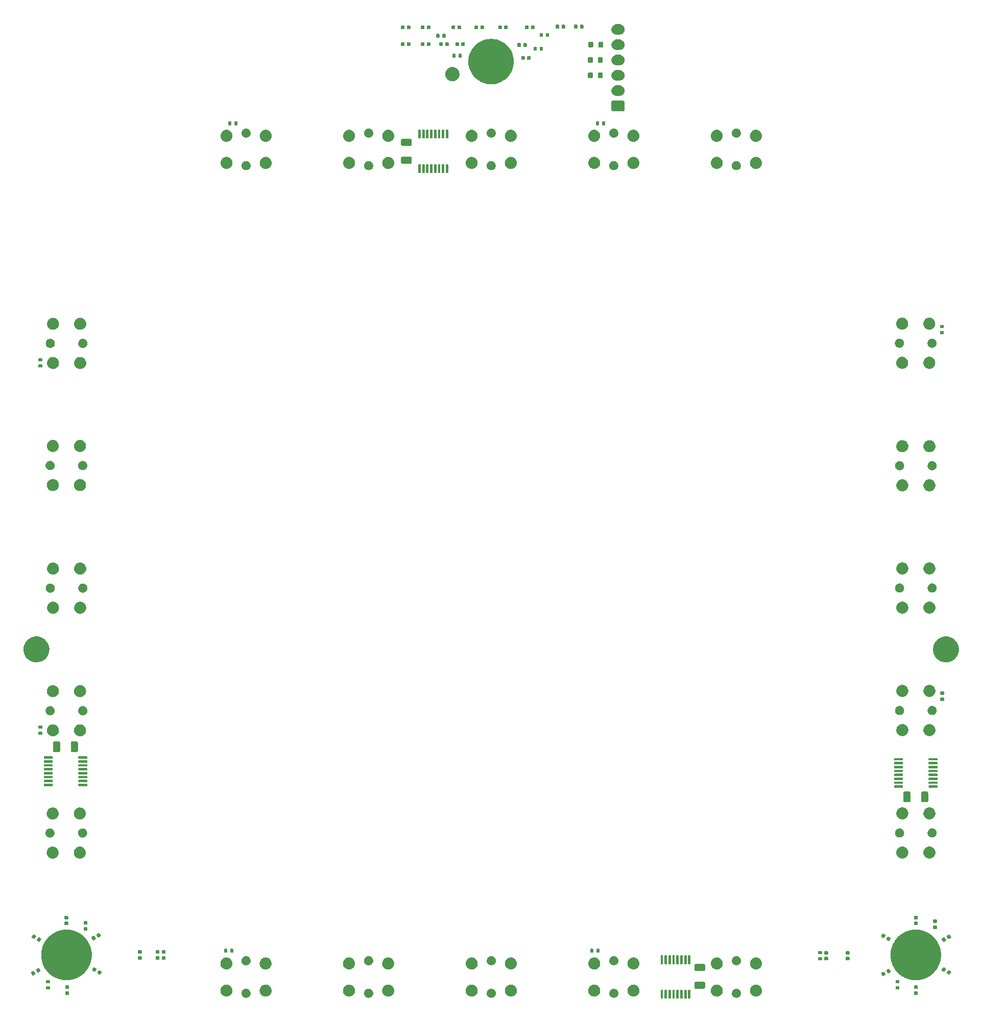
<source format=gbr>
G04 #@! TF.GenerationSoftware,KiCad,Pcbnew,8.0.6*
G04 #@! TF.CreationDate,2024-12-03T14:08:34-05:00*
G04 #@! TF.ProjectId,DDI,4444492e-6b69-4636-9164-5f7063625858,rev?*
G04 #@! TF.SameCoordinates,Original*
G04 #@! TF.FileFunction,Soldermask,Top*
G04 #@! TF.FilePolarity,Negative*
%FSLAX46Y46*%
G04 Gerber Fmt 4.6, Leading zero omitted, Abs format (unit mm)*
G04 Created by KiCad (PCBNEW 8.0.6) date 2024-12-03 14:08:34*
%MOMM*%
%LPD*%
G01*
G04 APERTURE LIST*
G04 APERTURE END LIST*
G36*
X236150759Y73179612D02*
G01*
X236183202Y73157935D01*
X236204879Y73125492D01*
X236212491Y73087224D01*
X236212491Y71812224D01*
X236204879Y71773956D01*
X236183202Y71741513D01*
X236150759Y71719836D01*
X236112491Y71712224D01*
X236100181Y71712224D01*
X235924801Y71712224D01*
X235912491Y71712224D01*
X235874223Y71719836D01*
X235841780Y71741513D01*
X235820103Y71773956D01*
X235812491Y71812224D01*
X235812491Y73087224D01*
X235820103Y73125492D01*
X235841780Y73157935D01*
X235874223Y73179612D01*
X235912491Y73187224D01*
X236112491Y73187224D01*
X236150759Y73179612D01*
G37*
G36*
X236800759Y73179612D02*
G01*
X236833202Y73157935D01*
X236854879Y73125492D01*
X236862491Y73087224D01*
X236862491Y71812224D01*
X236854879Y71773956D01*
X236833202Y71741513D01*
X236800759Y71719836D01*
X236762491Y71712224D01*
X236750181Y71712224D01*
X236574801Y71712224D01*
X236562491Y71712224D01*
X236524223Y71719836D01*
X236491780Y71741513D01*
X236470103Y71773956D01*
X236462491Y71812224D01*
X236462491Y73087224D01*
X236470103Y73125492D01*
X236491780Y73157935D01*
X236524223Y73179612D01*
X236562491Y73187224D01*
X236762491Y73187224D01*
X236800759Y73179612D01*
G37*
G36*
X237450759Y73179612D02*
G01*
X237483202Y73157935D01*
X237504879Y73125492D01*
X237512491Y73087224D01*
X237512491Y71812224D01*
X237504879Y71773956D01*
X237483202Y71741513D01*
X237450759Y71719836D01*
X237412491Y71712224D01*
X237400181Y71712224D01*
X237224801Y71712224D01*
X237212491Y71712224D01*
X237174223Y71719836D01*
X237141780Y71741513D01*
X237120103Y71773956D01*
X237112491Y71812224D01*
X237112491Y73087224D01*
X237120103Y73125492D01*
X237141780Y73157935D01*
X237174223Y73179612D01*
X237212491Y73187224D01*
X237412491Y73187224D01*
X237450759Y73179612D01*
G37*
G36*
X238100759Y73179612D02*
G01*
X238133202Y73157935D01*
X238154879Y73125492D01*
X238162491Y73087224D01*
X238162491Y71812224D01*
X238154879Y71773956D01*
X238133202Y71741513D01*
X238100759Y71719836D01*
X238062491Y71712224D01*
X238050181Y71712224D01*
X237874801Y71712224D01*
X237862491Y71712224D01*
X237824223Y71719836D01*
X237791780Y71741513D01*
X237770103Y71773956D01*
X237762491Y71812224D01*
X237762491Y73087224D01*
X237770103Y73125492D01*
X237791780Y73157935D01*
X237824223Y73179612D01*
X237862491Y73187224D01*
X238062491Y73187224D01*
X238100759Y73179612D01*
G37*
G36*
X238750759Y73179612D02*
G01*
X238783202Y73157935D01*
X238804879Y73125492D01*
X238812491Y73087224D01*
X238812491Y71812224D01*
X238804879Y71773956D01*
X238783202Y71741513D01*
X238750759Y71719836D01*
X238712491Y71712224D01*
X238700181Y71712224D01*
X238524801Y71712224D01*
X238512491Y71712224D01*
X238474223Y71719836D01*
X238441780Y71741513D01*
X238420103Y71773956D01*
X238412491Y71812224D01*
X238412491Y73087224D01*
X238420103Y73125492D01*
X238441780Y73157935D01*
X238474223Y73179612D01*
X238512491Y73187224D01*
X238712491Y73187224D01*
X238750759Y73179612D01*
G37*
G36*
X239400759Y73179612D02*
G01*
X239433202Y73157935D01*
X239454879Y73125492D01*
X239462491Y73087224D01*
X239462491Y71812224D01*
X239454879Y71773956D01*
X239433202Y71741513D01*
X239400759Y71719836D01*
X239362491Y71712224D01*
X239350181Y71712224D01*
X239174801Y71712224D01*
X239162491Y71712224D01*
X239124223Y71719836D01*
X239091780Y71741513D01*
X239070103Y71773956D01*
X239062491Y71812224D01*
X239062491Y73087224D01*
X239070103Y73125492D01*
X239091780Y73157935D01*
X239124223Y73179612D01*
X239162491Y73187224D01*
X239362491Y73187224D01*
X239400759Y73179612D01*
G37*
G36*
X240050759Y73179612D02*
G01*
X240083202Y73157935D01*
X240104879Y73125492D01*
X240112491Y73087224D01*
X240112491Y71812224D01*
X240104879Y71773956D01*
X240083202Y71741513D01*
X240050759Y71719836D01*
X240012491Y71712224D01*
X240000181Y71712224D01*
X239824801Y71712224D01*
X239812491Y71712224D01*
X239774223Y71719836D01*
X239741780Y71741513D01*
X239720103Y71773956D01*
X239712491Y71812224D01*
X239712491Y73087224D01*
X239720103Y73125492D01*
X239741780Y73157935D01*
X239774223Y73179612D01*
X239812491Y73187224D01*
X240012491Y73187224D01*
X240050759Y73179612D01*
G37*
G36*
X240700759Y73179612D02*
G01*
X240733202Y73157935D01*
X240754879Y73125492D01*
X240762491Y73087224D01*
X240762491Y71812224D01*
X240754879Y71773956D01*
X240733202Y71741513D01*
X240700759Y71719836D01*
X240662491Y71712224D01*
X240650181Y71712224D01*
X240474801Y71712224D01*
X240462491Y71712224D01*
X240424223Y71719836D01*
X240391780Y71741513D01*
X240370103Y71773956D01*
X240362491Y71812224D01*
X240362491Y73087224D01*
X240370103Y73125492D01*
X240391780Y73157935D01*
X240424223Y73179612D01*
X240462491Y73187224D01*
X240662491Y73187224D01*
X240700759Y73179612D01*
G37*
G36*
X167110991Y73367265D02*
G01*
X167147447Y73367265D01*
X167188569Y73358523D01*
X167237427Y73353019D01*
X167272956Y73340586D01*
X167303125Y73334174D01*
X167346602Y73314816D01*
X167398485Y73296662D01*
X167425490Y73279693D01*
X167448520Y73269440D01*
X167491458Y73238243D01*
X167542965Y73205880D01*
X167561462Y73187382D01*
X167577282Y73175889D01*
X167616387Y73132457D01*
X167663622Y73085223D01*
X167674487Y73067930D01*
X167683779Y73057611D01*
X167715571Y73002545D01*
X167754404Y72940743D01*
X167759251Y72926889D01*
X167763358Y72919777D01*
X167784385Y72855061D01*
X167810761Y72779685D01*
X167811761Y72770807D01*
X167812541Y72768408D01*
X167819612Y72701128D01*
X167829866Y72610124D01*
X167819613Y72519127D01*
X167812541Y72451839D01*
X167811761Y72449438D01*
X167810761Y72440563D01*
X167784389Y72365199D01*
X167763358Y72300470D01*
X167759250Y72293356D01*
X167754404Y72279505D01*
X167715578Y72217714D01*
X167683779Y72162636D01*
X167674485Y72152314D01*
X167663622Y72135025D01*
X167616396Y72087799D01*
X167577282Y72044358D01*
X167561458Y72032861D01*
X167542965Y72014368D01*
X167491468Y71982010D01*
X167448520Y71950807D01*
X167425485Y71940551D01*
X167398485Y71923586D01*
X167346612Y71905435D01*
X167303125Y71886073D01*
X167272950Y71879659D01*
X167237427Y71867229D01*
X167188572Y71861724D01*
X167147447Y71852983D01*
X167110991Y71852983D01*
X167067866Y71848124D01*
X167024741Y71852983D01*
X166988285Y71852983D01*
X166947158Y71861724D01*
X166898305Y71867229D01*
X166862782Y71879658D01*
X166832606Y71886073D01*
X166789114Y71905436D01*
X166737247Y71923586D01*
X166710248Y71940549D01*
X166687211Y71950807D01*
X166644256Y71982015D01*
X166592767Y72014368D01*
X166574275Y72032859D01*
X166558449Y72044358D01*
X166519325Y72087809D01*
X166472110Y72135025D01*
X166461248Y72152311D01*
X166451952Y72162636D01*
X166420141Y72217733D01*
X166381328Y72279505D01*
X166376482Y72293351D01*
X166372373Y72300470D01*
X166351328Y72365239D01*
X166324971Y72440563D01*
X166323971Y72449433D01*
X166323190Y72451839D01*
X166316103Y72519260D01*
X166305866Y72610124D01*
X166316104Y72700995D01*
X166323190Y72768408D01*
X166323971Y72770812D01*
X166324971Y72779685D01*
X166351332Y72855021D01*
X166372373Y72919777D01*
X166376481Y72926893D01*
X166381328Y72940743D01*
X166420148Y73002525D01*
X166451952Y73057611D01*
X166461246Y73067933D01*
X166472110Y73085223D01*
X166519341Y73132454D01*
X166558451Y73175890D01*
X166574270Y73187383D01*
X166592767Y73205880D01*
X166644266Y73238239D01*
X166687208Y73269438D01*
X166710239Y73279692D01*
X166737247Y73296662D01*
X166789133Y73314818D01*
X166832608Y73334174D01*
X166862774Y73340586D01*
X166898305Y73353019D01*
X166947162Y73358523D01*
X166988285Y73367265D01*
X167024741Y73367265D01*
X167067866Y73372124D01*
X167110991Y73367265D01*
G37*
G36*
X187430991Y73367265D02*
G01*
X187467447Y73367265D01*
X187508569Y73358523D01*
X187557427Y73353019D01*
X187592956Y73340586D01*
X187623125Y73334174D01*
X187666602Y73314816D01*
X187718485Y73296662D01*
X187745490Y73279693D01*
X187768520Y73269440D01*
X187811458Y73238243D01*
X187862965Y73205880D01*
X187881462Y73187382D01*
X187897282Y73175889D01*
X187936387Y73132457D01*
X187983622Y73085223D01*
X187994487Y73067930D01*
X188003779Y73057611D01*
X188035571Y73002545D01*
X188074404Y72940743D01*
X188079251Y72926889D01*
X188083358Y72919777D01*
X188104385Y72855061D01*
X188130761Y72779685D01*
X188131761Y72770807D01*
X188132541Y72768408D01*
X188139612Y72701128D01*
X188149866Y72610124D01*
X188139613Y72519127D01*
X188132541Y72451839D01*
X188131761Y72449438D01*
X188130761Y72440563D01*
X188104389Y72365199D01*
X188083358Y72300470D01*
X188079250Y72293356D01*
X188074404Y72279505D01*
X188035578Y72217714D01*
X188003779Y72162636D01*
X187994485Y72152314D01*
X187983622Y72135025D01*
X187936396Y72087799D01*
X187897282Y72044358D01*
X187881458Y72032861D01*
X187862965Y72014368D01*
X187811468Y71982010D01*
X187768520Y71950807D01*
X187745485Y71940551D01*
X187718485Y71923586D01*
X187666612Y71905435D01*
X187623125Y71886073D01*
X187592950Y71879659D01*
X187557427Y71867229D01*
X187508572Y71861724D01*
X187467447Y71852983D01*
X187430991Y71852983D01*
X187387866Y71848124D01*
X187344741Y71852983D01*
X187308285Y71852983D01*
X187267158Y71861724D01*
X187218305Y71867229D01*
X187182782Y71879658D01*
X187152606Y71886073D01*
X187109114Y71905436D01*
X187057247Y71923586D01*
X187030248Y71940549D01*
X187007211Y71950807D01*
X186964256Y71982015D01*
X186912767Y72014368D01*
X186894275Y72032859D01*
X186878449Y72044358D01*
X186839325Y72087809D01*
X186792110Y72135025D01*
X186781248Y72152311D01*
X186771952Y72162636D01*
X186740141Y72217733D01*
X186701328Y72279505D01*
X186696482Y72293351D01*
X186692373Y72300470D01*
X186671328Y72365239D01*
X186644971Y72440563D01*
X186643971Y72449433D01*
X186643190Y72451839D01*
X186636103Y72519260D01*
X186625866Y72610124D01*
X186636104Y72700995D01*
X186643190Y72768408D01*
X186643971Y72770812D01*
X186644971Y72779685D01*
X186671332Y72855021D01*
X186692373Y72919777D01*
X186696481Y72926893D01*
X186701328Y72940743D01*
X186740148Y73002525D01*
X186771952Y73057611D01*
X186781246Y73067933D01*
X186792110Y73085223D01*
X186839341Y73132454D01*
X186878451Y73175890D01*
X186894270Y73187383D01*
X186912767Y73205880D01*
X186964266Y73238239D01*
X187007208Y73269438D01*
X187030239Y73279692D01*
X187057247Y73296662D01*
X187109133Y73314818D01*
X187152608Y73334174D01*
X187182774Y73340586D01*
X187218305Y73353019D01*
X187267162Y73358523D01*
X187308285Y73367265D01*
X187344741Y73367265D01*
X187387866Y73372124D01*
X187430991Y73367265D01*
G37*
G36*
X207776391Y73367265D02*
G01*
X207812847Y73367265D01*
X207853969Y73358523D01*
X207902827Y73353019D01*
X207938356Y73340586D01*
X207968525Y73334174D01*
X208012002Y73314816D01*
X208063885Y73296662D01*
X208090890Y73279693D01*
X208113920Y73269440D01*
X208156858Y73238243D01*
X208208365Y73205880D01*
X208226862Y73187382D01*
X208242682Y73175889D01*
X208281787Y73132457D01*
X208329022Y73085223D01*
X208339887Y73067930D01*
X208349179Y73057611D01*
X208380971Y73002545D01*
X208419804Y72940743D01*
X208424651Y72926889D01*
X208428758Y72919777D01*
X208449785Y72855061D01*
X208476161Y72779685D01*
X208477161Y72770807D01*
X208477941Y72768408D01*
X208485012Y72701128D01*
X208495266Y72610124D01*
X208485013Y72519127D01*
X208477941Y72451839D01*
X208477161Y72449438D01*
X208476161Y72440563D01*
X208449789Y72365199D01*
X208428758Y72300470D01*
X208424650Y72293356D01*
X208419804Y72279505D01*
X208380978Y72217714D01*
X208349179Y72162636D01*
X208339885Y72152314D01*
X208329022Y72135025D01*
X208281796Y72087799D01*
X208242682Y72044358D01*
X208226858Y72032861D01*
X208208365Y72014368D01*
X208156868Y71982010D01*
X208113920Y71950807D01*
X208090885Y71940551D01*
X208063885Y71923586D01*
X208012012Y71905435D01*
X207968525Y71886073D01*
X207938350Y71879659D01*
X207902827Y71867229D01*
X207853972Y71861724D01*
X207812847Y71852983D01*
X207776391Y71852983D01*
X207733266Y71848124D01*
X207690141Y71852983D01*
X207653685Y71852983D01*
X207612558Y71861724D01*
X207563705Y71867229D01*
X207528182Y71879658D01*
X207498006Y71886073D01*
X207454514Y71905436D01*
X207402647Y71923586D01*
X207375648Y71940549D01*
X207352611Y71950807D01*
X207309656Y71982015D01*
X207258167Y72014368D01*
X207239675Y72032859D01*
X207223849Y72044358D01*
X207184725Y72087809D01*
X207137510Y72135025D01*
X207126648Y72152311D01*
X207117352Y72162636D01*
X207085541Y72217733D01*
X207046728Y72279505D01*
X207041882Y72293351D01*
X207037773Y72300470D01*
X207016728Y72365239D01*
X206990371Y72440563D01*
X206989371Y72449433D01*
X206988590Y72451839D01*
X206981503Y72519260D01*
X206971266Y72610124D01*
X206981504Y72700995D01*
X206988590Y72768408D01*
X206989371Y72770812D01*
X206990371Y72779685D01*
X207016732Y72855021D01*
X207037773Y72919777D01*
X207041881Y72926893D01*
X207046728Y72940743D01*
X207085548Y73002525D01*
X207117352Y73057611D01*
X207126646Y73067933D01*
X207137510Y73085223D01*
X207184741Y73132454D01*
X207223851Y73175890D01*
X207239670Y73187383D01*
X207258167Y73205880D01*
X207309666Y73238239D01*
X207352608Y73269438D01*
X207375639Y73279692D01*
X207402647Y73296662D01*
X207454533Y73314818D01*
X207498008Y73334174D01*
X207528174Y73340586D01*
X207563705Y73353019D01*
X207612562Y73358523D01*
X207653685Y73367265D01*
X207690141Y73367265D01*
X207733266Y73372124D01*
X207776391Y73367265D01*
G37*
G36*
X228096391Y73367265D02*
G01*
X228132847Y73367265D01*
X228173969Y73358523D01*
X228222827Y73353019D01*
X228258356Y73340586D01*
X228288525Y73334174D01*
X228332002Y73314816D01*
X228383885Y73296662D01*
X228410890Y73279693D01*
X228433920Y73269440D01*
X228476858Y73238243D01*
X228528365Y73205880D01*
X228546862Y73187382D01*
X228562682Y73175889D01*
X228601787Y73132457D01*
X228649022Y73085223D01*
X228659887Y73067930D01*
X228669179Y73057611D01*
X228700971Y73002545D01*
X228739804Y72940743D01*
X228744651Y72926889D01*
X228748758Y72919777D01*
X228769785Y72855061D01*
X228796161Y72779685D01*
X228797161Y72770807D01*
X228797941Y72768408D01*
X228805012Y72701128D01*
X228815266Y72610124D01*
X228805013Y72519127D01*
X228797941Y72451839D01*
X228797161Y72449438D01*
X228796161Y72440563D01*
X228769789Y72365199D01*
X228748758Y72300470D01*
X228744650Y72293356D01*
X228739804Y72279505D01*
X228700978Y72217714D01*
X228669179Y72162636D01*
X228659885Y72152314D01*
X228649022Y72135025D01*
X228601796Y72087799D01*
X228562682Y72044358D01*
X228546858Y72032861D01*
X228528365Y72014368D01*
X228476868Y71982010D01*
X228433920Y71950807D01*
X228410885Y71940551D01*
X228383885Y71923586D01*
X228332012Y71905435D01*
X228288525Y71886073D01*
X228258350Y71879659D01*
X228222827Y71867229D01*
X228173972Y71861724D01*
X228132847Y71852983D01*
X228096391Y71852983D01*
X228053266Y71848124D01*
X228010141Y71852983D01*
X227973685Y71852983D01*
X227932558Y71861724D01*
X227883705Y71867229D01*
X227848182Y71879658D01*
X227818006Y71886073D01*
X227774514Y71905436D01*
X227722647Y71923586D01*
X227695648Y71940549D01*
X227672611Y71950807D01*
X227629656Y71982015D01*
X227578167Y72014368D01*
X227559675Y72032859D01*
X227543849Y72044358D01*
X227504725Y72087809D01*
X227457510Y72135025D01*
X227446648Y72152311D01*
X227437352Y72162636D01*
X227405541Y72217733D01*
X227366728Y72279505D01*
X227361882Y72293351D01*
X227357773Y72300470D01*
X227336728Y72365239D01*
X227310371Y72440563D01*
X227309371Y72449433D01*
X227308590Y72451839D01*
X227301503Y72519260D01*
X227291266Y72610124D01*
X227301504Y72700995D01*
X227308590Y72768408D01*
X227309371Y72770812D01*
X227310371Y72779685D01*
X227336732Y72855021D01*
X227357773Y72919777D01*
X227361881Y72926893D01*
X227366728Y72940743D01*
X227405548Y73002525D01*
X227437352Y73057611D01*
X227446646Y73067933D01*
X227457510Y73085223D01*
X227504741Y73132454D01*
X227543851Y73175890D01*
X227559670Y73187383D01*
X227578167Y73205880D01*
X227629666Y73238239D01*
X227672608Y73269438D01*
X227695639Y73279692D01*
X227722647Y73296662D01*
X227774533Y73314818D01*
X227818008Y73334174D01*
X227848174Y73340586D01*
X227883705Y73353019D01*
X227932562Y73358523D01*
X227973685Y73367265D01*
X228010141Y73367265D01*
X228053266Y73372124D01*
X228096391Y73367265D01*
G37*
G36*
X248416391Y73367265D02*
G01*
X248452847Y73367265D01*
X248493969Y73358523D01*
X248542827Y73353019D01*
X248578356Y73340586D01*
X248608525Y73334174D01*
X248652002Y73314816D01*
X248703885Y73296662D01*
X248730890Y73279693D01*
X248753920Y73269440D01*
X248796858Y73238243D01*
X248848365Y73205880D01*
X248866862Y73187382D01*
X248882682Y73175889D01*
X248921787Y73132457D01*
X248969022Y73085223D01*
X248979887Y73067930D01*
X248989179Y73057611D01*
X249020971Y73002545D01*
X249059804Y72940743D01*
X249064651Y72926889D01*
X249068758Y72919777D01*
X249089785Y72855061D01*
X249116161Y72779685D01*
X249117161Y72770807D01*
X249117941Y72768408D01*
X249125012Y72701128D01*
X249135266Y72610124D01*
X249125013Y72519127D01*
X249117941Y72451839D01*
X249117161Y72449438D01*
X249116161Y72440563D01*
X249089789Y72365199D01*
X249068758Y72300470D01*
X249064650Y72293356D01*
X249059804Y72279505D01*
X249020978Y72217714D01*
X248989179Y72162636D01*
X248979885Y72152314D01*
X248969022Y72135025D01*
X248921796Y72087799D01*
X248882682Y72044358D01*
X248866858Y72032861D01*
X248848365Y72014368D01*
X248796868Y71982010D01*
X248753920Y71950807D01*
X248730885Y71940551D01*
X248703885Y71923586D01*
X248652012Y71905435D01*
X248608525Y71886073D01*
X248578350Y71879659D01*
X248542827Y71867229D01*
X248493972Y71861724D01*
X248452847Y71852983D01*
X248416391Y71852983D01*
X248373266Y71848124D01*
X248330141Y71852983D01*
X248293685Y71852983D01*
X248252558Y71861724D01*
X248203705Y71867229D01*
X248168182Y71879658D01*
X248138006Y71886073D01*
X248094514Y71905436D01*
X248042647Y71923586D01*
X248015648Y71940549D01*
X247992611Y71950807D01*
X247949656Y71982015D01*
X247898167Y72014368D01*
X247879675Y72032859D01*
X247863849Y72044358D01*
X247824725Y72087809D01*
X247777510Y72135025D01*
X247766648Y72152311D01*
X247757352Y72162636D01*
X247725541Y72217733D01*
X247686728Y72279505D01*
X247681882Y72293351D01*
X247677773Y72300470D01*
X247656728Y72365239D01*
X247630371Y72440563D01*
X247629371Y72449433D01*
X247628590Y72451839D01*
X247621503Y72519260D01*
X247611266Y72610124D01*
X247621504Y72700995D01*
X247628590Y72768408D01*
X247629371Y72770812D01*
X247630371Y72779685D01*
X247656732Y72855021D01*
X247677773Y72919777D01*
X247681881Y72926893D01*
X247686728Y72940743D01*
X247725548Y73002525D01*
X247757352Y73057611D01*
X247766646Y73067933D01*
X247777510Y73085223D01*
X247824741Y73132454D01*
X247863851Y73175890D01*
X247879670Y73187383D01*
X247898167Y73205880D01*
X247949666Y73238239D01*
X247992608Y73269438D01*
X248015639Y73279692D01*
X248042647Y73296662D01*
X248094533Y73314818D01*
X248138008Y73334174D01*
X248168174Y73340586D01*
X248203705Y73353019D01*
X248252562Y73358523D01*
X248293685Y73367265D01*
X248330141Y73367265D01*
X248373266Y73372124D01*
X248416391Y73367265D01*
G37*
G36*
X163866590Y74055325D02*
G01*
X163910084Y74055325D01*
X163958521Y74046270D01*
X164012956Y74040909D01*
X164054311Y74028364D01*
X164091384Y74021434D01*
X164142722Y74001545D01*
X164200549Y73984004D01*
X164233593Y73966341D01*
X164263367Y73954807D01*
X164315099Y73922775D01*
X164373436Y73891594D01*
X164397947Y73871478D01*
X164420177Y73857714D01*
X164469430Y73812813D01*
X164524973Y73767231D01*
X164541432Y73747174D01*
X164556477Y73733460D01*
X164600154Y73675622D01*
X164649336Y73615694D01*
X164658845Y73597902D01*
X164667628Y73586273D01*
X164702571Y73516096D01*
X164741746Y73442807D01*
X164745923Y73429035D01*
X164749838Y73421174D01*
X164772966Y73339883D01*
X164798651Y73255214D01*
X164799494Y73246648D01*
X164800312Y73243776D01*
X164808808Y73152084D01*
X164817866Y73060124D01*
X164808809Y72968171D01*
X164800312Y72876471D01*
X164799494Y72873597D01*
X164798651Y72865034D01*
X164772971Y72780379D01*
X164749838Y72699073D01*
X164745922Y72691210D01*
X164741746Y72677441D01*
X164702579Y72604164D01*
X164667628Y72533974D01*
X164658843Y72522342D01*
X164649336Y72504554D01*
X164600163Y72444637D01*
X164556477Y72386787D01*
X164541429Y72373069D01*
X164524973Y72353017D01*
X164469441Y72307443D01*
X164420177Y72262533D01*
X164397942Y72248765D01*
X164373436Y72228654D01*
X164315111Y72197478D01*
X164263367Y72165440D01*
X164233586Y72153902D01*
X164200549Y72136244D01*
X164142734Y72118706D01*
X164091384Y72098813D01*
X164054304Y72091881D01*
X164012956Y72079339D01*
X163958524Y72073977D01*
X163910084Y72064923D01*
X163866590Y72064923D01*
X163817866Y72060124D01*
X163769142Y72064923D01*
X163725648Y72064923D01*
X163677206Y72073977D01*
X163622776Y72079339D01*
X163581428Y72091881D01*
X163544347Y72098813D01*
X163492993Y72118707D01*
X163435183Y72136244D01*
X163402148Y72153901D01*
X163372364Y72165440D01*
X163320613Y72197482D01*
X163262296Y72228654D01*
X163237792Y72248763D01*
X163215554Y72262533D01*
X163166280Y72307451D01*
X163110759Y72353017D01*
X163094305Y72373065D01*
X163079254Y72386787D01*
X163035555Y72444652D01*
X162986396Y72504554D01*
X162976890Y72522337D01*
X162968103Y72533974D01*
X162933138Y72604192D01*
X162893986Y72677441D01*
X162889810Y72691205D01*
X162885893Y72699073D01*
X162862744Y72780432D01*
X162837081Y72865034D01*
X162836238Y72873592D01*
X162835419Y72876471D01*
X162826905Y72968343D01*
X162817866Y73060124D01*
X162826906Y73151912D01*
X162835419Y73243776D01*
X162836237Y73246654D01*
X162837081Y73255214D01*
X162862748Y73339830D01*
X162885893Y73421174D01*
X162889809Y73429040D01*
X162893986Y73442807D01*
X162933145Y73516069D01*
X162968103Y73586273D01*
X162976888Y73597907D01*
X162986396Y73615694D01*
X163035565Y73675606D01*
X163079254Y73733460D01*
X163094302Y73747178D01*
X163110759Y73767231D01*
X163166291Y73812805D01*
X163215554Y73857714D01*
X163237787Y73871480D01*
X163262296Y73891594D01*
X163320625Y73922771D01*
X163372364Y73954807D01*
X163402141Y73966342D01*
X163435183Y73984004D01*
X163493005Y74001543D01*
X163544347Y74021434D01*
X163581421Y74028364D01*
X163622776Y74040909D01*
X163677209Y74046270D01*
X163725648Y74055325D01*
X163769142Y74055325D01*
X163817866Y74060124D01*
X163866590Y74055325D01*
G37*
G36*
X170366590Y74055325D02*
G01*
X170410084Y74055325D01*
X170458521Y74046270D01*
X170512956Y74040909D01*
X170554311Y74028364D01*
X170591384Y74021434D01*
X170642722Y74001545D01*
X170700549Y73984004D01*
X170733593Y73966341D01*
X170763367Y73954807D01*
X170815099Y73922775D01*
X170873436Y73891594D01*
X170897947Y73871478D01*
X170920177Y73857714D01*
X170969430Y73812813D01*
X171024973Y73767231D01*
X171041432Y73747174D01*
X171056477Y73733460D01*
X171100154Y73675622D01*
X171149336Y73615694D01*
X171158845Y73597902D01*
X171167628Y73586273D01*
X171202571Y73516096D01*
X171241746Y73442807D01*
X171245923Y73429035D01*
X171249838Y73421174D01*
X171272966Y73339883D01*
X171298651Y73255214D01*
X171299494Y73246648D01*
X171300312Y73243776D01*
X171308808Y73152084D01*
X171317866Y73060124D01*
X171308809Y72968171D01*
X171300312Y72876471D01*
X171299494Y72873597D01*
X171298651Y72865034D01*
X171272971Y72780379D01*
X171249838Y72699073D01*
X171245922Y72691210D01*
X171241746Y72677441D01*
X171202579Y72604164D01*
X171167628Y72533974D01*
X171158843Y72522342D01*
X171149336Y72504554D01*
X171100163Y72444637D01*
X171056477Y72386787D01*
X171041429Y72373069D01*
X171024973Y72353017D01*
X170969441Y72307443D01*
X170920177Y72262533D01*
X170897942Y72248765D01*
X170873436Y72228654D01*
X170815111Y72197478D01*
X170763367Y72165440D01*
X170733586Y72153902D01*
X170700549Y72136244D01*
X170642734Y72118706D01*
X170591384Y72098813D01*
X170554304Y72091881D01*
X170512956Y72079339D01*
X170458524Y72073977D01*
X170410084Y72064923D01*
X170366590Y72064923D01*
X170317866Y72060124D01*
X170269142Y72064923D01*
X170225648Y72064923D01*
X170177206Y72073977D01*
X170122776Y72079339D01*
X170081428Y72091881D01*
X170044347Y72098813D01*
X169992993Y72118707D01*
X169935183Y72136244D01*
X169902148Y72153901D01*
X169872364Y72165440D01*
X169820613Y72197482D01*
X169762296Y72228654D01*
X169737792Y72248763D01*
X169715554Y72262533D01*
X169666280Y72307451D01*
X169610759Y72353017D01*
X169594305Y72373065D01*
X169579254Y72386787D01*
X169535555Y72444652D01*
X169486396Y72504554D01*
X169476890Y72522337D01*
X169468103Y72533974D01*
X169433138Y72604192D01*
X169393986Y72677441D01*
X169389810Y72691205D01*
X169385893Y72699073D01*
X169362744Y72780432D01*
X169337081Y72865034D01*
X169336238Y72873592D01*
X169335419Y72876471D01*
X169326905Y72968343D01*
X169317866Y73060124D01*
X169326906Y73151912D01*
X169335419Y73243776D01*
X169336237Y73246654D01*
X169337081Y73255214D01*
X169362748Y73339830D01*
X169385893Y73421174D01*
X169389809Y73429040D01*
X169393986Y73442807D01*
X169433145Y73516069D01*
X169468103Y73586273D01*
X169476888Y73597907D01*
X169486396Y73615694D01*
X169535565Y73675606D01*
X169579254Y73733460D01*
X169594302Y73747178D01*
X169610759Y73767231D01*
X169666291Y73812805D01*
X169715554Y73857714D01*
X169737787Y73871480D01*
X169762296Y73891594D01*
X169820625Y73922771D01*
X169872364Y73954807D01*
X169902141Y73966342D01*
X169935183Y73984004D01*
X169993005Y74001543D01*
X170044347Y74021434D01*
X170081421Y74028364D01*
X170122776Y74040909D01*
X170177209Y74046270D01*
X170225648Y74055325D01*
X170269142Y74055325D01*
X170317866Y74060124D01*
X170366590Y74055325D01*
G37*
G36*
X184186590Y74055325D02*
G01*
X184230084Y74055325D01*
X184278521Y74046270D01*
X184332956Y74040909D01*
X184374311Y74028364D01*
X184411384Y74021434D01*
X184462722Y74001545D01*
X184520549Y73984004D01*
X184553593Y73966341D01*
X184583367Y73954807D01*
X184635099Y73922775D01*
X184693436Y73891594D01*
X184717947Y73871478D01*
X184740177Y73857714D01*
X184789430Y73812813D01*
X184844973Y73767231D01*
X184861432Y73747174D01*
X184876477Y73733460D01*
X184920154Y73675622D01*
X184969336Y73615694D01*
X184978845Y73597902D01*
X184987628Y73586273D01*
X185022571Y73516096D01*
X185061746Y73442807D01*
X185065923Y73429035D01*
X185069838Y73421174D01*
X185092966Y73339883D01*
X185118651Y73255214D01*
X185119494Y73246648D01*
X185120312Y73243776D01*
X185128808Y73152084D01*
X185137866Y73060124D01*
X185128809Y72968171D01*
X185120312Y72876471D01*
X185119494Y72873597D01*
X185118651Y72865034D01*
X185092971Y72780379D01*
X185069838Y72699073D01*
X185065922Y72691210D01*
X185061746Y72677441D01*
X185022579Y72604164D01*
X184987628Y72533974D01*
X184978843Y72522342D01*
X184969336Y72504554D01*
X184920163Y72444637D01*
X184876477Y72386787D01*
X184861429Y72373069D01*
X184844973Y72353017D01*
X184789441Y72307443D01*
X184740177Y72262533D01*
X184717942Y72248765D01*
X184693436Y72228654D01*
X184635111Y72197478D01*
X184583367Y72165440D01*
X184553586Y72153902D01*
X184520549Y72136244D01*
X184462734Y72118706D01*
X184411384Y72098813D01*
X184374304Y72091881D01*
X184332956Y72079339D01*
X184278524Y72073977D01*
X184230084Y72064923D01*
X184186590Y72064923D01*
X184137866Y72060124D01*
X184089142Y72064923D01*
X184045648Y72064923D01*
X183997206Y72073977D01*
X183942776Y72079339D01*
X183901428Y72091881D01*
X183864347Y72098813D01*
X183812993Y72118707D01*
X183755183Y72136244D01*
X183722148Y72153901D01*
X183692364Y72165440D01*
X183640613Y72197482D01*
X183582296Y72228654D01*
X183557792Y72248763D01*
X183535554Y72262533D01*
X183486280Y72307451D01*
X183430759Y72353017D01*
X183414305Y72373065D01*
X183399254Y72386787D01*
X183355555Y72444652D01*
X183306396Y72504554D01*
X183296890Y72522337D01*
X183288103Y72533974D01*
X183253138Y72604192D01*
X183213986Y72677441D01*
X183209810Y72691205D01*
X183205893Y72699073D01*
X183182744Y72780432D01*
X183157081Y72865034D01*
X183156238Y72873592D01*
X183155419Y72876471D01*
X183146905Y72968343D01*
X183137866Y73060124D01*
X183146906Y73151912D01*
X183155419Y73243776D01*
X183156237Y73246654D01*
X183157081Y73255214D01*
X183182748Y73339830D01*
X183205893Y73421174D01*
X183209809Y73429040D01*
X183213986Y73442807D01*
X183253145Y73516069D01*
X183288103Y73586273D01*
X183296888Y73597907D01*
X183306396Y73615694D01*
X183355565Y73675606D01*
X183399254Y73733460D01*
X183414302Y73747178D01*
X183430759Y73767231D01*
X183486291Y73812805D01*
X183535554Y73857714D01*
X183557787Y73871480D01*
X183582296Y73891594D01*
X183640625Y73922771D01*
X183692364Y73954807D01*
X183722141Y73966342D01*
X183755183Y73984004D01*
X183813005Y74001543D01*
X183864347Y74021434D01*
X183901421Y74028364D01*
X183942776Y74040909D01*
X183997209Y74046270D01*
X184045648Y74055325D01*
X184089142Y74055325D01*
X184137866Y74060124D01*
X184186590Y74055325D01*
G37*
G36*
X190686590Y74055325D02*
G01*
X190730084Y74055325D01*
X190778521Y74046270D01*
X190832956Y74040909D01*
X190874311Y74028364D01*
X190911384Y74021434D01*
X190962722Y74001545D01*
X191020549Y73984004D01*
X191053593Y73966341D01*
X191083367Y73954807D01*
X191135099Y73922775D01*
X191193436Y73891594D01*
X191217947Y73871478D01*
X191240177Y73857714D01*
X191289430Y73812813D01*
X191344973Y73767231D01*
X191361432Y73747174D01*
X191376477Y73733460D01*
X191420154Y73675622D01*
X191469336Y73615694D01*
X191478845Y73597902D01*
X191487628Y73586273D01*
X191522571Y73516096D01*
X191561746Y73442807D01*
X191565923Y73429035D01*
X191569838Y73421174D01*
X191592966Y73339883D01*
X191618651Y73255214D01*
X191619494Y73246648D01*
X191620312Y73243776D01*
X191628808Y73152084D01*
X191637866Y73060124D01*
X191628809Y72968171D01*
X191620312Y72876471D01*
X191619494Y72873597D01*
X191618651Y72865034D01*
X191592971Y72780379D01*
X191569838Y72699073D01*
X191565922Y72691210D01*
X191561746Y72677441D01*
X191522579Y72604164D01*
X191487628Y72533974D01*
X191478843Y72522342D01*
X191469336Y72504554D01*
X191420163Y72444637D01*
X191376477Y72386787D01*
X191361429Y72373069D01*
X191344973Y72353017D01*
X191289441Y72307443D01*
X191240177Y72262533D01*
X191217942Y72248765D01*
X191193436Y72228654D01*
X191135111Y72197478D01*
X191083367Y72165440D01*
X191053586Y72153902D01*
X191020549Y72136244D01*
X190962734Y72118706D01*
X190911384Y72098813D01*
X190874304Y72091881D01*
X190832956Y72079339D01*
X190778524Y72073977D01*
X190730084Y72064923D01*
X190686590Y72064923D01*
X190637866Y72060124D01*
X190589142Y72064923D01*
X190545648Y72064923D01*
X190497206Y72073977D01*
X190442776Y72079339D01*
X190401428Y72091881D01*
X190364347Y72098813D01*
X190312993Y72118707D01*
X190255183Y72136244D01*
X190222148Y72153901D01*
X190192364Y72165440D01*
X190140613Y72197482D01*
X190082296Y72228654D01*
X190057792Y72248763D01*
X190035554Y72262533D01*
X189986280Y72307451D01*
X189930759Y72353017D01*
X189914305Y72373065D01*
X189899254Y72386787D01*
X189855555Y72444652D01*
X189806396Y72504554D01*
X189796890Y72522337D01*
X189788103Y72533974D01*
X189753138Y72604192D01*
X189713986Y72677441D01*
X189709810Y72691205D01*
X189705893Y72699073D01*
X189682744Y72780432D01*
X189657081Y72865034D01*
X189656238Y72873592D01*
X189655419Y72876471D01*
X189646905Y72968343D01*
X189637866Y73060124D01*
X189646906Y73151912D01*
X189655419Y73243776D01*
X189656237Y73246654D01*
X189657081Y73255214D01*
X189682748Y73339830D01*
X189705893Y73421174D01*
X189709809Y73429040D01*
X189713986Y73442807D01*
X189753145Y73516069D01*
X189788103Y73586273D01*
X189796888Y73597907D01*
X189806396Y73615694D01*
X189855565Y73675606D01*
X189899254Y73733460D01*
X189914302Y73747178D01*
X189930759Y73767231D01*
X189986291Y73812805D01*
X190035554Y73857714D01*
X190057787Y73871480D01*
X190082296Y73891594D01*
X190140625Y73922771D01*
X190192364Y73954807D01*
X190222141Y73966342D01*
X190255183Y73984004D01*
X190313005Y74001543D01*
X190364347Y74021434D01*
X190401421Y74028364D01*
X190442776Y74040909D01*
X190497209Y74046270D01*
X190545648Y74055325D01*
X190589142Y74055325D01*
X190637866Y74060124D01*
X190686590Y74055325D01*
G37*
G36*
X204531990Y74055325D02*
G01*
X204575484Y74055325D01*
X204623921Y74046270D01*
X204678356Y74040909D01*
X204719711Y74028364D01*
X204756784Y74021434D01*
X204808122Y74001545D01*
X204865949Y73984004D01*
X204898993Y73966341D01*
X204928767Y73954807D01*
X204980499Y73922775D01*
X205038836Y73891594D01*
X205063347Y73871478D01*
X205085577Y73857714D01*
X205134830Y73812813D01*
X205190373Y73767231D01*
X205206832Y73747174D01*
X205221877Y73733460D01*
X205265554Y73675622D01*
X205314736Y73615694D01*
X205324245Y73597902D01*
X205333028Y73586273D01*
X205367971Y73516096D01*
X205407146Y73442807D01*
X205411323Y73429035D01*
X205415238Y73421174D01*
X205438366Y73339883D01*
X205464051Y73255214D01*
X205464894Y73246648D01*
X205465712Y73243776D01*
X205474208Y73152084D01*
X205483266Y73060124D01*
X205474209Y72968171D01*
X205465712Y72876471D01*
X205464894Y72873597D01*
X205464051Y72865034D01*
X205438371Y72780379D01*
X205415238Y72699073D01*
X205411322Y72691210D01*
X205407146Y72677441D01*
X205367979Y72604164D01*
X205333028Y72533974D01*
X205324243Y72522342D01*
X205314736Y72504554D01*
X205265563Y72444637D01*
X205221877Y72386787D01*
X205206829Y72373069D01*
X205190373Y72353017D01*
X205134841Y72307443D01*
X205085577Y72262533D01*
X205063342Y72248765D01*
X205038836Y72228654D01*
X204980511Y72197478D01*
X204928767Y72165440D01*
X204898986Y72153902D01*
X204865949Y72136244D01*
X204808134Y72118706D01*
X204756784Y72098813D01*
X204719704Y72091881D01*
X204678356Y72079339D01*
X204623924Y72073977D01*
X204575484Y72064923D01*
X204531990Y72064923D01*
X204483266Y72060124D01*
X204434542Y72064923D01*
X204391048Y72064923D01*
X204342606Y72073977D01*
X204288176Y72079339D01*
X204246828Y72091881D01*
X204209747Y72098813D01*
X204158393Y72118707D01*
X204100583Y72136244D01*
X204067548Y72153901D01*
X204037764Y72165440D01*
X203986013Y72197482D01*
X203927696Y72228654D01*
X203903192Y72248763D01*
X203880954Y72262533D01*
X203831680Y72307451D01*
X203776159Y72353017D01*
X203759705Y72373065D01*
X203744654Y72386787D01*
X203700955Y72444652D01*
X203651796Y72504554D01*
X203642290Y72522337D01*
X203633503Y72533974D01*
X203598538Y72604192D01*
X203559386Y72677441D01*
X203555210Y72691205D01*
X203551293Y72699073D01*
X203528144Y72780432D01*
X203502481Y72865034D01*
X203501638Y72873592D01*
X203500819Y72876471D01*
X203492305Y72968343D01*
X203483266Y73060124D01*
X203492306Y73151912D01*
X203500819Y73243776D01*
X203501637Y73246654D01*
X203502481Y73255214D01*
X203528148Y73339830D01*
X203551293Y73421174D01*
X203555209Y73429040D01*
X203559386Y73442807D01*
X203598545Y73516069D01*
X203633503Y73586273D01*
X203642288Y73597907D01*
X203651796Y73615694D01*
X203700965Y73675606D01*
X203744654Y73733460D01*
X203759702Y73747178D01*
X203776159Y73767231D01*
X203831691Y73812805D01*
X203880954Y73857714D01*
X203903187Y73871480D01*
X203927696Y73891594D01*
X203986025Y73922771D01*
X204037764Y73954807D01*
X204067541Y73966342D01*
X204100583Y73984004D01*
X204158405Y74001543D01*
X204209747Y74021434D01*
X204246821Y74028364D01*
X204288176Y74040909D01*
X204342609Y74046270D01*
X204391048Y74055325D01*
X204434542Y74055325D01*
X204483266Y74060124D01*
X204531990Y74055325D01*
G37*
G36*
X211031990Y74055325D02*
G01*
X211075484Y74055325D01*
X211123921Y74046270D01*
X211178356Y74040909D01*
X211219711Y74028364D01*
X211256784Y74021434D01*
X211308122Y74001545D01*
X211365949Y73984004D01*
X211398993Y73966341D01*
X211428767Y73954807D01*
X211480499Y73922775D01*
X211538836Y73891594D01*
X211563347Y73871478D01*
X211585577Y73857714D01*
X211634830Y73812813D01*
X211690373Y73767231D01*
X211706832Y73747174D01*
X211721877Y73733460D01*
X211765554Y73675622D01*
X211814736Y73615694D01*
X211824245Y73597902D01*
X211833028Y73586273D01*
X211867971Y73516096D01*
X211907146Y73442807D01*
X211911323Y73429035D01*
X211915238Y73421174D01*
X211938366Y73339883D01*
X211964051Y73255214D01*
X211964894Y73246648D01*
X211965712Y73243776D01*
X211974208Y73152084D01*
X211983266Y73060124D01*
X211974209Y72968171D01*
X211965712Y72876471D01*
X211964894Y72873597D01*
X211964051Y72865034D01*
X211938371Y72780379D01*
X211915238Y72699073D01*
X211911322Y72691210D01*
X211907146Y72677441D01*
X211867979Y72604164D01*
X211833028Y72533974D01*
X211824243Y72522342D01*
X211814736Y72504554D01*
X211765563Y72444637D01*
X211721877Y72386787D01*
X211706829Y72373069D01*
X211690373Y72353017D01*
X211634841Y72307443D01*
X211585577Y72262533D01*
X211563342Y72248765D01*
X211538836Y72228654D01*
X211480511Y72197478D01*
X211428767Y72165440D01*
X211398986Y72153902D01*
X211365949Y72136244D01*
X211308134Y72118706D01*
X211256784Y72098813D01*
X211219704Y72091881D01*
X211178356Y72079339D01*
X211123924Y72073977D01*
X211075484Y72064923D01*
X211031990Y72064923D01*
X210983266Y72060124D01*
X210934542Y72064923D01*
X210891048Y72064923D01*
X210842606Y72073977D01*
X210788176Y72079339D01*
X210746828Y72091881D01*
X210709747Y72098813D01*
X210658393Y72118707D01*
X210600583Y72136244D01*
X210567548Y72153901D01*
X210537764Y72165440D01*
X210486013Y72197482D01*
X210427696Y72228654D01*
X210403192Y72248763D01*
X210380954Y72262533D01*
X210331680Y72307451D01*
X210276159Y72353017D01*
X210259705Y72373065D01*
X210244654Y72386787D01*
X210200955Y72444652D01*
X210151796Y72504554D01*
X210142290Y72522337D01*
X210133503Y72533974D01*
X210098538Y72604192D01*
X210059386Y72677441D01*
X210055210Y72691205D01*
X210051293Y72699073D01*
X210028144Y72780432D01*
X210002481Y72865034D01*
X210001638Y72873592D01*
X210000819Y72876471D01*
X209992305Y72968343D01*
X209983266Y73060124D01*
X209992306Y73151912D01*
X210000819Y73243776D01*
X210001637Y73246654D01*
X210002481Y73255214D01*
X210028148Y73339830D01*
X210051293Y73421174D01*
X210055209Y73429040D01*
X210059386Y73442807D01*
X210098545Y73516069D01*
X210133503Y73586273D01*
X210142288Y73597907D01*
X210151796Y73615694D01*
X210200965Y73675606D01*
X210244654Y73733460D01*
X210259702Y73747178D01*
X210276159Y73767231D01*
X210331691Y73812805D01*
X210380954Y73857714D01*
X210403187Y73871480D01*
X210427696Y73891594D01*
X210486025Y73922771D01*
X210537764Y73954807D01*
X210567541Y73966342D01*
X210600583Y73984004D01*
X210658405Y74001543D01*
X210709747Y74021434D01*
X210746821Y74028364D01*
X210788176Y74040909D01*
X210842609Y74046270D01*
X210891048Y74055325D01*
X210934542Y74055325D01*
X210983266Y74060124D01*
X211031990Y74055325D01*
G37*
G36*
X224851990Y74055325D02*
G01*
X224895484Y74055325D01*
X224943921Y74046270D01*
X224998356Y74040909D01*
X225039711Y74028364D01*
X225076784Y74021434D01*
X225128122Y74001545D01*
X225185949Y73984004D01*
X225218993Y73966341D01*
X225248767Y73954807D01*
X225300499Y73922775D01*
X225358836Y73891594D01*
X225383347Y73871478D01*
X225405577Y73857714D01*
X225454830Y73812813D01*
X225510373Y73767231D01*
X225526832Y73747174D01*
X225541877Y73733460D01*
X225585554Y73675622D01*
X225634736Y73615694D01*
X225644245Y73597902D01*
X225653028Y73586273D01*
X225687971Y73516096D01*
X225727146Y73442807D01*
X225731323Y73429035D01*
X225735238Y73421174D01*
X225758366Y73339883D01*
X225784051Y73255214D01*
X225784894Y73246648D01*
X225785712Y73243776D01*
X225794208Y73152084D01*
X225803266Y73060124D01*
X225794209Y72968171D01*
X225785712Y72876471D01*
X225784894Y72873597D01*
X225784051Y72865034D01*
X225758371Y72780379D01*
X225735238Y72699073D01*
X225731322Y72691210D01*
X225727146Y72677441D01*
X225687979Y72604164D01*
X225653028Y72533974D01*
X225644243Y72522342D01*
X225634736Y72504554D01*
X225585563Y72444637D01*
X225541877Y72386787D01*
X225526829Y72373069D01*
X225510373Y72353017D01*
X225454841Y72307443D01*
X225405577Y72262533D01*
X225383342Y72248765D01*
X225358836Y72228654D01*
X225300511Y72197478D01*
X225248767Y72165440D01*
X225218986Y72153902D01*
X225185949Y72136244D01*
X225128134Y72118706D01*
X225076784Y72098813D01*
X225039704Y72091881D01*
X224998356Y72079339D01*
X224943924Y72073977D01*
X224895484Y72064923D01*
X224851990Y72064923D01*
X224803266Y72060124D01*
X224754542Y72064923D01*
X224711048Y72064923D01*
X224662606Y72073977D01*
X224608176Y72079339D01*
X224566828Y72091881D01*
X224529747Y72098813D01*
X224478393Y72118707D01*
X224420583Y72136244D01*
X224387548Y72153901D01*
X224357764Y72165440D01*
X224306013Y72197482D01*
X224247696Y72228654D01*
X224223192Y72248763D01*
X224200954Y72262533D01*
X224151680Y72307451D01*
X224096159Y72353017D01*
X224079705Y72373065D01*
X224064654Y72386787D01*
X224020955Y72444652D01*
X223971796Y72504554D01*
X223962290Y72522337D01*
X223953503Y72533974D01*
X223918538Y72604192D01*
X223879386Y72677441D01*
X223875210Y72691205D01*
X223871293Y72699073D01*
X223848144Y72780432D01*
X223822481Y72865034D01*
X223821638Y72873592D01*
X223820819Y72876471D01*
X223812305Y72968343D01*
X223803266Y73060124D01*
X223812306Y73151912D01*
X223820819Y73243776D01*
X223821637Y73246654D01*
X223822481Y73255214D01*
X223848148Y73339830D01*
X223871293Y73421174D01*
X223875209Y73429040D01*
X223879386Y73442807D01*
X223918545Y73516069D01*
X223953503Y73586273D01*
X223962288Y73597907D01*
X223971796Y73615694D01*
X224020965Y73675606D01*
X224064654Y73733460D01*
X224079702Y73747178D01*
X224096159Y73767231D01*
X224151691Y73812805D01*
X224200954Y73857714D01*
X224223187Y73871480D01*
X224247696Y73891594D01*
X224306025Y73922771D01*
X224357764Y73954807D01*
X224387541Y73966342D01*
X224420583Y73984004D01*
X224478405Y74001543D01*
X224529747Y74021434D01*
X224566821Y74028364D01*
X224608176Y74040909D01*
X224662609Y74046270D01*
X224711048Y74055325D01*
X224754542Y74055325D01*
X224803266Y74060124D01*
X224851990Y74055325D01*
G37*
G36*
X231351990Y74055325D02*
G01*
X231395484Y74055325D01*
X231443921Y74046270D01*
X231498356Y74040909D01*
X231539711Y74028364D01*
X231576784Y74021434D01*
X231628122Y74001545D01*
X231685949Y73984004D01*
X231718993Y73966341D01*
X231748767Y73954807D01*
X231800499Y73922775D01*
X231858836Y73891594D01*
X231883347Y73871478D01*
X231905577Y73857714D01*
X231954830Y73812813D01*
X232010373Y73767231D01*
X232026832Y73747174D01*
X232041877Y73733460D01*
X232085554Y73675622D01*
X232134736Y73615694D01*
X232144245Y73597902D01*
X232153028Y73586273D01*
X232187971Y73516096D01*
X232227146Y73442807D01*
X232231323Y73429035D01*
X232235238Y73421174D01*
X232258366Y73339883D01*
X232284051Y73255214D01*
X232284894Y73246648D01*
X232285712Y73243776D01*
X232294208Y73152084D01*
X232303266Y73060124D01*
X232294209Y72968171D01*
X232285712Y72876471D01*
X232284894Y72873597D01*
X232284051Y72865034D01*
X232258371Y72780379D01*
X232235238Y72699073D01*
X232231322Y72691210D01*
X232227146Y72677441D01*
X232187979Y72604164D01*
X232153028Y72533974D01*
X232144243Y72522342D01*
X232134736Y72504554D01*
X232085563Y72444637D01*
X232041877Y72386787D01*
X232026829Y72373069D01*
X232010373Y72353017D01*
X231954841Y72307443D01*
X231905577Y72262533D01*
X231883342Y72248765D01*
X231858836Y72228654D01*
X231800511Y72197478D01*
X231748767Y72165440D01*
X231718986Y72153902D01*
X231685949Y72136244D01*
X231628134Y72118706D01*
X231576784Y72098813D01*
X231539704Y72091881D01*
X231498356Y72079339D01*
X231443924Y72073977D01*
X231395484Y72064923D01*
X231351990Y72064923D01*
X231303266Y72060124D01*
X231254542Y72064923D01*
X231211048Y72064923D01*
X231162606Y72073977D01*
X231108176Y72079339D01*
X231066828Y72091881D01*
X231029747Y72098813D01*
X230978393Y72118707D01*
X230920583Y72136244D01*
X230887548Y72153901D01*
X230857764Y72165440D01*
X230806013Y72197482D01*
X230747696Y72228654D01*
X230723192Y72248763D01*
X230700954Y72262533D01*
X230651680Y72307451D01*
X230596159Y72353017D01*
X230579705Y72373065D01*
X230564654Y72386787D01*
X230520955Y72444652D01*
X230471796Y72504554D01*
X230462290Y72522337D01*
X230453503Y72533974D01*
X230418538Y72604192D01*
X230379386Y72677441D01*
X230375210Y72691205D01*
X230371293Y72699073D01*
X230348144Y72780432D01*
X230322481Y72865034D01*
X230321638Y72873592D01*
X230320819Y72876471D01*
X230312305Y72968343D01*
X230303266Y73060124D01*
X230312306Y73151912D01*
X230320819Y73243776D01*
X230321637Y73246654D01*
X230322481Y73255214D01*
X230348148Y73339830D01*
X230371293Y73421174D01*
X230375209Y73429040D01*
X230379386Y73442807D01*
X230418545Y73516069D01*
X230453503Y73586273D01*
X230462288Y73597907D01*
X230471796Y73615694D01*
X230520965Y73675606D01*
X230564654Y73733460D01*
X230579702Y73747178D01*
X230596159Y73767231D01*
X230651691Y73812805D01*
X230700954Y73857714D01*
X230723187Y73871480D01*
X230747696Y73891594D01*
X230806025Y73922771D01*
X230857764Y73954807D01*
X230887541Y73966342D01*
X230920583Y73984004D01*
X230978405Y74001543D01*
X231029747Y74021434D01*
X231066821Y74028364D01*
X231108176Y74040909D01*
X231162609Y74046270D01*
X231211048Y74055325D01*
X231254542Y74055325D01*
X231303266Y74060124D01*
X231351990Y74055325D01*
G37*
G36*
X245171990Y74055325D02*
G01*
X245215484Y74055325D01*
X245263921Y74046270D01*
X245318356Y74040909D01*
X245359711Y74028364D01*
X245396784Y74021434D01*
X245448122Y74001545D01*
X245505949Y73984004D01*
X245538993Y73966341D01*
X245568767Y73954807D01*
X245620499Y73922775D01*
X245678836Y73891594D01*
X245703347Y73871478D01*
X245725577Y73857714D01*
X245774830Y73812813D01*
X245830373Y73767231D01*
X245846832Y73747174D01*
X245861877Y73733460D01*
X245905554Y73675622D01*
X245954736Y73615694D01*
X245964245Y73597902D01*
X245973028Y73586273D01*
X246007971Y73516096D01*
X246047146Y73442807D01*
X246051323Y73429035D01*
X246055238Y73421174D01*
X246078366Y73339883D01*
X246104051Y73255214D01*
X246104894Y73246648D01*
X246105712Y73243776D01*
X246114208Y73152084D01*
X246123266Y73060124D01*
X246114209Y72968171D01*
X246105712Y72876471D01*
X246104894Y72873597D01*
X246104051Y72865034D01*
X246078371Y72780379D01*
X246055238Y72699073D01*
X246051322Y72691210D01*
X246047146Y72677441D01*
X246007979Y72604164D01*
X245973028Y72533974D01*
X245964243Y72522342D01*
X245954736Y72504554D01*
X245905563Y72444637D01*
X245861877Y72386787D01*
X245846829Y72373069D01*
X245830373Y72353017D01*
X245774841Y72307443D01*
X245725577Y72262533D01*
X245703342Y72248765D01*
X245678836Y72228654D01*
X245620511Y72197478D01*
X245568767Y72165440D01*
X245538986Y72153902D01*
X245505949Y72136244D01*
X245448134Y72118706D01*
X245396784Y72098813D01*
X245359704Y72091881D01*
X245318356Y72079339D01*
X245263924Y72073977D01*
X245215484Y72064923D01*
X245171990Y72064923D01*
X245123266Y72060124D01*
X245074542Y72064923D01*
X245031048Y72064923D01*
X244982606Y72073977D01*
X244928176Y72079339D01*
X244886828Y72091881D01*
X244849747Y72098813D01*
X244798393Y72118707D01*
X244740583Y72136244D01*
X244707548Y72153901D01*
X244677764Y72165440D01*
X244626013Y72197482D01*
X244567696Y72228654D01*
X244543192Y72248763D01*
X244520954Y72262533D01*
X244471680Y72307451D01*
X244416159Y72353017D01*
X244399705Y72373065D01*
X244384654Y72386787D01*
X244340955Y72444652D01*
X244291796Y72504554D01*
X244282290Y72522337D01*
X244273503Y72533974D01*
X244238538Y72604192D01*
X244199386Y72677441D01*
X244195210Y72691205D01*
X244191293Y72699073D01*
X244168144Y72780432D01*
X244142481Y72865034D01*
X244141638Y72873592D01*
X244140819Y72876471D01*
X244132305Y72968343D01*
X244123266Y73060124D01*
X244132306Y73151912D01*
X244140819Y73243776D01*
X244141637Y73246654D01*
X244142481Y73255214D01*
X244168148Y73339830D01*
X244191293Y73421174D01*
X244195209Y73429040D01*
X244199386Y73442807D01*
X244238545Y73516069D01*
X244273503Y73586273D01*
X244282288Y73597907D01*
X244291796Y73615694D01*
X244340965Y73675606D01*
X244384654Y73733460D01*
X244399702Y73747178D01*
X244416159Y73767231D01*
X244471691Y73812805D01*
X244520954Y73857714D01*
X244543187Y73871480D01*
X244567696Y73891594D01*
X244626025Y73922771D01*
X244677764Y73954807D01*
X244707541Y73966342D01*
X244740583Y73984004D01*
X244798405Y74001543D01*
X244849747Y74021434D01*
X244886821Y74028364D01*
X244928176Y74040909D01*
X244982609Y74046270D01*
X245031048Y74055325D01*
X245074542Y74055325D01*
X245123266Y74060124D01*
X245171990Y74055325D01*
G37*
G36*
X251671990Y74055325D02*
G01*
X251715484Y74055325D01*
X251763921Y74046270D01*
X251818356Y74040909D01*
X251859711Y74028364D01*
X251896784Y74021434D01*
X251948122Y74001545D01*
X252005949Y73984004D01*
X252038993Y73966341D01*
X252068767Y73954807D01*
X252120499Y73922775D01*
X252178836Y73891594D01*
X252203347Y73871478D01*
X252225577Y73857714D01*
X252274830Y73812813D01*
X252330373Y73767231D01*
X252346832Y73747174D01*
X252361877Y73733460D01*
X252405554Y73675622D01*
X252454736Y73615694D01*
X252464245Y73597902D01*
X252473028Y73586273D01*
X252507971Y73516096D01*
X252547146Y73442807D01*
X252551323Y73429035D01*
X252555238Y73421174D01*
X252578366Y73339883D01*
X252604051Y73255214D01*
X252604894Y73246648D01*
X252605712Y73243776D01*
X252614208Y73152084D01*
X252623266Y73060124D01*
X252614209Y72968171D01*
X252605712Y72876471D01*
X252604894Y72873597D01*
X252604051Y72865034D01*
X252578371Y72780379D01*
X252555238Y72699073D01*
X252551322Y72691210D01*
X252547146Y72677441D01*
X252507979Y72604164D01*
X252473028Y72533974D01*
X252464243Y72522342D01*
X252454736Y72504554D01*
X252405563Y72444637D01*
X252361877Y72386787D01*
X252346829Y72373069D01*
X252330373Y72353017D01*
X252274841Y72307443D01*
X252225577Y72262533D01*
X252203342Y72248765D01*
X252178836Y72228654D01*
X252120511Y72197478D01*
X252068767Y72165440D01*
X252038986Y72153902D01*
X252005949Y72136244D01*
X251948134Y72118706D01*
X251896784Y72098813D01*
X251859704Y72091881D01*
X251818356Y72079339D01*
X251763924Y72073977D01*
X251715484Y72064923D01*
X251671990Y72064923D01*
X251623266Y72060124D01*
X251574542Y72064923D01*
X251531048Y72064923D01*
X251482606Y72073977D01*
X251428176Y72079339D01*
X251386828Y72091881D01*
X251349747Y72098813D01*
X251298393Y72118707D01*
X251240583Y72136244D01*
X251207548Y72153901D01*
X251177764Y72165440D01*
X251126013Y72197482D01*
X251067696Y72228654D01*
X251043192Y72248763D01*
X251020954Y72262533D01*
X250971680Y72307451D01*
X250916159Y72353017D01*
X250899705Y72373065D01*
X250884654Y72386787D01*
X250840955Y72444652D01*
X250791796Y72504554D01*
X250782290Y72522337D01*
X250773503Y72533974D01*
X250738538Y72604192D01*
X250699386Y72677441D01*
X250695210Y72691205D01*
X250691293Y72699073D01*
X250668144Y72780432D01*
X250642481Y72865034D01*
X250641638Y72873592D01*
X250640819Y72876471D01*
X250632305Y72968343D01*
X250623266Y73060124D01*
X250632306Y73151912D01*
X250640819Y73243776D01*
X250641637Y73246654D01*
X250642481Y73255214D01*
X250668148Y73339830D01*
X250691293Y73421174D01*
X250695209Y73429040D01*
X250699386Y73442807D01*
X250738545Y73516069D01*
X250773503Y73586273D01*
X250782288Y73597907D01*
X250791796Y73615694D01*
X250840965Y73675606D01*
X250884654Y73733460D01*
X250899702Y73747178D01*
X250916159Y73767231D01*
X250971691Y73812805D01*
X251020954Y73857714D01*
X251043187Y73871480D01*
X251067696Y73891594D01*
X251126025Y73922771D01*
X251177764Y73954807D01*
X251207541Y73966342D01*
X251240583Y73984004D01*
X251298405Y74001543D01*
X251349747Y74021434D01*
X251386821Y74028364D01*
X251428176Y74040909D01*
X251482609Y74046270D01*
X251531048Y74055325D01*
X251574542Y74055325D01*
X251623266Y74060124D01*
X251671990Y74055325D01*
G37*
G36*
X137627637Y72926596D02*
G01*
X137675489Y72894622D01*
X137707463Y72846770D01*
X137718691Y72790324D01*
X137718691Y72495324D01*
X137707463Y72438878D01*
X137675489Y72391026D01*
X137627637Y72359052D01*
X137571191Y72347824D01*
X137558881Y72347824D01*
X137238501Y72347824D01*
X137226191Y72347824D01*
X137169745Y72359052D01*
X137121893Y72391026D01*
X137089919Y72438878D01*
X137078691Y72495324D01*
X137078691Y72790324D01*
X137089919Y72846770D01*
X137121893Y72894622D01*
X137169745Y72926596D01*
X137226191Y72937824D01*
X137571191Y72937824D01*
X137627637Y72926596D01*
G37*
G36*
X278343637Y72926596D02*
G01*
X278391489Y72894622D01*
X278423463Y72846770D01*
X278434691Y72790324D01*
X278434691Y72495324D01*
X278423463Y72438878D01*
X278391489Y72391026D01*
X278343637Y72359052D01*
X278287191Y72347824D01*
X278274881Y72347824D01*
X277954501Y72347824D01*
X277942191Y72347824D01*
X277885745Y72359052D01*
X277837893Y72391026D01*
X277805919Y72438878D01*
X277794691Y72495324D01*
X277794691Y72790324D01*
X277805919Y72846770D01*
X277837893Y72894622D01*
X277885745Y72926596D01*
X277942191Y72937824D01*
X278287191Y72937824D01*
X278343637Y72926596D01*
G37*
G36*
X134460353Y73766548D02*
G01*
X134504150Y73737283D01*
X134533415Y73693486D01*
X134543691Y73641824D01*
X134543691Y73371824D01*
X134533415Y73320162D01*
X134504150Y73276365D01*
X134460353Y73247100D01*
X134408691Y73236824D01*
X134396377Y73236824D01*
X134051001Y73236824D01*
X134038691Y73236824D01*
X133987029Y73247100D01*
X133943232Y73276365D01*
X133913967Y73320162D01*
X133903691Y73371824D01*
X133903691Y73641824D01*
X133913967Y73693486D01*
X133943232Y73737283D01*
X133987029Y73766548D01*
X134038691Y73776824D01*
X134408691Y73776824D01*
X134460353Y73766548D01*
G37*
G36*
X275303353Y73766548D02*
G01*
X275347150Y73737283D01*
X275376415Y73693486D01*
X275386691Y73641824D01*
X275386691Y73371824D01*
X275376415Y73320162D01*
X275347150Y73276365D01*
X275303353Y73247100D01*
X275251691Y73236824D01*
X275239377Y73236824D01*
X274894001Y73236824D01*
X274881691Y73236824D01*
X274830029Y73247100D01*
X274786232Y73276365D01*
X274756967Y73320162D01*
X274746691Y73371824D01*
X274746691Y73641824D01*
X274756967Y73693486D01*
X274786232Y73737283D01*
X274830029Y73766548D01*
X274881691Y73776824D01*
X275251691Y73776824D01*
X275303353Y73766548D01*
G37*
G36*
X137627637Y73896596D02*
G01*
X137675489Y73864622D01*
X137707463Y73816770D01*
X137718691Y73760324D01*
X137718691Y73465324D01*
X137707463Y73408878D01*
X137675489Y73361026D01*
X137627637Y73329052D01*
X137571191Y73317824D01*
X137558881Y73317824D01*
X137238501Y73317824D01*
X137226191Y73317824D01*
X137169745Y73329052D01*
X137121893Y73361026D01*
X137089919Y73408878D01*
X137078691Y73465324D01*
X137078691Y73760324D01*
X137089919Y73816770D01*
X137121893Y73864622D01*
X137169745Y73896596D01*
X137226191Y73907824D01*
X137571191Y73907824D01*
X137627637Y73896596D01*
G37*
G36*
X278343637Y73896596D02*
G01*
X278391489Y73864622D01*
X278423463Y73816770D01*
X278434691Y73760324D01*
X278434691Y73465324D01*
X278423463Y73408878D01*
X278391489Y73361026D01*
X278343637Y73329052D01*
X278287191Y73317824D01*
X278274881Y73317824D01*
X277954501Y73317824D01*
X277942191Y73317824D01*
X277885745Y73329052D01*
X277837893Y73361026D01*
X277805919Y73408878D01*
X277794691Y73465324D01*
X277794691Y73760324D01*
X277805919Y73816770D01*
X277837893Y73864622D01*
X277885745Y73896596D01*
X277942191Y73907824D01*
X278287191Y73907824D01*
X278343637Y73896596D01*
G37*
G36*
X242975507Y74508887D02*
G01*
X243020341Y74502356D01*
X243028569Y74498333D01*
X243046362Y74494794D01*
X243075137Y74475566D01*
X243094954Y74465879D01*
X243105661Y74455171D01*
X243127468Y74440601D01*
X243142038Y74418794D01*
X243152746Y74408087D01*
X243162433Y74388270D01*
X243181661Y74359495D01*
X243185200Y74341702D01*
X243189223Y74333474D01*
X243195755Y74288638D01*
X243200691Y74263824D01*
X243200691Y73613824D01*
X243195755Y73589010D01*
X243189223Y73544173D01*
X243185199Y73535943D01*
X243181661Y73518153D01*
X243162435Y73489380D01*
X243152746Y73469560D01*
X243142036Y73458850D01*
X243127468Y73437047D01*
X243105664Y73422478D01*
X243094954Y73411768D01*
X243075131Y73402077D01*
X243046362Y73382854D01*
X243028573Y73379315D01*
X243020341Y73375291D01*
X242975487Y73368756D01*
X242950691Y73363824D01*
X242941633Y73363824D01*
X241659749Y73363824D01*
X241650691Y73363824D01*
X241625896Y73368755D01*
X241581040Y73375291D01*
X241572806Y73379315D01*
X241555020Y73382854D01*
X241526252Y73402075D01*
X241506427Y73411768D01*
X241495714Y73422480D01*
X241473914Y73437047D01*
X241459347Y73458847D01*
X241448635Y73469560D01*
X241438942Y73489385D01*
X241419721Y73518153D01*
X241416182Y73535939D01*
X241412158Y73544173D01*
X241405622Y73589030D01*
X241400691Y73613824D01*
X241400691Y74263824D01*
X241405623Y74288621D01*
X241412158Y74333474D01*
X241416182Y74341706D01*
X241419721Y74359495D01*
X241438944Y74388264D01*
X241448635Y74408087D01*
X241459345Y74418797D01*
X241473914Y74440601D01*
X241495717Y74455169D01*
X241506427Y74465879D01*
X241526247Y74475568D01*
X241555020Y74494794D01*
X241572810Y74498332D01*
X241581040Y74502356D01*
X241625878Y74508888D01*
X241650691Y74513824D01*
X242950691Y74513824D01*
X242975507Y74508887D01*
G37*
G36*
X134460353Y74786548D02*
G01*
X134504150Y74757283D01*
X134533415Y74713486D01*
X134543691Y74661824D01*
X134543691Y74391824D01*
X134533415Y74340162D01*
X134504150Y74296365D01*
X134460353Y74267100D01*
X134408691Y74256824D01*
X134396377Y74256824D01*
X134051001Y74256824D01*
X134038691Y74256824D01*
X133987029Y74267100D01*
X133943232Y74296365D01*
X133913967Y74340162D01*
X133903691Y74391824D01*
X133903691Y74661824D01*
X133913967Y74713486D01*
X133943232Y74757283D01*
X133987029Y74786548D01*
X134038691Y74796824D01*
X134408691Y74796824D01*
X134460353Y74786548D01*
G37*
G36*
X275303353Y74786548D02*
G01*
X275347150Y74757283D01*
X275376415Y74713486D01*
X275386691Y74661824D01*
X275386691Y74391824D01*
X275376415Y74340162D01*
X275347150Y74296365D01*
X275303353Y74267100D01*
X275251691Y74256824D01*
X275239377Y74256824D01*
X274894001Y74256824D01*
X274881691Y74256824D01*
X274830029Y74267100D01*
X274786232Y74296365D01*
X274756967Y74340162D01*
X274746691Y74391824D01*
X274746691Y74661824D01*
X274756967Y74713486D01*
X274786232Y74757283D01*
X274830029Y74786548D01*
X274881691Y74796824D01*
X275251691Y74796824D01*
X275303353Y74786548D01*
G37*
G36*
X137403163Y83164925D02*
G01*
X137503278Y83164925D01*
X137609360Y83154795D01*
X137715113Y83149600D01*
X137807888Y83135838D01*
X137901145Y83126933D01*
X138012150Y83105538D01*
X138122820Y83089122D01*
X138207898Y83067810D01*
X138293591Y83051295D01*
X138408316Y83017608D01*
X138522637Y82988973D01*
X138599473Y82961480D01*
X138677081Y82938693D01*
X138794180Y82891813D01*
X138910711Y82850118D01*
X138978962Y82817837D01*
X139048122Y82790150D01*
X139166102Y82729326D01*
X139283307Y82673893D01*
X139342820Y82638222D01*
X139403371Y82607006D01*
X139520653Y82531632D01*
X139636836Y82461996D01*
X139687639Y82424317D01*
X139739601Y82390924D01*
X139854518Y82300551D01*
X139967893Y82216468D01*
X140010199Y82178123D01*
X140053764Y82143864D01*
X140164586Y82038195D01*
X140273289Y81939672D01*
X140307498Y81901928D01*
X140343019Y81868059D01*
X140447919Y81746997D01*
X140550085Y81634276D01*
X140576762Y81598305D01*
X140604752Y81566004D01*
X140701936Y81429527D01*
X140795613Y81303219D01*
X140815461Y81270104D01*
X140836590Y81240433D01*
X140924247Y81088604D01*
X141007510Y80949690D01*
X141021375Y80920374D01*
X141036420Y80894316D01*
X141112718Y80727246D01*
X141183735Y80577094D01*
X141192581Y80552370D01*
X141202455Y80530750D01*
X141265697Y80348023D01*
X141322590Y80189020D01*
X141327463Y80169564D01*
X141333176Y80153059D01*
X141381703Y79953026D01*
X141422739Y79789203D01*
X141424773Y79775490D01*
X141427401Y79764658D01*
X141459594Y79540742D01*
X141483217Y79381496D01*
X141483593Y79373823D01*
X141484282Y79369038D01*
X141498760Y79065101D01*
X141503441Y78969824D01*
X141498760Y78874554D01*
X141484282Y78570609D01*
X141483593Y78565822D01*
X141483217Y78558152D01*
X141459599Y78398937D01*
X141427401Y78174989D01*
X141424772Y78164154D01*
X141422739Y78150445D01*
X141381711Y77986652D01*
X141333176Y77786588D01*
X141327462Y77770079D01*
X141322590Y77750628D01*
X141265708Y77591654D01*
X141202455Y77408897D01*
X141192579Y77387272D01*
X141183735Y77362554D01*
X141112731Y77212429D01*
X141036420Y77045331D01*
X141021372Y77019268D01*
X141007510Y76989958D01*
X140924263Y76851069D01*
X140836590Y76699214D01*
X140815457Y76669537D01*
X140795613Y76636429D01*
X140701954Y76510144D01*
X140604752Y76373643D01*
X140576757Y76341335D01*
X140550085Y76305372D01*
X140447939Y76192671D01*
X140343019Y76071588D01*
X140307491Y76037712D01*
X140273289Y75999976D01*
X140164607Y75901472D01*
X140053764Y75795783D01*
X140010191Y75761517D01*
X139967893Y75723180D01*
X139854541Y75639112D01*
X139739601Y75548723D01*
X139687629Y75515322D01*
X139636836Y75477652D01*
X139520676Y75408028D01*
X139403371Y75332641D01*
X139342808Y75301418D01*
X139283307Y75265755D01*
X139166126Y75210332D01*
X139048122Y75149497D01*
X138978948Y75121804D01*
X138910711Y75089530D01*
X138794203Y75047843D01*
X138677081Y75000954D01*
X138599458Y74978162D01*
X138522637Y74950675D01*
X138408339Y74922044D01*
X138293591Y74888352D01*
X138207881Y74871832D01*
X138122820Y74850526D01*
X138012173Y74834112D01*
X137901145Y74812714D01*
X137807873Y74803807D01*
X137715113Y74790048D01*
X137609366Y74784853D01*
X137503278Y74774723D01*
X137403163Y74774723D01*
X137303441Y74769824D01*
X137203719Y74774723D01*
X137103604Y74774723D01*
X136997514Y74784853D01*
X136891769Y74790048D01*
X136799009Y74803807D01*
X136705736Y74812714D01*
X136594704Y74834113D01*
X136484062Y74850526D01*
X136399004Y74871831D01*
X136313290Y74888352D01*
X136198535Y74922046D01*
X136084245Y74950675D01*
X136007428Y74978160D01*
X135929800Y75000954D01*
X135812668Y75047846D01*
X135696171Y75089530D01*
X135627938Y75121801D01*
X135558759Y75149497D01*
X135440742Y75210338D01*
X135323575Y75265755D01*
X135264080Y75301414D01*
X135203506Y75332643D01*
X135086170Y75408049D01*
X134970046Y75477652D01*
X134919272Y75515308D01*
X134867284Y75548719D01*
X134752311Y75639134D01*
X134638989Y75723180D01*
X134596698Y75761510D01*
X134553117Y75795783D01*
X134442254Y75901490D01*
X134333593Y75999976D01*
X134299396Y76037705D01*
X134263862Y76071588D01*
X134158920Y76192696D01*
X134056797Y76305372D01*
X134030130Y76341327D01*
X134002129Y76373643D01*
X133904902Y76510178D01*
X133811269Y76636429D01*
X133791429Y76669528D01*
X133770291Y76699214D01*
X133682591Y76851114D01*
X133599372Y76989958D01*
X133585513Y77019258D01*
X133570461Y77045331D01*
X133494121Y77212491D01*
X133423147Y77362554D01*
X133414306Y77387262D01*
X133404426Y77408897D01*
X133341143Y77591739D01*
X133284292Y77750628D01*
X133279422Y77770069D01*
X133273705Y77786588D01*
X133225139Y77986778D01*
X133184143Y78150445D01*
X133182110Y78164144D01*
X133179480Y78174989D01*
X133147249Y78399156D01*
X133123665Y78558152D01*
X133123288Y78565812D01*
X133122599Y78570609D01*
X133108088Y78875225D01*
X133103441Y78969824D01*
X133108088Y79064430D01*
X133122599Y79369038D01*
X133123288Y79373834D01*
X133123665Y79381496D01*
X133147254Y79540522D01*
X133179480Y79764658D01*
X133182110Y79775501D01*
X133184143Y79789203D01*
X133225146Y79952899D01*
X133273705Y80153059D01*
X133279421Y80169574D01*
X133284292Y80189020D01*
X133341153Y80347937D01*
X133404426Y80530750D01*
X133414304Y80552381D01*
X133423147Y80577094D01*
X133494134Y80727184D01*
X133570461Y80894316D01*
X133585511Y80920383D01*
X133599372Y80949690D01*
X133682606Y81088559D01*
X133770291Y81240433D01*
X133791426Y81270113D01*
X133811269Y81303219D01*
X133904920Y81429494D01*
X134002129Y81566004D01*
X134030125Y81598313D01*
X134056797Y81634276D01*
X134158939Y81746972D01*
X134263862Y81868059D01*
X134299390Y81901935D01*
X134333593Y81939672D01*
X134442275Y82038176D01*
X134553117Y82143864D01*
X134596689Y82178130D01*
X134638989Y82216468D01*
X134752333Y82300529D01*
X134867284Y82390928D01*
X134919262Y82424332D01*
X134970046Y82461996D01*
X135086193Y82531611D01*
X135203506Y82607004D01*
X135264068Y82638226D01*
X135323575Y82673893D01*
X135440766Y82729320D01*
X135558759Y82790150D01*
X135627924Y82817839D01*
X135696171Y82850118D01*
X135812692Y82891809D01*
X135929800Y82938693D01*
X136007412Y82961481D01*
X136084245Y82988973D01*
X136198558Y83017607D01*
X136313290Y83051295D01*
X136398986Y83067811D01*
X136484062Y83089122D01*
X136594727Y83105537D01*
X136705736Y83126933D01*
X136798995Y83135838D01*
X136891769Y83149600D01*
X136997520Y83154795D01*
X137103604Y83164925D01*
X137203719Y83164925D01*
X137303441Y83169824D01*
X137403163Y83164925D01*
G37*
G36*
X278214413Y83164925D02*
G01*
X278314528Y83164925D01*
X278420610Y83154795D01*
X278526363Y83149600D01*
X278619138Y83135838D01*
X278712395Y83126933D01*
X278823400Y83105538D01*
X278934070Y83089122D01*
X279019148Y83067810D01*
X279104841Y83051295D01*
X279219566Y83017608D01*
X279333887Y82988973D01*
X279410723Y82961480D01*
X279488331Y82938693D01*
X279605430Y82891813D01*
X279721961Y82850118D01*
X279790212Y82817837D01*
X279859372Y82790150D01*
X279977352Y82729326D01*
X280094557Y82673893D01*
X280154070Y82638222D01*
X280214621Y82607006D01*
X280331903Y82531632D01*
X280448086Y82461996D01*
X280498889Y82424317D01*
X280550851Y82390924D01*
X280665768Y82300551D01*
X280779143Y82216468D01*
X280821449Y82178123D01*
X280865014Y82143864D01*
X280975836Y82038195D01*
X281084539Y81939672D01*
X281118748Y81901928D01*
X281154269Y81868059D01*
X281259169Y81746997D01*
X281361335Y81634276D01*
X281388012Y81598305D01*
X281416002Y81566004D01*
X281513186Y81429527D01*
X281606863Y81303219D01*
X281626711Y81270104D01*
X281647840Y81240433D01*
X281735497Y81088604D01*
X281818760Y80949690D01*
X281832625Y80920374D01*
X281847670Y80894316D01*
X281923968Y80727246D01*
X281994985Y80577094D01*
X282003831Y80552370D01*
X282013705Y80530750D01*
X282076947Y80348023D01*
X282133840Y80189020D01*
X282138713Y80169564D01*
X282144426Y80153059D01*
X282192953Y79953026D01*
X282233989Y79789203D01*
X282236023Y79775490D01*
X282238651Y79764658D01*
X282270844Y79540742D01*
X282294467Y79381496D01*
X282294843Y79373823D01*
X282295532Y79369038D01*
X282310010Y79065101D01*
X282314691Y78969824D01*
X282310010Y78874554D01*
X282295532Y78570609D01*
X282294843Y78565822D01*
X282294467Y78558152D01*
X282270849Y78398937D01*
X282238651Y78174989D01*
X282236022Y78164154D01*
X282233989Y78150445D01*
X282192961Y77986652D01*
X282144426Y77786588D01*
X282138712Y77770079D01*
X282133840Y77750628D01*
X282076958Y77591654D01*
X282013705Y77408897D01*
X282003829Y77387272D01*
X281994985Y77362554D01*
X281923981Y77212429D01*
X281847670Y77045331D01*
X281832622Y77019268D01*
X281818760Y76989958D01*
X281735513Y76851069D01*
X281647840Y76699214D01*
X281626707Y76669537D01*
X281606863Y76636429D01*
X281513204Y76510144D01*
X281416002Y76373643D01*
X281388007Y76341335D01*
X281361335Y76305372D01*
X281259189Y76192671D01*
X281154269Y76071588D01*
X281118741Y76037712D01*
X281084539Y75999976D01*
X280975857Y75901472D01*
X280865014Y75795783D01*
X280821441Y75761517D01*
X280779143Y75723180D01*
X280665791Y75639112D01*
X280550851Y75548723D01*
X280498879Y75515322D01*
X280448086Y75477652D01*
X280331926Y75408028D01*
X280214621Y75332641D01*
X280154058Y75301418D01*
X280094557Y75265755D01*
X279977376Y75210332D01*
X279859372Y75149497D01*
X279790198Y75121804D01*
X279721961Y75089530D01*
X279605453Y75047843D01*
X279488331Y75000954D01*
X279410708Y74978162D01*
X279333887Y74950675D01*
X279219589Y74922044D01*
X279104841Y74888352D01*
X279019131Y74871832D01*
X278934070Y74850526D01*
X278823423Y74834112D01*
X278712395Y74812714D01*
X278619123Y74803807D01*
X278526363Y74790048D01*
X278420616Y74784853D01*
X278314528Y74774723D01*
X278214413Y74774723D01*
X278114691Y74769824D01*
X278014969Y74774723D01*
X277914854Y74774723D01*
X277808764Y74784853D01*
X277703019Y74790048D01*
X277610259Y74803807D01*
X277516986Y74812714D01*
X277405954Y74834113D01*
X277295312Y74850526D01*
X277210254Y74871831D01*
X277124540Y74888352D01*
X277009785Y74922046D01*
X276895495Y74950675D01*
X276818678Y74978160D01*
X276741050Y75000954D01*
X276623918Y75047846D01*
X276507421Y75089530D01*
X276439188Y75121801D01*
X276370009Y75149497D01*
X276251992Y75210338D01*
X276134825Y75265755D01*
X276075330Y75301414D01*
X276014756Y75332643D01*
X275897420Y75408049D01*
X275781296Y75477652D01*
X275730522Y75515308D01*
X275678534Y75548719D01*
X275563561Y75639134D01*
X275450239Y75723180D01*
X275407948Y75761510D01*
X275364367Y75795783D01*
X275253504Y75901490D01*
X275144843Y75999976D01*
X275110646Y76037705D01*
X275075112Y76071588D01*
X274970170Y76192696D01*
X274868047Y76305372D01*
X274841380Y76341327D01*
X274813379Y76373643D01*
X274716152Y76510178D01*
X274622519Y76636429D01*
X274602679Y76669528D01*
X274581541Y76699214D01*
X274493841Y76851114D01*
X274410622Y76989958D01*
X274396763Y77019258D01*
X274381711Y77045331D01*
X274305371Y77212491D01*
X274234397Y77362554D01*
X274225556Y77387262D01*
X274215676Y77408897D01*
X274152393Y77591739D01*
X274095542Y77750628D01*
X274090672Y77770069D01*
X274084955Y77786588D01*
X274036389Y77986778D01*
X273995393Y78150445D01*
X273993360Y78164144D01*
X273990730Y78174989D01*
X273958499Y78399156D01*
X273934915Y78558152D01*
X273934538Y78565812D01*
X273933849Y78570609D01*
X273919338Y78875225D01*
X273914691Y78969824D01*
X273919338Y79064430D01*
X273933849Y79369038D01*
X273934538Y79373834D01*
X273934915Y79381496D01*
X273958504Y79540522D01*
X273990730Y79764658D01*
X273993360Y79775501D01*
X273995393Y79789203D01*
X274036396Y79952899D01*
X274084955Y80153059D01*
X274090671Y80169574D01*
X274095542Y80189020D01*
X274152403Y80347937D01*
X274215676Y80530750D01*
X274225554Y80552381D01*
X274234397Y80577094D01*
X274305384Y80727184D01*
X274381711Y80894316D01*
X274396761Y80920383D01*
X274410622Y80949690D01*
X274493856Y81088559D01*
X274581541Y81240433D01*
X274602676Y81270113D01*
X274622519Y81303219D01*
X274716170Y81429494D01*
X274813379Y81566004D01*
X274841375Y81598313D01*
X274868047Y81634276D01*
X274970189Y81746972D01*
X275075112Y81868059D01*
X275110640Y81901935D01*
X275144843Y81939672D01*
X275253525Y82038176D01*
X275364367Y82143864D01*
X275407939Y82178130D01*
X275450239Y82216468D01*
X275563583Y82300529D01*
X275678534Y82390928D01*
X275730512Y82424332D01*
X275781296Y82461996D01*
X275897443Y82531611D01*
X276014756Y82607004D01*
X276075318Y82638226D01*
X276134825Y82673893D01*
X276252016Y82729320D01*
X276370009Y82790150D01*
X276439174Y82817839D01*
X276507421Y82850118D01*
X276623942Y82891809D01*
X276741050Y82938693D01*
X276818662Y82961481D01*
X276895495Y82988973D01*
X277009808Y83017607D01*
X277124540Y83051295D01*
X277210236Y83067811D01*
X277295312Y83089122D01*
X277405977Y83105537D01*
X277516986Y83126933D01*
X277610245Y83135838D01*
X277703019Y83149600D01*
X277808770Y83154795D01*
X277914854Y83164925D01*
X278014969Y83164925D01*
X278114691Y83169824D01*
X278214413Y83164925D01*
G37*
G36*
X272821333Y76171937D02*
G01*
X272872950Y76146483D01*
X272910896Y76103213D01*
X273083396Y75804435D01*
X273101896Y75749937D01*
X273098131Y75692509D01*
X273072677Y75640893D01*
X273029408Y75602946D01*
X272773930Y75455446D01*
X272719433Y75436947D01*
X272662005Y75440711D01*
X272610388Y75466165D01*
X272572442Y75509435D01*
X272496544Y75640893D01*
X272406098Y75797549D01*
X272406096Y75797552D01*
X272399942Y75808213D01*
X272381442Y75862711D01*
X272385207Y75920139D01*
X272410661Y75971755D01*
X272453930Y76009702D01*
X272709408Y76157202D01*
X272763905Y76175701D01*
X272821333Y76171937D01*
G37*
G36*
X131851333Y76298937D02*
G01*
X131902950Y76273483D01*
X131940896Y76230213D01*
X132113396Y75931435D01*
X132131896Y75876937D01*
X132128131Y75819509D01*
X132102677Y75767893D01*
X132059408Y75729946D01*
X131803930Y75582446D01*
X131749433Y75563947D01*
X131692005Y75567711D01*
X131640388Y75593165D01*
X131602442Y75636435D01*
X131526544Y75767893D01*
X131436098Y75924549D01*
X131436096Y75924552D01*
X131429942Y75935213D01*
X131411442Y75989711D01*
X131415207Y76047139D01*
X131440661Y76098755D01*
X131483930Y76136702D01*
X131739408Y76284202D01*
X131793905Y76302701D01*
X131851333Y76298937D01*
G37*
G36*
X142803974Y76411202D02*
G01*
X143059452Y76263702D01*
X143102721Y76225755D01*
X143128175Y76174139D01*
X143131940Y76116711D01*
X143113440Y76062213D01*
X142940940Y75763435D01*
X142902994Y75720165D01*
X142851377Y75694711D01*
X142793949Y75690947D01*
X142739452Y75709446D01*
X142728790Y75715601D01*
X142728786Y75715603D01*
X142494639Y75850788D01*
X142494637Y75850789D01*
X142483974Y75856946D01*
X142440705Y75894893D01*
X142415251Y75946509D01*
X142411486Y76003937D01*
X142429986Y76058435D01*
X142556779Y76278046D01*
X142596332Y76346555D01*
X142596333Y76346556D01*
X142602486Y76357213D01*
X142640432Y76400483D01*
X142692049Y76425937D01*
X142749477Y76429701D01*
X142803974Y76411202D01*
G37*
G36*
X283646974Y76411202D02*
G01*
X283902452Y76263702D01*
X283945721Y76225755D01*
X283971175Y76174139D01*
X283974940Y76116711D01*
X283956440Y76062213D01*
X283783940Y75763435D01*
X283745994Y75720165D01*
X283694377Y75694711D01*
X283636949Y75690947D01*
X283582452Y75709446D01*
X283571790Y75715601D01*
X283571786Y75715603D01*
X283337639Y75850788D01*
X283337637Y75850789D01*
X283326974Y75856946D01*
X283283705Y75894893D01*
X283258251Y75946509D01*
X283254486Y76003937D01*
X283272986Y76058435D01*
X283399779Y76278046D01*
X283439332Y76346555D01*
X283439333Y76346556D01*
X283445486Y76357213D01*
X283483432Y76400483D01*
X283535049Y76425937D01*
X283592477Y76429701D01*
X283646974Y76411202D01*
G37*
G36*
X273661377Y76656937D02*
G01*
X273712994Y76631483D01*
X273750940Y76588213D01*
X273923440Y76289435D01*
X273941940Y76234937D01*
X273938175Y76177509D01*
X273912721Y76125893D01*
X273869452Y76087946D01*
X273613974Y75940446D01*
X273559477Y75921947D01*
X273502049Y75925711D01*
X273450432Y75951165D01*
X273412486Y75994435D01*
X273336588Y76125893D01*
X273246142Y76282549D01*
X273246140Y76282552D01*
X273239986Y76293213D01*
X273221486Y76347711D01*
X273225251Y76405139D01*
X273250705Y76456755D01*
X273293974Y76494702D01*
X273549452Y76642202D01*
X273603949Y76660701D01*
X273661377Y76656937D01*
G37*
G36*
X132691377Y76783937D02*
G01*
X132742994Y76758483D01*
X132780940Y76715213D01*
X132953440Y76416435D01*
X132971940Y76361937D01*
X132968175Y76304509D01*
X132942721Y76252893D01*
X132899452Y76214946D01*
X132643974Y76067446D01*
X132589477Y76048947D01*
X132532049Y76052711D01*
X132480432Y76078165D01*
X132442486Y76121435D01*
X132366588Y76252893D01*
X132276142Y76409549D01*
X132276140Y76409552D01*
X132269986Y76420213D01*
X132251486Y76474711D01*
X132255251Y76532139D01*
X132280705Y76583755D01*
X132323974Y76621702D01*
X132579452Y76769202D01*
X132633949Y76787701D01*
X132691377Y76783937D01*
G37*
G36*
X141963930Y76896202D02*
G01*
X142219408Y76748702D01*
X142262677Y76710755D01*
X142288131Y76659139D01*
X142291896Y76601711D01*
X142273396Y76547213D01*
X142130825Y76300273D01*
X142109711Y76263702D01*
X142100896Y76248435D01*
X142062950Y76205165D01*
X142011333Y76179711D01*
X141953905Y76175947D01*
X141899408Y76194446D01*
X141888746Y76200601D01*
X141888742Y76200603D01*
X141654595Y76335788D01*
X141654593Y76335789D01*
X141643930Y76341946D01*
X141600661Y76379893D01*
X141575207Y76431509D01*
X141571442Y76488937D01*
X141589942Y76543435D01*
X141728796Y76783937D01*
X141756288Y76831555D01*
X141756289Y76831556D01*
X141762442Y76842213D01*
X141800388Y76885483D01*
X141852005Y76910937D01*
X141909433Y76914701D01*
X141963930Y76896202D01*
G37*
G36*
X282806930Y76896202D02*
G01*
X283062408Y76748702D01*
X283105677Y76710755D01*
X283131131Y76659139D01*
X283134896Y76601711D01*
X283116396Y76547213D01*
X282973825Y76300273D01*
X282952711Y76263702D01*
X282943896Y76248435D01*
X282905950Y76205165D01*
X282854333Y76179711D01*
X282796905Y76175947D01*
X282742408Y76194446D01*
X282731746Y76200601D01*
X282731742Y76200603D01*
X282497595Y76335788D01*
X282497593Y76335789D01*
X282486930Y76341946D01*
X282443661Y76379893D01*
X282418207Y76431509D01*
X282414442Y76488937D01*
X282432942Y76543435D01*
X282571796Y76783937D01*
X282599288Y76831555D01*
X282599289Y76831556D01*
X282605442Y76842213D01*
X282643388Y76885483D01*
X282695005Y76910937D01*
X282752433Y76914701D01*
X282806930Y76896202D01*
G37*
G36*
X242975507Y77458887D02*
G01*
X243020341Y77452356D01*
X243028569Y77448333D01*
X243046362Y77444794D01*
X243075137Y77425566D01*
X243094954Y77415879D01*
X243105661Y77405171D01*
X243127468Y77390601D01*
X243142038Y77368794D01*
X243152746Y77358087D01*
X243162433Y77338270D01*
X243181661Y77309495D01*
X243185200Y77291702D01*
X243189223Y77283474D01*
X243195755Y77238638D01*
X243200691Y77213824D01*
X243200691Y76563824D01*
X243195755Y76539010D01*
X243189223Y76494173D01*
X243185199Y76485943D01*
X243181661Y76468153D01*
X243162435Y76439380D01*
X243152746Y76419560D01*
X243142036Y76408850D01*
X243127468Y76387047D01*
X243105664Y76372478D01*
X243094954Y76361768D01*
X243075131Y76352077D01*
X243046362Y76332854D01*
X243028573Y76329315D01*
X243020341Y76325291D01*
X242975487Y76318756D01*
X242950691Y76313824D01*
X242941633Y76313824D01*
X241659749Y76313824D01*
X241650691Y76313824D01*
X241625896Y76318755D01*
X241581040Y76325291D01*
X241572806Y76329315D01*
X241555020Y76332854D01*
X241526252Y76352075D01*
X241506427Y76361768D01*
X241495714Y76372480D01*
X241473914Y76387047D01*
X241459347Y76408847D01*
X241448635Y76419560D01*
X241438942Y76439385D01*
X241419721Y76468153D01*
X241416182Y76485939D01*
X241412158Y76494173D01*
X241405622Y76539030D01*
X241400691Y76563824D01*
X241400691Y77213824D01*
X241405623Y77238621D01*
X241412158Y77283474D01*
X241416182Y77291706D01*
X241419721Y77309495D01*
X241438944Y77338264D01*
X241448635Y77358087D01*
X241459345Y77368797D01*
X241473914Y77390601D01*
X241495717Y77405169D01*
X241506427Y77415879D01*
X241526247Y77425568D01*
X241555020Y77444794D01*
X241572810Y77448332D01*
X241581040Y77452356D01*
X241625878Y77458888D01*
X241650691Y77463824D01*
X242950691Y77463824D01*
X242975507Y77458887D01*
G37*
G36*
X163866590Y78555325D02*
G01*
X163910084Y78555325D01*
X163958521Y78546270D01*
X164012956Y78540909D01*
X164054311Y78528364D01*
X164091384Y78521434D01*
X164142722Y78501545D01*
X164200549Y78484004D01*
X164233593Y78466341D01*
X164263367Y78454807D01*
X164315099Y78422775D01*
X164373436Y78391594D01*
X164397947Y78371478D01*
X164420177Y78357714D01*
X164469430Y78312813D01*
X164524973Y78267231D01*
X164541432Y78247174D01*
X164556477Y78233460D01*
X164600154Y78175622D01*
X164649336Y78115694D01*
X164658845Y78097902D01*
X164667628Y78086273D01*
X164702571Y78016096D01*
X164741746Y77942807D01*
X164745923Y77929035D01*
X164749838Y77921174D01*
X164772966Y77839883D01*
X164798651Y77755214D01*
X164799494Y77746648D01*
X164800312Y77743776D01*
X164808808Y77652084D01*
X164817866Y77560124D01*
X164808809Y77468171D01*
X164800312Y77376471D01*
X164799494Y77373597D01*
X164798651Y77365034D01*
X164772971Y77280379D01*
X164749838Y77199073D01*
X164745922Y77191210D01*
X164741746Y77177441D01*
X164702579Y77104164D01*
X164667628Y77033974D01*
X164658843Y77022342D01*
X164649336Y77004554D01*
X164600163Y76944637D01*
X164556477Y76886787D01*
X164541429Y76873069D01*
X164524973Y76853017D01*
X164469441Y76807443D01*
X164420177Y76762533D01*
X164397942Y76748765D01*
X164373436Y76728654D01*
X164315111Y76697478D01*
X164263367Y76665440D01*
X164233586Y76653902D01*
X164200549Y76636244D01*
X164142734Y76618706D01*
X164091384Y76598813D01*
X164054304Y76591881D01*
X164012956Y76579339D01*
X163958524Y76573977D01*
X163910084Y76564923D01*
X163866590Y76564923D01*
X163817866Y76560124D01*
X163769142Y76564923D01*
X163725648Y76564923D01*
X163677206Y76573977D01*
X163622776Y76579339D01*
X163581428Y76591881D01*
X163544347Y76598813D01*
X163492993Y76618707D01*
X163435183Y76636244D01*
X163402148Y76653901D01*
X163372364Y76665440D01*
X163320613Y76697482D01*
X163262296Y76728654D01*
X163237792Y76748763D01*
X163215554Y76762533D01*
X163166280Y76807451D01*
X163110759Y76853017D01*
X163094305Y76873065D01*
X163079254Y76886787D01*
X163035555Y76944652D01*
X162986396Y77004554D01*
X162976890Y77022337D01*
X162968103Y77033974D01*
X162933138Y77104192D01*
X162893986Y77177441D01*
X162889810Y77191205D01*
X162885893Y77199073D01*
X162862744Y77280432D01*
X162837081Y77365034D01*
X162836238Y77373592D01*
X162835419Y77376471D01*
X162826905Y77468343D01*
X162817866Y77560124D01*
X162826906Y77651912D01*
X162835419Y77743776D01*
X162836237Y77746654D01*
X162837081Y77755214D01*
X162862748Y77839830D01*
X162885893Y77921174D01*
X162889809Y77929040D01*
X162893986Y77942807D01*
X162933145Y78016069D01*
X162968103Y78086273D01*
X162976888Y78097907D01*
X162986396Y78115694D01*
X163035565Y78175606D01*
X163079254Y78233460D01*
X163094302Y78247178D01*
X163110759Y78267231D01*
X163166291Y78312805D01*
X163215554Y78357714D01*
X163237787Y78371480D01*
X163262296Y78391594D01*
X163320625Y78422771D01*
X163372364Y78454807D01*
X163402141Y78466342D01*
X163435183Y78484004D01*
X163493005Y78501543D01*
X163544347Y78521434D01*
X163581421Y78528364D01*
X163622776Y78540909D01*
X163677209Y78546270D01*
X163725648Y78555325D01*
X163769142Y78555325D01*
X163817866Y78560124D01*
X163866590Y78555325D01*
G37*
G36*
X170366590Y78555325D02*
G01*
X170410084Y78555325D01*
X170458521Y78546270D01*
X170512956Y78540909D01*
X170554311Y78528364D01*
X170591384Y78521434D01*
X170642722Y78501545D01*
X170700549Y78484004D01*
X170733593Y78466341D01*
X170763367Y78454807D01*
X170815099Y78422775D01*
X170873436Y78391594D01*
X170897947Y78371478D01*
X170920177Y78357714D01*
X170969430Y78312813D01*
X171024973Y78267231D01*
X171041432Y78247174D01*
X171056477Y78233460D01*
X171100154Y78175622D01*
X171149336Y78115694D01*
X171158845Y78097902D01*
X171167628Y78086273D01*
X171202571Y78016096D01*
X171241746Y77942807D01*
X171245923Y77929035D01*
X171249838Y77921174D01*
X171272966Y77839883D01*
X171298651Y77755214D01*
X171299494Y77746648D01*
X171300312Y77743776D01*
X171308808Y77652084D01*
X171317866Y77560124D01*
X171308809Y77468171D01*
X171300312Y77376471D01*
X171299494Y77373597D01*
X171298651Y77365034D01*
X171272971Y77280379D01*
X171249838Y77199073D01*
X171245922Y77191210D01*
X171241746Y77177441D01*
X171202579Y77104164D01*
X171167628Y77033974D01*
X171158843Y77022342D01*
X171149336Y77004554D01*
X171100163Y76944637D01*
X171056477Y76886787D01*
X171041429Y76873069D01*
X171024973Y76853017D01*
X170969441Y76807443D01*
X170920177Y76762533D01*
X170897942Y76748765D01*
X170873436Y76728654D01*
X170815111Y76697478D01*
X170763367Y76665440D01*
X170733586Y76653902D01*
X170700549Y76636244D01*
X170642734Y76618706D01*
X170591384Y76598813D01*
X170554304Y76591881D01*
X170512956Y76579339D01*
X170458524Y76573977D01*
X170410084Y76564923D01*
X170366590Y76564923D01*
X170317866Y76560124D01*
X170269142Y76564923D01*
X170225648Y76564923D01*
X170177206Y76573977D01*
X170122776Y76579339D01*
X170081428Y76591881D01*
X170044347Y76598813D01*
X169992993Y76618707D01*
X169935183Y76636244D01*
X169902148Y76653901D01*
X169872364Y76665440D01*
X169820613Y76697482D01*
X169762296Y76728654D01*
X169737792Y76748763D01*
X169715554Y76762533D01*
X169666280Y76807451D01*
X169610759Y76853017D01*
X169594305Y76873065D01*
X169579254Y76886787D01*
X169535555Y76944652D01*
X169486396Y77004554D01*
X169476890Y77022337D01*
X169468103Y77033974D01*
X169433138Y77104192D01*
X169393986Y77177441D01*
X169389810Y77191205D01*
X169385893Y77199073D01*
X169362744Y77280432D01*
X169337081Y77365034D01*
X169336238Y77373592D01*
X169335419Y77376471D01*
X169326905Y77468343D01*
X169317866Y77560124D01*
X169326906Y77651912D01*
X169335419Y77743776D01*
X169336237Y77746654D01*
X169337081Y77755214D01*
X169362748Y77839830D01*
X169385893Y77921174D01*
X169389809Y77929040D01*
X169393986Y77942807D01*
X169433145Y78016069D01*
X169468103Y78086273D01*
X169476888Y78097907D01*
X169486396Y78115694D01*
X169535565Y78175606D01*
X169579254Y78233460D01*
X169594302Y78247178D01*
X169610759Y78267231D01*
X169666291Y78312805D01*
X169715554Y78357714D01*
X169737787Y78371480D01*
X169762296Y78391594D01*
X169820625Y78422771D01*
X169872364Y78454807D01*
X169902141Y78466342D01*
X169935183Y78484004D01*
X169993005Y78501543D01*
X170044347Y78521434D01*
X170081421Y78528364D01*
X170122776Y78540909D01*
X170177209Y78546270D01*
X170225648Y78555325D01*
X170269142Y78555325D01*
X170317866Y78560124D01*
X170366590Y78555325D01*
G37*
G36*
X184186590Y78555325D02*
G01*
X184230084Y78555325D01*
X184278521Y78546270D01*
X184332956Y78540909D01*
X184374311Y78528364D01*
X184411384Y78521434D01*
X184462722Y78501545D01*
X184520549Y78484004D01*
X184553593Y78466341D01*
X184583367Y78454807D01*
X184635099Y78422775D01*
X184693436Y78391594D01*
X184717947Y78371478D01*
X184740177Y78357714D01*
X184789430Y78312813D01*
X184844973Y78267231D01*
X184861432Y78247174D01*
X184876477Y78233460D01*
X184920154Y78175622D01*
X184969336Y78115694D01*
X184978845Y78097902D01*
X184987628Y78086273D01*
X185022571Y78016096D01*
X185061746Y77942807D01*
X185065923Y77929035D01*
X185069838Y77921174D01*
X185092966Y77839883D01*
X185118651Y77755214D01*
X185119494Y77746648D01*
X185120312Y77743776D01*
X185128808Y77652084D01*
X185137866Y77560124D01*
X185128809Y77468171D01*
X185120312Y77376471D01*
X185119494Y77373597D01*
X185118651Y77365034D01*
X185092971Y77280379D01*
X185069838Y77199073D01*
X185065922Y77191210D01*
X185061746Y77177441D01*
X185022579Y77104164D01*
X184987628Y77033974D01*
X184978843Y77022342D01*
X184969336Y77004554D01*
X184920163Y76944637D01*
X184876477Y76886787D01*
X184861429Y76873069D01*
X184844973Y76853017D01*
X184789441Y76807443D01*
X184740177Y76762533D01*
X184717942Y76748765D01*
X184693436Y76728654D01*
X184635111Y76697478D01*
X184583367Y76665440D01*
X184553586Y76653902D01*
X184520549Y76636244D01*
X184462734Y76618706D01*
X184411384Y76598813D01*
X184374304Y76591881D01*
X184332956Y76579339D01*
X184278524Y76573977D01*
X184230084Y76564923D01*
X184186590Y76564923D01*
X184137866Y76560124D01*
X184089142Y76564923D01*
X184045648Y76564923D01*
X183997206Y76573977D01*
X183942776Y76579339D01*
X183901428Y76591881D01*
X183864347Y76598813D01*
X183812993Y76618707D01*
X183755183Y76636244D01*
X183722148Y76653901D01*
X183692364Y76665440D01*
X183640613Y76697482D01*
X183582296Y76728654D01*
X183557792Y76748763D01*
X183535554Y76762533D01*
X183486280Y76807451D01*
X183430759Y76853017D01*
X183414305Y76873065D01*
X183399254Y76886787D01*
X183355555Y76944652D01*
X183306396Y77004554D01*
X183296890Y77022337D01*
X183288103Y77033974D01*
X183253138Y77104192D01*
X183213986Y77177441D01*
X183209810Y77191205D01*
X183205893Y77199073D01*
X183182744Y77280432D01*
X183157081Y77365034D01*
X183156238Y77373592D01*
X183155419Y77376471D01*
X183146905Y77468343D01*
X183137866Y77560124D01*
X183146906Y77651912D01*
X183155419Y77743776D01*
X183156237Y77746654D01*
X183157081Y77755214D01*
X183182748Y77839830D01*
X183205893Y77921174D01*
X183209809Y77929040D01*
X183213986Y77942807D01*
X183253145Y78016069D01*
X183288103Y78086273D01*
X183296888Y78097907D01*
X183306396Y78115694D01*
X183355565Y78175606D01*
X183399254Y78233460D01*
X183414302Y78247178D01*
X183430759Y78267231D01*
X183486291Y78312805D01*
X183535554Y78357714D01*
X183557787Y78371480D01*
X183582296Y78391594D01*
X183640625Y78422771D01*
X183692364Y78454807D01*
X183722141Y78466342D01*
X183755183Y78484004D01*
X183813005Y78501543D01*
X183864347Y78521434D01*
X183901421Y78528364D01*
X183942776Y78540909D01*
X183997209Y78546270D01*
X184045648Y78555325D01*
X184089142Y78555325D01*
X184137866Y78560124D01*
X184186590Y78555325D01*
G37*
G36*
X190686590Y78555325D02*
G01*
X190730084Y78555325D01*
X190778521Y78546270D01*
X190832956Y78540909D01*
X190874311Y78528364D01*
X190911384Y78521434D01*
X190962722Y78501545D01*
X191020549Y78484004D01*
X191053593Y78466341D01*
X191083367Y78454807D01*
X191135099Y78422775D01*
X191193436Y78391594D01*
X191217947Y78371478D01*
X191240177Y78357714D01*
X191289430Y78312813D01*
X191344973Y78267231D01*
X191361432Y78247174D01*
X191376477Y78233460D01*
X191420154Y78175622D01*
X191469336Y78115694D01*
X191478845Y78097902D01*
X191487628Y78086273D01*
X191522571Y78016096D01*
X191561746Y77942807D01*
X191565923Y77929035D01*
X191569838Y77921174D01*
X191592966Y77839883D01*
X191618651Y77755214D01*
X191619494Y77746648D01*
X191620312Y77743776D01*
X191628808Y77652084D01*
X191637866Y77560124D01*
X191628809Y77468171D01*
X191620312Y77376471D01*
X191619494Y77373597D01*
X191618651Y77365034D01*
X191592971Y77280379D01*
X191569838Y77199073D01*
X191565922Y77191210D01*
X191561746Y77177441D01*
X191522579Y77104164D01*
X191487628Y77033974D01*
X191478843Y77022342D01*
X191469336Y77004554D01*
X191420163Y76944637D01*
X191376477Y76886787D01*
X191361429Y76873069D01*
X191344973Y76853017D01*
X191289441Y76807443D01*
X191240177Y76762533D01*
X191217942Y76748765D01*
X191193436Y76728654D01*
X191135111Y76697478D01*
X191083367Y76665440D01*
X191053586Y76653902D01*
X191020549Y76636244D01*
X190962734Y76618706D01*
X190911384Y76598813D01*
X190874304Y76591881D01*
X190832956Y76579339D01*
X190778524Y76573977D01*
X190730084Y76564923D01*
X190686590Y76564923D01*
X190637866Y76560124D01*
X190589142Y76564923D01*
X190545648Y76564923D01*
X190497206Y76573977D01*
X190442776Y76579339D01*
X190401428Y76591881D01*
X190364347Y76598813D01*
X190312993Y76618707D01*
X190255183Y76636244D01*
X190222148Y76653901D01*
X190192364Y76665440D01*
X190140613Y76697482D01*
X190082296Y76728654D01*
X190057792Y76748763D01*
X190035554Y76762533D01*
X189986280Y76807451D01*
X189930759Y76853017D01*
X189914305Y76873065D01*
X189899254Y76886787D01*
X189855555Y76944652D01*
X189806396Y77004554D01*
X189796890Y77022337D01*
X189788103Y77033974D01*
X189753138Y77104192D01*
X189713986Y77177441D01*
X189709810Y77191205D01*
X189705893Y77199073D01*
X189682744Y77280432D01*
X189657081Y77365034D01*
X189656238Y77373592D01*
X189655419Y77376471D01*
X189646905Y77468343D01*
X189637866Y77560124D01*
X189646906Y77651912D01*
X189655419Y77743776D01*
X189656237Y77746654D01*
X189657081Y77755214D01*
X189682748Y77839830D01*
X189705893Y77921174D01*
X189709809Y77929040D01*
X189713986Y77942807D01*
X189753145Y78016069D01*
X189788103Y78086273D01*
X189796888Y78097907D01*
X189806396Y78115694D01*
X189855565Y78175606D01*
X189899254Y78233460D01*
X189914302Y78247178D01*
X189930759Y78267231D01*
X189986291Y78312805D01*
X190035554Y78357714D01*
X190057787Y78371480D01*
X190082296Y78391594D01*
X190140625Y78422771D01*
X190192364Y78454807D01*
X190222141Y78466342D01*
X190255183Y78484004D01*
X190313005Y78501543D01*
X190364347Y78521434D01*
X190401421Y78528364D01*
X190442776Y78540909D01*
X190497209Y78546270D01*
X190545648Y78555325D01*
X190589142Y78555325D01*
X190637866Y78560124D01*
X190686590Y78555325D01*
G37*
G36*
X204531990Y78555325D02*
G01*
X204575484Y78555325D01*
X204623921Y78546270D01*
X204678356Y78540909D01*
X204719711Y78528364D01*
X204756784Y78521434D01*
X204808122Y78501545D01*
X204865949Y78484004D01*
X204898993Y78466341D01*
X204928767Y78454807D01*
X204980499Y78422775D01*
X205038836Y78391594D01*
X205063347Y78371478D01*
X205085577Y78357714D01*
X205134830Y78312813D01*
X205190373Y78267231D01*
X205206832Y78247174D01*
X205221877Y78233460D01*
X205265554Y78175622D01*
X205314736Y78115694D01*
X205324245Y78097902D01*
X205333028Y78086273D01*
X205367971Y78016096D01*
X205407146Y77942807D01*
X205411323Y77929035D01*
X205415238Y77921174D01*
X205438366Y77839883D01*
X205464051Y77755214D01*
X205464894Y77746648D01*
X205465712Y77743776D01*
X205474208Y77652084D01*
X205483266Y77560124D01*
X205474209Y77468171D01*
X205465712Y77376471D01*
X205464894Y77373597D01*
X205464051Y77365034D01*
X205438371Y77280379D01*
X205415238Y77199073D01*
X205411322Y77191210D01*
X205407146Y77177441D01*
X205367979Y77104164D01*
X205333028Y77033974D01*
X205324243Y77022342D01*
X205314736Y77004554D01*
X205265563Y76944637D01*
X205221877Y76886787D01*
X205206829Y76873069D01*
X205190373Y76853017D01*
X205134841Y76807443D01*
X205085577Y76762533D01*
X205063342Y76748765D01*
X205038836Y76728654D01*
X204980511Y76697478D01*
X204928767Y76665440D01*
X204898986Y76653902D01*
X204865949Y76636244D01*
X204808134Y76618706D01*
X204756784Y76598813D01*
X204719704Y76591881D01*
X204678356Y76579339D01*
X204623924Y76573977D01*
X204575484Y76564923D01*
X204531990Y76564923D01*
X204483266Y76560124D01*
X204434542Y76564923D01*
X204391048Y76564923D01*
X204342606Y76573977D01*
X204288176Y76579339D01*
X204246828Y76591881D01*
X204209747Y76598813D01*
X204158393Y76618707D01*
X204100583Y76636244D01*
X204067548Y76653901D01*
X204037764Y76665440D01*
X203986013Y76697482D01*
X203927696Y76728654D01*
X203903192Y76748763D01*
X203880954Y76762533D01*
X203831680Y76807451D01*
X203776159Y76853017D01*
X203759705Y76873065D01*
X203744654Y76886787D01*
X203700955Y76944652D01*
X203651796Y77004554D01*
X203642290Y77022337D01*
X203633503Y77033974D01*
X203598538Y77104192D01*
X203559386Y77177441D01*
X203555210Y77191205D01*
X203551293Y77199073D01*
X203528144Y77280432D01*
X203502481Y77365034D01*
X203501638Y77373592D01*
X203500819Y77376471D01*
X203492305Y77468343D01*
X203483266Y77560124D01*
X203492306Y77651912D01*
X203500819Y77743776D01*
X203501637Y77746654D01*
X203502481Y77755214D01*
X203528148Y77839830D01*
X203551293Y77921174D01*
X203555209Y77929040D01*
X203559386Y77942807D01*
X203598545Y78016069D01*
X203633503Y78086273D01*
X203642288Y78097907D01*
X203651796Y78115694D01*
X203700965Y78175606D01*
X203744654Y78233460D01*
X203759702Y78247178D01*
X203776159Y78267231D01*
X203831691Y78312805D01*
X203880954Y78357714D01*
X203903187Y78371480D01*
X203927696Y78391594D01*
X203986025Y78422771D01*
X204037764Y78454807D01*
X204067541Y78466342D01*
X204100583Y78484004D01*
X204158405Y78501543D01*
X204209747Y78521434D01*
X204246821Y78528364D01*
X204288176Y78540909D01*
X204342609Y78546270D01*
X204391048Y78555325D01*
X204434542Y78555325D01*
X204483266Y78560124D01*
X204531990Y78555325D01*
G37*
G36*
X211031990Y78555325D02*
G01*
X211075484Y78555325D01*
X211123921Y78546270D01*
X211178356Y78540909D01*
X211219711Y78528364D01*
X211256784Y78521434D01*
X211308122Y78501545D01*
X211365949Y78484004D01*
X211398993Y78466341D01*
X211428767Y78454807D01*
X211480499Y78422775D01*
X211538836Y78391594D01*
X211563347Y78371478D01*
X211585577Y78357714D01*
X211634830Y78312813D01*
X211690373Y78267231D01*
X211706832Y78247174D01*
X211721877Y78233460D01*
X211765554Y78175622D01*
X211814736Y78115694D01*
X211824245Y78097902D01*
X211833028Y78086273D01*
X211867971Y78016096D01*
X211907146Y77942807D01*
X211911323Y77929035D01*
X211915238Y77921174D01*
X211938366Y77839883D01*
X211964051Y77755214D01*
X211964894Y77746648D01*
X211965712Y77743776D01*
X211974208Y77652084D01*
X211983266Y77560124D01*
X211974209Y77468171D01*
X211965712Y77376471D01*
X211964894Y77373597D01*
X211964051Y77365034D01*
X211938371Y77280379D01*
X211915238Y77199073D01*
X211911322Y77191210D01*
X211907146Y77177441D01*
X211867979Y77104164D01*
X211833028Y77033974D01*
X211824243Y77022342D01*
X211814736Y77004554D01*
X211765563Y76944637D01*
X211721877Y76886787D01*
X211706829Y76873069D01*
X211690373Y76853017D01*
X211634841Y76807443D01*
X211585577Y76762533D01*
X211563342Y76748765D01*
X211538836Y76728654D01*
X211480511Y76697478D01*
X211428767Y76665440D01*
X211398986Y76653902D01*
X211365949Y76636244D01*
X211308134Y76618706D01*
X211256784Y76598813D01*
X211219704Y76591881D01*
X211178356Y76579339D01*
X211123924Y76573977D01*
X211075484Y76564923D01*
X211031990Y76564923D01*
X210983266Y76560124D01*
X210934542Y76564923D01*
X210891048Y76564923D01*
X210842606Y76573977D01*
X210788176Y76579339D01*
X210746828Y76591881D01*
X210709747Y76598813D01*
X210658393Y76618707D01*
X210600583Y76636244D01*
X210567548Y76653901D01*
X210537764Y76665440D01*
X210486013Y76697482D01*
X210427696Y76728654D01*
X210403192Y76748763D01*
X210380954Y76762533D01*
X210331680Y76807451D01*
X210276159Y76853017D01*
X210259705Y76873065D01*
X210244654Y76886787D01*
X210200955Y76944652D01*
X210151796Y77004554D01*
X210142290Y77022337D01*
X210133503Y77033974D01*
X210098538Y77104192D01*
X210059386Y77177441D01*
X210055210Y77191205D01*
X210051293Y77199073D01*
X210028144Y77280432D01*
X210002481Y77365034D01*
X210001638Y77373592D01*
X210000819Y77376471D01*
X209992305Y77468343D01*
X209983266Y77560124D01*
X209992306Y77651912D01*
X210000819Y77743776D01*
X210001637Y77746654D01*
X210002481Y77755214D01*
X210028148Y77839830D01*
X210051293Y77921174D01*
X210055209Y77929040D01*
X210059386Y77942807D01*
X210098545Y78016069D01*
X210133503Y78086273D01*
X210142288Y78097907D01*
X210151796Y78115694D01*
X210200965Y78175606D01*
X210244654Y78233460D01*
X210259702Y78247178D01*
X210276159Y78267231D01*
X210331691Y78312805D01*
X210380954Y78357714D01*
X210403187Y78371480D01*
X210427696Y78391594D01*
X210486025Y78422771D01*
X210537764Y78454807D01*
X210567541Y78466342D01*
X210600583Y78484004D01*
X210658405Y78501543D01*
X210709747Y78521434D01*
X210746821Y78528364D01*
X210788176Y78540909D01*
X210842609Y78546270D01*
X210891048Y78555325D01*
X210934542Y78555325D01*
X210983266Y78560124D01*
X211031990Y78555325D01*
G37*
G36*
X224851990Y78555325D02*
G01*
X224895484Y78555325D01*
X224943921Y78546270D01*
X224998356Y78540909D01*
X225039711Y78528364D01*
X225076784Y78521434D01*
X225128122Y78501545D01*
X225185949Y78484004D01*
X225218993Y78466341D01*
X225248767Y78454807D01*
X225300499Y78422775D01*
X225358836Y78391594D01*
X225383347Y78371478D01*
X225405577Y78357714D01*
X225454830Y78312813D01*
X225510373Y78267231D01*
X225526832Y78247174D01*
X225541877Y78233460D01*
X225585554Y78175622D01*
X225634736Y78115694D01*
X225644245Y78097902D01*
X225653028Y78086273D01*
X225687971Y78016096D01*
X225727146Y77942807D01*
X225731323Y77929035D01*
X225735238Y77921174D01*
X225758366Y77839883D01*
X225784051Y77755214D01*
X225784894Y77746648D01*
X225785712Y77743776D01*
X225794208Y77652084D01*
X225803266Y77560124D01*
X225794209Y77468171D01*
X225785712Y77376471D01*
X225784894Y77373597D01*
X225784051Y77365034D01*
X225758371Y77280379D01*
X225735238Y77199073D01*
X225731322Y77191210D01*
X225727146Y77177441D01*
X225687979Y77104164D01*
X225653028Y77033974D01*
X225644243Y77022342D01*
X225634736Y77004554D01*
X225585563Y76944637D01*
X225541877Y76886787D01*
X225526829Y76873069D01*
X225510373Y76853017D01*
X225454841Y76807443D01*
X225405577Y76762533D01*
X225383342Y76748765D01*
X225358836Y76728654D01*
X225300511Y76697478D01*
X225248767Y76665440D01*
X225218986Y76653902D01*
X225185949Y76636244D01*
X225128134Y76618706D01*
X225076784Y76598813D01*
X225039704Y76591881D01*
X224998356Y76579339D01*
X224943924Y76573977D01*
X224895484Y76564923D01*
X224851990Y76564923D01*
X224803266Y76560124D01*
X224754542Y76564923D01*
X224711048Y76564923D01*
X224662606Y76573977D01*
X224608176Y76579339D01*
X224566828Y76591881D01*
X224529747Y76598813D01*
X224478393Y76618707D01*
X224420583Y76636244D01*
X224387548Y76653901D01*
X224357764Y76665440D01*
X224306013Y76697482D01*
X224247696Y76728654D01*
X224223192Y76748763D01*
X224200954Y76762533D01*
X224151680Y76807451D01*
X224096159Y76853017D01*
X224079705Y76873065D01*
X224064654Y76886787D01*
X224020955Y76944652D01*
X223971796Y77004554D01*
X223962290Y77022337D01*
X223953503Y77033974D01*
X223918538Y77104192D01*
X223879386Y77177441D01*
X223875210Y77191205D01*
X223871293Y77199073D01*
X223848144Y77280432D01*
X223822481Y77365034D01*
X223821638Y77373592D01*
X223820819Y77376471D01*
X223812305Y77468343D01*
X223803266Y77560124D01*
X223812306Y77651912D01*
X223820819Y77743776D01*
X223821637Y77746654D01*
X223822481Y77755214D01*
X223848148Y77839830D01*
X223871293Y77921174D01*
X223875209Y77929040D01*
X223879386Y77942807D01*
X223918545Y78016069D01*
X223953503Y78086273D01*
X223962288Y78097907D01*
X223971796Y78115694D01*
X224020965Y78175606D01*
X224064654Y78233460D01*
X224079702Y78247178D01*
X224096159Y78267231D01*
X224151691Y78312805D01*
X224200954Y78357714D01*
X224223187Y78371480D01*
X224247696Y78391594D01*
X224306025Y78422771D01*
X224357764Y78454807D01*
X224387541Y78466342D01*
X224420583Y78484004D01*
X224478405Y78501543D01*
X224529747Y78521434D01*
X224566821Y78528364D01*
X224608176Y78540909D01*
X224662609Y78546270D01*
X224711048Y78555325D01*
X224754542Y78555325D01*
X224803266Y78560124D01*
X224851990Y78555325D01*
G37*
G36*
X231351990Y78555325D02*
G01*
X231395484Y78555325D01*
X231443921Y78546270D01*
X231498356Y78540909D01*
X231539711Y78528364D01*
X231576784Y78521434D01*
X231628122Y78501545D01*
X231685949Y78484004D01*
X231718993Y78466341D01*
X231748767Y78454807D01*
X231800499Y78422775D01*
X231858836Y78391594D01*
X231883347Y78371478D01*
X231905577Y78357714D01*
X231954830Y78312813D01*
X232010373Y78267231D01*
X232026832Y78247174D01*
X232041877Y78233460D01*
X232085554Y78175622D01*
X232134736Y78115694D01*
X232144245Y78097902D01*
X232153028Y78086273D01*
X232187971Y78016096D01*
X232227146Y77942807D01*
X232231323Y77929035D01*
X232235238Y77921174D01*
X232258366Y77839883D01*
X232284051Y77755214D01*
X232284894Y77746648D01*
X232285712Y77743776D01*
X232294208Y77652084D01*
X232303266Y77560124D01*
X232294209Y77468171D01*
X232285712Y77376471D01*
X232284894Y77373597D01*
X232284051Y77365034D01*
X232258371Y77280379D01*
X232235238Y77199073D01*
X232231322Y77191210D01*
X232227146Y77177441D01*
X232187979Y77104164D01*
X232153028Y77033974D01*
X232144243Y77022342D01*
X232134736Y77004554D01*
X232085563Y76944637D01*
X232041877Y76886787D01*
X232026829Y76873069D01*
X232010373Y76853017D01*
X231954841Y76807443D01*
X231905577Y76762533D01*
X231883342Y76748765D01*
X231858836Y76728654D01*
X231800511Y76697478D01*
X231748767Y76665440D01*
X231718986Y76653902D01*
X231685949Y76636244D01*
X231628134Y76618706D01*
X231576784Y76598813D01*
X231539704Y76591881D01*
X231498356Y76579339D01*
X231443924Y76573977D01*
X231395484Y76564923D01*
X231351990Y76564923D01*
X231303266Y76560124D01*
X231254542Y76564923D01*
X231211048Y76564923D01*
X231162606Y76573977D01*
X231108176Y76579339D01*
X231066828Y76591881D01*
X231029747Y76598813D01*
X230978393Y76618707D01*
X230920583Y76636244D01*
X230887548Y76653901D01*
X230857764Y76665440D01*
X230806013Y76697482D01*
X230747696Y76728654D01*
X230723192Y76748763D01*
X230700954Y76762533D01*
X230651680Y76807451D01*
X230596159Y76853017D01*
X230579705Y76873065D01*
X230564654Y76886787D01*
X230520955Y76944652D01*
X230471796Y77004554D01*
X230462290Y77022337D01*
X230453503Y77033974D01*
X230418538Y77104192D01*
X230379386Y77177441D01*
X230375210Y77191205D01*
X230371293Y77199073D01*
X230348144Y77280432D01*
X230322481Y77365034D01*
X230321638Y77373592D01*
X230320819Y77376471D01*
X230312305Y77468343D01*
X230303266Y77560124D01*
X230312306Y77651912D01*
X230320819Y77743776D01*
X230321637Y77746654D01*
X230322481Y77755214D01*
X230348148Y77839830D01*
X230371293Y77921174D01*
X230375209Y77929040D01*
X230379386Y77942807D01*
X230418545Y78016069D01*
X230453503Y78086273D01*
X230462288Y78097907D01*
X230471796Y78115694D01*
X230520965Y78175606D01*
X230564654Y78233460D01*
X230579702Y78247178D01*
X230596159Y78267231D01*
X230651691Y78312805D01*
X230700954Y78357714D01*
X230723187Y78371480D01*
X230747696Y78391594D01*
X230806025Y78422771D01*
X230857764Y78454807D01*
X230887541Y78466342D01*
X230920583Y78484004D01*
X230978405Y78501543D01*
X231029747Y78521434D01*
X231066821Y78528364D01*
X231108176Y78540909D01*
X231162609Y78546270D01*
X231211048Y78555325D01*
X231254542Y78555325D01*
X231303266Y78560124D01*
X231351990Y78555325D01*
G37*
G36*
X245171990Y78555325D02*
G01*
X245215484Y78555325D01*
X245263921Y78546270D01*
X245318356Y78540909D01*
X245359711Y78528364D01*
X245396784Y78521434D01*
X245448122Y78501545D01*
X245505949Y78484004D01*
X245538993Y78466341D01*
X245568767Y78454807D01*
X245620499Y78422775D01*
X245678836Y78391594D01*
X245703347Y78371478D01*
X245725577Y78357714D01*
X245774830Y78312813D01*
X245830373Y78267231D01*
X245846832Y78247174D01*
X245861877Y78233460D01*
X245905554Y78175622D01*
X245954736Y78115694D01*
X245964245Y78097902D01*
X245973028Y78086273D01*
X246007971Y78016096D01*
X246047146Y77942807D01*
X246051323Y77929035D01*
X246055238Y77921174D01*
X246078366Y77839883D01*
X246104051Y77755214D01*
X246104894Y77746648D01*
X246105712Y77743776D01*
X246114208Y77652084D01*
X246123266Y77560124D01*
X246114209Y77468171D01*
X246105712Y77376471D01*
X246104894Y77373597D01*
X246104051Y77365034D01*
X246078371Y77280379D01*
X246055238Y77199073D01*
X246051322Y77191210D01*
X246047146Y77177441D01*
X246007979Y77104164D01*
X245973028Y77033974D01*
X245964243Y77022342D01*
X245954736Y77004554D01*
X245905563Y76944637D01*
X245861877Y76886787D01*
X245846829Y76873069D01*
X245830373Y76853017D01*
X245774841Y76807443D01*
X245725577Y76762533D01*
X245703342Y76748765D01*
X245678836Y76728654D01*
X245620511Y76697478D01*
X245568767Y76665440D01*
X245538986Y76653902D01*
X245505949Y76636244D01*
X245448134Y76618706D01*
X245396784Y76598813D01*
X245359704Y76591881D01*
X245318356Y76579339D01*
X245263924Y76573977D01*
X245215484Y76564923D01*
X245171990Y76564923D01*
X245123266Y76560124D01*
X245074542Y76564923D01*
X245031048Y76564923D01*
X244982606Y76573977D01*
X244928176Y76579339D01*
X244886828Y76591881D01*
X244849747Y76598813D01*
X244798393Y76618707D01*
X244740583Y76636244D01*
X244707548Y76653901D01*
X244677764Y76665440D01*
X244626013Y76697482D01*
X244567696Y76728654D01*
X244543192Y76748763D01*
X244520954Y76762533D01*
X244471680Y76807451D01*
X244416159Y76853017D01*
X244399705Y76873065D01*
X244384654Y76886787D01*
X244340955Y76944652D01*
X244291796Y77004554D01*
X244282290Y77022337D01*
X244273503Y77033974D01*
X244238538Y77104192D01*
X244199386Y77177441D01*
X244195210Y77191205D01*
X244191293Y77199073D01*
X244168144Y77280432D01*
X244142481Y77365034D01*
X244141638Y77373592D01*
X244140819Y77376471D01*
X244132305Y77468343D01*
X244123266Y77560124D01*
X244132306Y77651912D01*
X244140819Y77743776D01*
X244141637Y77746654D01*
X244142481Y77755214D01*
X244168148Y77839830D01*
X244191293Y77921174D01*
X244195209Y77929040D01*
X244199386Y77942807D01*
X244238545Y78016069D01*
X244273503Y78086273D01*
X244282288Y78097907D01*
X244291796Y78115694D01*
X244340965Y78175606D01*
X244384654Y78233460D01*
X244399702Y78247178D01*
X244416159Y78267231D01*
X244471691Y78312805D01*
X244520954Y78357714D01*
X244543187Y78371480D01*
X244567696Y78391594D01*
X244626025Y78422771D01*
X244677764Y78454807D01*
X244707541Y78466342D01*
X244740583Y78484004D01*
X244798405Y78501543D01*
X244849747Y78521434D01*
X244886821Y78528364D01*
X244928176Y78540909D01*
X244982609Y78546270D01*
X245031048Y78555325D01*
X245074542Y78555325D01*
X245123266Y78560124D01*
X245171990Y78555325D01*
G37*
G36*
X251671990Y78555325D02*
G01*
X251715484Y78555325D01*
X251763921Y78546270D01*
X251818356Y78540909D01*
X251859711Y78528364D01*
X251896784Y78521434D01*
X251948122Y78501545D01*
X252005949Y78484004D01*
X252038993Y78466341D01*
X252068767Y78454807D01*
X252120499Y78422775D01*
X252178836Y78391594D01*
X252203347Y78371478D01*
X252225577Y78357714D01*
X252274830Y78312813D01*
X252330373Y78267231D01*
X252346832Y78247174D01*
X252361877Y78233460D01*
X252405554Y78175622D01*
X252454736Y78115694D01*
X252464245Y78097902D01*
X252473028Y78086273D01*
X252507971Y78016096D01*
X252547146Y77942807D01*
X252551323Y77929035D01*
X252555238Y77921174D01*
X252578366Y77839883D01*
X252604051Y77755214D01*
X252604894Y77746648D01*
X252605712Y77743776D01*
X252614208Y77652084D01*
X252623266Y77560124D01*
X252614209Y77468171D01*
X252605712Y77376471D01*
X252604894Y77373597D01*
X252604051Y77365034D01*
X252578371Y77280379D01*
X252555238Y77199073D01*
X252551322Y77191210D01*
X252547146Y77177441D01*
X252507979Y77104164D01*
X252473028Y77033974D01*
X252464243Y77022342D01*
X252454736Y77004554D01*
X252405563Y76944637D01*
X252361877Y76886787D01*
X252346829Y76873069D01*
X252330373Y76853017D01*
X252274841Y76807443D01*
X252225577Y76762533D01*
X252203342Y76748765D01*
X252178836Y76728654D01*
X252120511Y76697478D01*
X252068767Y76665440D01*
X252038986Y76653902D01*
X252005949Y76636244D01*
X251948134Y76618706D01*
X251896784Y76598813D01*
X251859704Y76591881D01*
X251818356Y76579339D01*
X251763924Y76573977D01*
X251715484Y76564923D01*
X251671990Y76564923D01*
X251623266Y76560124D01*
X251574542Y76564923D01*
X251531048Y76564923D01*
X251482606Y76573977D01*
X251428176Y76579339D01*
X251386828Y76591881D01*
X251349747Y76598813D01*
X251298393Y76618707D01*
X251240583Y76636244D01*
X251207548Y76653901D01*
X251177764Y76665440D01*
X251126013Y76697482D01*
X251067696Y76728654D01*
X251043192Y76748763D01*
X251020954Y76762533D01*
X250971680Y76807451D01*
X250916159Y76853017D01*
X250899705Y76873065D01*
X250884654Y76886787D01*
X250840955Y76944652D01*
X250791796Y77004554D01*
X250782290Y77022337D01*
X250773503Y77033974D01*
X250738538Y77104192D01*
X250699386Y77177441D01*
X250695210Y77191205D01*
X250691293Y77199073D01*
X250668144Y77280432D01*
X250642481Y77365034D01*
X250641638Y77373592D01*
X250640819Y77376471D01*
X250632305Y77468343D01*
X250623266Y77560124D01*
X250632306Y77651912D01*
X250640819Y77743776D01*
X250641637Y77746654D01*
X250642481Y77755214D01*
X250668148Y77839830D01*
X250691293Y77921174D01*
X250695209Y77929040D01*
X250699386Y77942807D01*
X250738545Y78016069D01*
X250773503Y78086273D01*
X250782288Y78097907D01*
X250791796Y78115694D01*
X250840965Y78175606D01*
X250884654Y78233460D01*
X250899702Y78247178D01*
X250916159Y78267231D01*
X250971691Y78312805D01*
X251020954Y78357714D01*
X251043187Y78371480D01*
X251067696Y78391594D01*
X251126025Y78422771D01*
X251177764Y78454807D01*
X251207541Y78466342D01*
X251240583Y78484004D01*
X251298405Y78501543D01*
X251349747Y78521434D01*
X251386821Y78528364D01*
X251428176Y78540909D01*
X251482609Y78546270D01*
X251531048Y78555325D01*
X251574542Y78555325D01*
X251623266Y78560124D01*
X251671990Y78555325D01*
G37*
G36*
X167110991Y78767265D02*
G01*
X167147447Y78767265D01*
X167188569Y78758523D01*
X167237427Y78753019D01*
X167272956Y78740586D01*
X167303125Y78734174D01*
X167346602Y78714816D01*
X167398485Y78696662D01*
X167425490Y78679693D01*
X167448520Y78669440D01*
X167491458Y78638243D01*
X167542965Y78605880D01*
X167561462Y78587382D01*
X167577282Y78575889D01*
X167616387Y78532457D01*
X167663622Y78485223D01*
X167674487Y78467930D01*
X167683779Y78457611D01*
X167715571Y78402545D01*
X167754404Y78340743D01*
X167759251Y78326889D01*
X167763358Y78319777D01*
X167784385Y78255061D01*
X167810761Y78179685D01*
X167811761Y78170807D01*
X167812541Y78168408D01*
X167819612Y78101128D01*
X167829866Y78010124D01*
X167819613Y77919127D01*
X167812541Y77851839D01*
X167811761Y77849438D01*
X167810761Y77840563D01*
X167784389Y77765199D01*
X167763358Y77700470D01*
X167759250Y77693356D01*
X167754404Y77679505D01*
X167715578Y77617714D01*
X167683779Y77562636D01*
X167674485Y77552314D01*
X167663622Y77535025D01*
X167616396Y77487799D01*
X167577282Y77444358D01*
X167561458Y77432861D01*
X167542965Y77414368D01*
X167491468Y77382010D01*
X167448520Y77350807D01*
X167425485Y77340551D01*
X167398485Y77323586D01*
X167346612Y77305435D01*
X167303125Y77286073D01*
X167272950Y77279659D01*
X167237427Y77267229D01*
X167188572Y77261724D01*
X167147447Y77252983D01*
X167110991Y77252983D01*
X167067866Y77248124D01*
X167024741Y77252983D01*
X166988285Y77252983D01*
X166947158Y77261724D01*
X166898305Y77267229D01*
X166862782Y77279658D01*
X166832606Y77286073D01*
X166789114Y77305436D01*
X166737247Y77323586D01*
X166710248Y77340549D01*
X166687211Y77350807D01*
X166644256Y77382015D01*
X166592767Y77414368D01*
X166574275Y77432859D01*
X166558449Y77444358D01*
X166519325Y77487809D01*
X166472110Y77535025D01*
X166461248Y77552311D01*
X166451952Y77562636D01*
X166420141Y77617733D01*
X166381328Y77679505D01*
X166376482Y77693351D01*
X166372373Y77700470D01*
X166351328Y77765239D01*
X166324971Y77840563D01*
X166323971Y77849433D01*
X166323190Y77851839D01*
X166316103Y77919260D01*
X166305866Y78010124D01*
X166316104Y78100995D01*
X166323190Y78168408D01*
X166323971Y78170812D01*
X166324971Y78179685D01*
X166351332Y78255021D01*
X166372373Y78319777D01*
X166376481Y78326893D01*
X166381328Y78340743D01*
X166420148Y78402525D01*
X166451952Y78457611D01*
X166461246Y78467933D01*
X166472110Y78485223D01*
X166519341Y78532454D01*
X166558451Y78575890D01*
X166574270Y78587383D01*
X166592767Y78605880D01*
X166644266Y78638239D01*
X166687208Y78669438D01*
X166710239Y78679692D01*
X166737247Y78696662D01*
X166789133Y78714818D01*
X166832608Y78734174D01*
X166862774Y78740586D01*
X166898305Y78753019D01*
X166947162Y78758523D01*
X166988285Y78767265D01*
X167024741Y78767265D01*
X167067866Y78772124D01*
X167110991Y78767265D01*
G37*
G36*
X187430991Y78767265D02*
G01*
X187467447Y78767265D01*
X187508569Y78758523D01*
X187557427Y78753019D01*
X187592956Y78740586D01*
X187623125Y78734174D01*
X187666602Y78714816D01*
X187718485Y78696662D01*
X187745490Y78679693D01*
X187768520Y78669440D01*
X187811458Y78638243D01*
X187862965Y78605880D01*
X187881462Y78587382D01*
X187897282Y78575889D01*
X187936387Y78532457D01*
X187983622Y78485223D01*
X187994487Y78467930D01*
X188003779Y78457611D01*
X188035571Y78402545D01*
X188074404Y78340743D01*
X188079251Y78326889D01*
X188083358Y78319777D01*
X188104385Y78255061D01*
X188130761Y78179685D01*
X188131761Y78170807D01*
X188132541Y78168408D01*
X188139612Y78101128D01*
X188149866Y78010124D01*
X188139613Y77919127D01*
X188132541Y77851839D01*
X188131761Y77849438D01*
X188130761Y77840563D01*
X188104389Y77765199D01*
X188083358Y77700470D01*
X188079250Y77693356D01*
X188074404Y77679505D01*
X188035578Y77617714D01*
X188003779Y77562636D01*
X187994485Y77552314D01*
X187983622Y77535025D01*
X187936396Y77487799D01*
X187897282Y77444358D01*
X187881458Y77432861D01*
X187862965Y77414368D01*
X187811468Y77382010D01*
X187768520Y77350807D01*
X187745485Y77340551D01*
X187718485Y77323586D01*
X187666612Y77305435D01*
X187623125Y77286073D01*
X187592950Y77279659D01*
X187557427Y77267229D01*
X187508572Y77261724D01*
X187467447Y77252983D01*
X187430991Y77252983D01*
X187387866Y77248124D01*
X187344741Y77252983D01*
X187308285Y77252983D01*
X187267158Y77261724D01*
X187218305Y77267229D01*
X187182782Y77279658D01*
X187152606Y77286073D01*
X187109114Y77305436D01*
X187057247Y77323586D01*
X187030248Y77340549D01*
X187007211Y77350807D01*
X186964256Y77382015D01*
X186912767Y77414368D01*
X186894275Y77432859D01*
X186878449Y77444358D01*
X186839325Y77487809D01*
X186792110Y77535025D01*
X186781248Y77552311D01*
X186771952Y77562636D01*
X186740141Y77617733D01*
X186701328Y77679505D01*
X186696482Y77693351D01*
X186692373Y77700470D01*
X186671328Y77765239D01*
X186644971Y77840563D01*
X186643971Y77849433D01*
X186643190Y77851839D01*
X186636103Y77919260D01*
X186625866Y78010124D01*
X186636104Y78100995D01*
X186643190Y78168408D01*
X186643971Y78170812D01*
X186644971Y78179685D01*
X186671332Y78255021D01*
X186692373Y78319777D01*
X186696481Y78326893D01*
X186701328Y78340743D01*
X186740148Y78402525D01*
X186771952Y78457611D01*
X186781246Y78467933D01*
X186792110Y78485223D01*
X186839341Y78532454D01*
X186878451Y78575890D01*
X186894270Y78587383D01*
X186912767Y78605880D01*
X186964266Y78638239D01*
X187007208Y78669438D01*
X187030239Y78679692D01*
X187057247Y78696662D01*
X187109133Y78714818D01*
X187152608Y78734174D01*
X187182774Y78740586D01*
X187218305Y78753019D01*
X187267162Y78758523D01*
X187308285Y78767265D01*
X187344741Y78767265D01*
X187387866Y78772124D01*
X187430991Y78767265D01*
G37*
G36*
X207776391Y78767265D02*
G01*
X207812847Y78767265D01*
X207853969Y78758523D01*
X207902827Y78753019D01*
X207938356Y78740586D01*
X207968525Y78734174D01*
X208012002Y78714816D01*
X208063885Y78696662D01*
X208090890Y78679693D01*
X208113920Y78669440D01*
X208156858Y78638243D01*
X208208365Y78605880D01*
X208226862Y78587382D01*
X208242682Y78575889D01*
X208281787Y78532457D01*
X208329022Y78485223D01*
X208339887Y78467930D01*
X208349179Y78457611D01*
X208380971Y78402545D01*
X208419804Y78340743D01*
X208424651Y78326889D01*
X208428758Y78319777D01*
X208449785Y78255061D01*
X208476161Y78179685D01*
X208477161Y78170807D01*
X208477941Y78168408D01*
X208485012Y78101128D01*
X208495266Y78010124D01*
X208485013Y77919127D01*
X208477941Y77851839D01*
X208477161Y77849438D01*
X208476161Y77840563D01*
X208449789Y77765199D01*
X208428758Y77700470D01*
X208424650Y77693356D01*
X208419804Y77679505D01*
X208380978Y77617714D01*
X208349179Y77562636D01*
X208339885Y77552314D01*
X208329022Y77535025D01*
X208281796Y77487799D01*
X208242682Y77444358D01*
X208226858Y77432861D01*
X208208365Y77414368D01*
X208156868Y77382010D01*
X208113920Y77350807D01*
X208090885Y77340551D01*
X208063885Y77323586D01*
X208012012Y77305435D01*
X207968525Y77286073D01*
X207938350Y77279659D01*
X207902827Y77267229D01*
X207853972Y77261724D01*
X207812847Y77252983D01*
X207776391Y77252983D01*
X207733266Y77248124D01*
X207690141Y77252983D01*
X207653685Y77252983D01*
X207612558Y77261724D01*
X207563705Y77267229D01*
X207528182Y77279658D01*
X207498006Y77286073D01*
X207454514Y77305436D01*
X207402647Y77323586D01*
X207375648Y77340549D01*
X207352611Y77350807D01*
X207309656Y77382015D01*
X207258167Y77414368D01*
X207239675Y77432859D01*
X207223849Y77444358D01*
X207184725Y77487809D01*
X207137510Y77535025D01*
X207126648Y77552311D01*
X207117352Y77562636D01*
X207085541Y77617733D01*
X207046728Y77679505D01*
X207041882Y77693351D01*
X207037773Y77700470D01*
X207016728Y77765239D01*
X206990371Y77840563D01*
X206989371Y77849433D01*
X206988590Y77851839D01*
X206981503Y77919260D01*
X206971266Y78010124D01*
X206981504Y78100995D01*
X206988590Y78168408D01*
X206989371Y78170812D01*
X206990371Y78179685D01*
X207016732Y78255021D01*
X207037773Y78319777D01*
X207041881Y78326893D01*
X207046728Y78340743D01*
X207085548Y78402525D01*
X207117352Y78457611D01*
X207126646Y78467933D01*
X207137510Y78485223D01*
X207184741Y78532454D01*
X207223851Y78575890D01*
X207239670Y78587383D01*
X207258167Y78605880D01*
X207309666Y78638239D01*
X207352608Y78669438D01*
X207375639Y78679692D01*
X207402647Y78696662D01*
X207454533Y78714818D01*
X207498008Y78734174D01*
X207528174Y78740586D01*
X207563705Y78753019D01*
X207612562Y78758523D01*
X207653685Y78767265D01*
X207690141Y78767265D01*
X207733266Y78772124D01*
X207776391Y78767265D01*
G37*
G36*
X228096391Y78767265D02*
G01*
X228132847Y78767265D01*
X228173969Y78758523D01*
X228222827Y78753019D01*
X228258356Y78740586D01*
X228288525Y78734174D01*
X228332002Y78714816D01*
X228383885Y78696662D01*
X228410890Y78679693D01*
X228433920Y78669440D01*
X228476858Y78638243D01*
X228528365Y78605880D01*
X228546862Y78587382D01*
X228562682Y78575889D01*
X228601787Y78532457D01*
X228649022Y78485223D01*
X228659887Y78467930D01*
X228669179Y78457611D01*
X228700971Y78402545D01*
X228739804Y78340743D01*
X228744651Y78326889D01*
X228748758Y78319777D01*
X228769785Y78255061D01*
X228796161Y78179685D01*
X228797161Y78170807D01*
X228797941Y78168408D01*
X228805012Y78101128D01*
X228815266Y78010124D01*
X228805013Y77919127D01*
X228797941Y77851839D01*
X228797161Y77849438D01*
X228796161Y77840563D01*
X228769789Y77765199D01*
X228748758Y77700470D01*
X228744650Y77693356D01*
X228739804Y77679505D01*
X228700978Y77617714D01*
X228669179Y77562636D01*
X228659885Y77552314D01*
X228649022Y77535025D01*
X228601796Y77487799D01*
X228562682Y77444358D01*
X228546858Y77432861D01*
X228528365Y77414368D01*
X228476868Y77382010D01*
X228433920Y77350807D01*
X228410885Y77340551D01*
X228383885Y77323586D01*
X228332012Y77305435D01*
X228288525Y77286073D01*
X228258350Y77279659D01*
X228222827Y77267229D01*
X228173972Y77261724D01*
X228132847Y77252983D01*
X228096391Y77252983D01*
X228053266Y77248124D01*
X228010141Y77252983D01*
X227973685Y77252983D01*
X227932558Y77261724D01*
X227883705Y77267229D01*
X227848182Y77279658D01*
X227818006Y77286073D01*
X227774514Y77305436D01*
X227722647Y77323586D01*
X227695648Y77340549D01*
X227672611Y77350807D01*
X227629656Y77382015D01*
X227578167Y77414368D01*
X227559675Y77432859D01*
X227543849Y77444358D01*
X227504725Y77487809D01*
X227457510Y77535025D01*
X227446648Y77552311D01*
X227437352Y77562636D01*
X227405541Y77617733D01*
X227366728Y77679505D01*
X227361882Y77693351D01*
X227357773Y77700470D01*
X227336728Y77765239D01*
X227310371Y77840563D01*
X227309371Y77849433D01*
X227308590Y77851839D01*
X227301503Y77919260D01*
X227291266Y78010124D01*
X227301504Y78100995D01*
X227308590Y78168408D01*
X227309371Y78170812D01*
X227310371Y78179685D01*
X227336732Y78255021D01*
X227357773Y78319777D01*
X227361881Y78326893D01*
X227366728Y78340743D01*
X227405548Y78402525D01*
X227437352Y78457611D01*
X227446646Y78467933D01*
X227457510Y78485223D01*
X227504741Y78532454D01*
X227543851Y78575890D01*
X227559670Y78587383D01*
X227578167Y78605880D01*
X227629666Y78638239D01*
X227672608Y78669438D01*
X227695639Y78679692D01*
X227722647Y78696662D01*
X227774533Y78714818D01*
X227818008Y78734174D01*
X227848174Y78740586D01*
X227883705Y78753019D01*
X227932562Y78758523D01*
X227973685Y78767265D01*
X228010141Y78767265D01*
X228053266Y78772124D01*
X228096391Y78767265D01*
G37*
G36*
X248416391Y78767265D02*
G01*
X248452847Y78767265D01*
X248493969Y78758523D01*
X248542827Y78753019D01*
X248578356Y78740586D01*
X248608525Y78734174D01*
X248652002Y78714816D01*
X248703885Y78696662D01*
X248730890Y78679693D01*
X248753920Y78669440D01*
X248796858Y78638243D01*
X248848365Y78605880D01*
X248866862Y78587382D01*
X248882682Y78575889D01*
X248921787Y78532457D01*
X248969022Y78485223D01*
X248979887Y78467930D01*
X248989179Y78457611D01*
X249020971Y78402545D01*
X249059804Y78340743D01*
X249064651Y78326889D01*
X249068758Y78319777D01*
X249089785Y78255061D01*
X249116161Y78179685D01*
X249117161Y78170807D01*
X249117941Y78168408D01*
X249125012Y78101128D01*
X249135266Y78010124D01*
X249125013Y77919127D01*
X249117941Y77851839D01*
X249117161Y77849438D01*
X249116161Y77840563D01*
X249089789Y77765199D01*
X249068758Y77700470D01*
X249064650Y77693356D01*
X249059804Y77679505D01*
X249020978Y77617714D01*
X248989179Y77562636D01*
X248979885Y77552314D01*
X248969022Y77535025D01*
X248921796Y77487799D01*
X248882682Y77444358D01*
X248866858Y77432861D01*
X248848365Y77414368D01*
X248796868Y77382010D01*
X248753920Y77350807D01*
X248730885Y77340551D01*
X248703885Y77323586D01*
X248652012Y77305435D01*
X248608525Y77286073D01*
X248578350Y77279659D01*
X248542827Y77267229D01*
X248493972Y77261724D01*
X248452847Y77252983D01*
X248416391Y77252983D01*
X248373266Y77248124D01*
X248330141Y77252983D01*
X248293685Y77252983D01*
X248252558Y77261724D01*
X248203705Y77267229D01*
X248168182Y77279658D01*
X248138006Y77286073D01*
X248094514Y77305436D01*
X248042647Y77323586D01*
X248015648Y77340549D01*
X247992611Y77350807D01*
X247949656Y77382015D01*
X247898167Y77414368D01*
X247879675Y77432859D01*
X247863849Y77444358D01*
X247824725Y77487809D01*
X247777510Y77535025D01*
X247766648Y77552311D01*
X247757352Y77562636D01*
X247725541Y77617733D01*
X247686728Y77679505D01*
X247681882Y77693351D01*
X247677773Y77700470D01*
X247656728Y77765239D01*
X247630371Y77840563D01*
X247629371Y77849433D01*
X247628590Y77851839D01*
X247621503Y77919260D01*
X247611266Y78010124D01*
X247621504Y78100995D01*
X247628590Y78168408D01*
X247629371Y78170812D01*
X247630371Y78179685D01*
X247656732Y78255021D01*
X247677773Y78319777D01*
X247681881Y78326893D01*
X247686728Y78340743D01*
X247725548Y78402525D01*
X247757352Y78457611D01*
X247766646Y78467933D01*
X247777510Y78485223D01*
X247824741Y78532454D01*
X247863851Y78575890D01*
X247879670Y78587383D01*
X247898167Y78605880D01*
X247949666Y78638239D01*
X247992608Y78669438D01*
X248015639Y78679692D01*
X248042647Y78696662D01*
X248094533Y78714818D01*
X248138008Y78734174D01*
X248168174Y78740586D01*
X248203705Y78753019D01*
X248252562Y78758523D01*
X248293685Y78767265D01*
X248330141Y78767265D01*
X248373266Y78772124D01*
X248416391Y78767265D01*
G37*
G36*
X236150759Y78904612D02*
G01*
X236183202Y78882935D01*
X236204879Y78850492D01*
X236212491Y78812224D01*
X236212491Y77537224D01*
X236204879Y77498956D01*
X236183202Y77466513D01*
X236150759Y77444836D01*
X236112491Y77437224D01*
X236100181Y77437224D01*
X235924801Y77437224D01*
X235912491Y77437224D01*
X235874223Y77444836D01*
X235841780Y77466513D01*
X235820103Y77498956D01*
X235812491Y77537224D01*
X235812491Y78812224D01*
X235820103Y78850492D01*
X235841780Y78882935D01*
X235874223Y78904612D01*
X235912491Y78912224D01*
X236112491Y78912224D01*
X236150759Y78904612D01*
G37*
G36*
X236800759Y78904612D02*
G01*
X236833202Y78882935D01*
X236854879Y78850492D01*
X236862491Y78812224D01*
X236862491Y77537224D01*
X236854879Y77498956D01*
X236833202Y77466513D01*
X236800759Y77444836D01*
X236762491Y77437224D01*
X236750181Y77437224D01*
X236574801Y77437224D01*
X236562491Y77437224D01*
X236524223Y77444836D01*
X236491780Y77466513D01*
X236470103Y77498956D01*
X236462491Y77537224D01*
X236462491Y78812224D01*
X236470103Y78850492D01*
X236491780Y78882935D01*
X236524223Y78904612D01*
X236562491Y78912224D01*
X236762491Y78912224D01*
X236800759Y78904612D01*
G37*
G36*
X237450759Y78904612D02*
G01*
X237483202Y78882935D01*
X237504879Y78850492D01*
X237512491Y78812224D01*
X237512491Y77537224D01*
X237504879Y77498956D01*
X237483202Y77466513D01*
X237450759Y77444836D01*
X237412491Y77437224D01*
X237400181Y77437224D01*
X237224801Y77437224D01*
X237212491Y77437224D01*
X237174223Y77444836D01*
X237141780Y77466513D01*
X237120103Y77498956D01*
X237112491Y77537224D01*
X237112491Y78812224D01*
X237120103Y78850492D01*
X237141780Y78882935D01*
X237174223Y78904612D01*
X237212491Y78912224D01*
X237412491Y78912224D01*
X237450759Y78904612D01*
G37*
G36*
X238100759Y78904612D02*
G01*
X238133202Y78882935D01*
X238154879Y78850492D01*
X238162491Y78812224D01*
X238162491Y77537224D01*
X238154879Y77498956D01*
X238133202Y77466513D01*
X238100759Y77444836D01*
X238062491Y77437224D01*
X238050181Y77437224D01*
X237874801Y77437224D01*
X237862491Y77437224D01*
X237824223Y77444836D01*
X237791780Y77466513D01*
X237770103Y77498956D01*
X237762491Y77537224D01*
X237762491Y78812224D01*
X237770103Y78850492D01*
X237791780Y78882935D01*
X237824223Y78904612D01*
X237862491Y78912224D01*
X238062491Y78912224D01*
X238100759Y78904612D01*
G37*
G36*
X238750759Y78904612D02*
G01*
X238783202Y78882935D01*
X238804879Y78850492D01*
X238812491Y78812224D01*
X238812491Y77537224D01*
X238804879Y77498956D01*
X238783202Y77466513D01*
X238750759Y77444836D01*
X238712491Y77437224D01*
X238700181Y77437224D01*
X238524801Y77437224D01*
X238512491Y77437224D01*
X238474223Y77444836D01*
X238441780Y77466513D01*
X238420103Y77498956D01*
X238412491Y77537224D01*
X238412491Y78812224D01*
X238420103Y78850492D01*
X238441780Y78882935D01*
X238474223Y78904612D01*
X238512491Y78912224D01*
X238712491Y78912224D01*
X238750759Y78904612D01*
G37*
G36*
X239400759Y78904612D02*
G01*
X239433202Y78882935D01*
X239454879Y78850492D01*
X239462491Y78812224D01*
X239462491Y77537224D01*
X239454879Y77498956D01*
X239433202Y77466513D01*
X239400759Y77444836D01*
X239362491Y77437224D01*
X239350181Y77437224D01*
X239174801Y77437224D01*
X239162491Y77437224D01*
X239124223Y77444836D01*
X239091780Y77466513D01*
X239070103Y77498956D01*
X239062491Y77537224D01*
X239062491Y78812224D01*
X239070103Y78850492D01*
X239091780Y78882935D01*
X239124223Y78904612D01*
X239162491Y78912224D01*
X239362491Y78912224D01*
X239400759Y78904612D01*
G37*
G36*
X240050759Y78904612D02*
G01*
X240083202Y78882935D01*
X240104879Y78850492D01*
X240112491Y78812224D01*
X240112491Y77537224D01*
X240104879Y77498956D01*
X240083202Y77466513D01*
X240050759Y77444836D01*
X240012491Y77437224D01*
X240000181Y77437224D01*
X239824801Y77437224D01*
X239812491Y77437224D01*
X239774223Y77444836D01*
X239741780Y77466513D01*
X239720103Y77498956D01*
X239712491Y77537224D01*
X239712491Y78812224D01*
X239720103Y78850492D01*
X239741780Y78882935D01*
X239774223Y78904612D01*
X239812491Y78912224D01*
X240012491Y78912224D01*
X240050759Y78904612D01*
G37*
G36*
X240700759Y78904612D02*
G01*
X240733202Y78882935D01*
X240754879Y78850492D01*
X240762491Y78812224D01*
X240762491Y77537224D01*
X240754879Y77498956D01*
X240733202Y77466513D01*
X240700759Y77444836D01*
X240662491Y77437224D01*
X240650181Y77437224D01*
X240474801Y77437224D01*
X240462491Y77437224D01*
X240424223Y77444836D01*
X240391780Y77466513D01*
X240370103Y77498956D01*
X240362491Y77537224D01*
X240362491Y78812224D01*
X240370103Y78850492D01*
X240391780Y78882935D01*
X240424223Y78904612D01*
X240462491Y78912224D01*
X240662491Y78912224D01*
X240700759Y78904612D01*
G37*
G36*
X262476353Y78592548D02*
G01*
X262520150Y78563283D01*
X262549415Y78519486D01*
X262559691Y78467824D01*
X262559691Y78197824D01*
X262549415Y78146162D01*
X262520150Y78102365D01*
X262476353Y78073100D01*
X262424691Y78062824D01*
X262412377Y78062824D01*
X262067001Y78062824D01*
X262054691Y78062824D01*
X262003029Y78073100D01*
X261959232Y78102365D01*
X261929967Y78146162D01*
X261919691Y78197824D01*
X261919691Y78467824D01*
X261929967Y78519486D01*
X261959232Y78563283D01*
X262003029Y78592548D01*
X262054691Y78602824D01*
X262424691Y78602824D01*
X262476353Y78592548D01*
G37*
G36*
X263484637Y78641596D02*
G01*
X263532489Y78609622D01*
X263564463Y78561770D01*
X263575691Y78505324D01*
X263575691Y78210324D01*
X263564463Y78153878D01*
X263532489Y78106026D01*
X263484637Y78074052D01*
X263428191Y78062824D01*
X263415881Y78062824D01*
X263095501Y78062824D01*
X263083191Y78062824D01*
X263026745Y78074052D01*
X262978893Y78106026D01*
X262946919Y78153878D01*
X262935691Y78210324D01*
X262935691Y78505324D01*
X262946919Y78561770D01*
X262978893Y78609622D01*
X263026745Y78641596D01*
X263083191Y78652824D01*
X263428191Y78652824D01*
X263484637Y78641596D01*
G37*
G36*
X267040637Y78641596D02*
G01*
X267088489Y78609622D01*
X267120463Y78561770D01*
X267131691Y78505324D01*
X267131691Y78210324D01*
X267120463Y78153878D01*
X267088489Y78106026D01*
X267040637Y78074052D01*
X266984191Y78062824D01*
X266971881Y78062824D01*
X266651501Y78062824D01*
X266639191Y78062824D01*
X266582745Y78074052D01*
X266534893Y78106026D01*
X266502919Y78153878D01*
X266491691Y78210324D01*
X266491691Y78505324D01*
X266502919Y78561770D01*
X266534893Y78609622D01*
X266582745Y78641596D01*
X266639191Y78652824D01*
X266984191Y78652824D01*
X267040637Y78641596D01*
G37*
G36*
X149692637Y78768596D02*
G01*
X149740489Y78736622D01*
X149772463Y78688770D01*
X149783691Y78632324D01*
X149783691Y78337324D01*
X149772463Y78280878D01*
X149740489Y78233026D01*
X149692637Y78201052D01*
X149636191Y78189824D01*
X149623881Y78189824D01*
X149303501Y78189824D01*
X149291191Y78189824D01*
X149234745Y78201052D01*
X149186893Y78233026D01*
X149154919Y78280878D01*
X149143691Y78337324D01*
X149143691Y78632324D01*
X149154919Y78688770D01*
X149186893Y78736622D01*
X149234745Y78768596D01*
X149291191Y78779824D01*
X149636191Y78779824D01*
X149692637Y78768596D01*
G37*
G36*
X152613637Y78768596D02*
G01*
X152661489Y78736622D01*
X152693463Y78688770D01*
X152704691Y78632324D01*
X152704691Y78337324D01*
X152693463Y78280878D01*
X152661489Y78233026D01*
X152613637Y78201052D01*
X152557191Y78189824D01*
X152544881Y78189824D01*
X152224501Y78189824D01*
X152212191Y78189824D01*
X152155745Y78201052D01*
X152107893Y78233026D01*
X152075919Y78280878D01*
X152064691Y78337324D01*
X152064691Y78632324D01*
X152075919Y78688770D01*
X152107893Y78736622D01*
X152155745Y78768596D01*
X152212191Y78779824D01*
X152557191Y78779824D01*
X152613637Y78768596D01*
G37*
G36*
X153637353Y78719548D02*
G01*
X153681150Y78690283D01*
X153710415Y78646486D01*
X153720691Y78594824D01*
X153720691Y78324824D01*
X153710415Y78273162D01*
X153681150Y78229365D01*
X153637353Y78200100D01*
X153585691Y78189824D01*
X153573377Y78189824D01*
X153228001Y78189824D01*
X153215691Y78189824D01*
X153164029Y78200100D01*
X153120232Y78229365D01*
X153090967Y78273162D01*
X153080691Y78324824D01*
X153080691Y78594824D01*
X153090967Y78646486D01*
X153120232Y78690283D01*
X153164029Y78719548D01*
X153215691Y78729824D01*
X153585691Y78729824D01*
X153637353Y78719548D01*
G37*
G36*
X263484637Y79611596D02*
G01*
X263532489Y79579622D01*
X263564463Y79531770D01*
X263575691Y79475324D01*
X263575691Y79180324D01*
X263564463Y79123878D01*
X263532489Y79076026D01*
X263484637Y79044052D01*
X263428191Y79032824D01*
X263415881Y79032824D01*
X263095501Y79032824D01*
X263083191Y79032824D01*
X263026745Y79044052D01*
X262978893Y79076026D01*
X262946919Y79123878D01*
X262935691Y79180324D01*
X262935691Y79475324D01*
X262946919Y79531770D01*
X262978893Y79579622D01*
X263026745Y79611596D01*
X263083191Y79622824D01*
X263428191Y79622824D01*
X263484637Y79611596D01*
G37*
G36*
X267040637Y79611596D02*
G01*
X267088489Y79579622D01*
X267120463Y79531770D01*
X267131691Y79475324D01*
X267131691Y79180324D01*
X267120463Y79123878D01*
X267088489Y79076026D01*
X267040637Y79044052D01*
X266984191Y79032824D01*
X266971881Y79032824D01*
X266651501Y79032824D01*
X266639191Y79032824D01*
X266582745Y79044052D01*
X266534893Y79076026D01*
X266502919Y79123878D01*
X266491691Y79180324D01*
X266491691Y79475324D01*
X266502919Y79531770D01*
X266534893Y79579622D01*
X266582745Y79611596D01*
X266639191Y79622824D01*
X266984191Y79622824D01*
X267040637Y79611596D01*
G37*
G36*
X262476353Y79612548D02*
G01*
X262520150Y79583283D01*
X262549415Y79539486D01*
X262559691Y79487824D01*
X262559691Y79217824D01*
X262549415Y79166162D01*
X262520150Y79122365D01*
X262476353Y79093100D01*
X262424691Y79082824D01*
X262412377Y79082824D01*
X262067001Y79082824D01*
X262054691Y79082824D01*
X262003029Y79093100D01*
X261959232Y79122365D01*
X261929967Y79166162D01*
X261919691Y79217824D01*
X261919691Y79487824D01*
X261929967Y79539486D01*
X261959232Y79583283D01*
X262003029Y79612548D01*
X262054691Y79622824D01*
X262424691Y79622824D01*
X262476353Y79612548D01*
G37*
G36*
X149692637Y79738596D02*
G01*
X149740489Y79706622D01*
X149772463Y79658770D01*
X149783691Y79602324D01*
X149783691Y79307324D01*
X149772463Y79250878D01*
X149740489Y79203026D01*
X149692637Y79171052D01*
X149636191Y79159824D01*
X149623881Y79159824D01*
X149303501Y79159824D01*
X149291191Y79159824D01*
X149234745Y79171052D01*
X149186893Y79203026D01*
X149154919Y79250878D01*
X149143691Y79307324D01*
X149143691Y79602324D01*
X149154919Y79658770D01*
X149186893Y79706622D01*
X149234745Y79738596D01*
X149291191Y79749824D01*
X149636191Y79749824D01*
X149692637Y79738596D01*
G37*
G36*
X152613637Y79738596D02*
G01*
X152661489Y79706622D01*
X152693463Y79658770D01*
X152704691Y79602324D01*
X152704691Y79307324D01*
X152693463Y79250878D01*
X152661489Y79203026D01*
X152613637Y79171052D01*
X152557191Y79159824D01*
X152544881Y79159824D01*
X152224501Y79159824D01*
X152212191Y79159824D01*
X152155745Y79171052D01*
X152107893Y79203026D01*
X152075919Y79250878D01*
X152064691Y79307324D01*
X152064691Y79602324D01*
X152075919Y79658770D01*
X152107893Y79706622D01*
X152155745Y79738596D01*
X152212191Y79749824D01*
X152557191Y79749824D01*
X152613637Y79738596D01*
G37*
G36*
X153637353Y79739548D02*
G01*
X153681150Y79710283D01*
X153710415Y79666486D01*
X153720691Y79614824D01*
X153720691Y79344824D01*
X153710415Y79293162D01*
X153681150Y79249365D01*
X153637353Y79220100D01*
X153585691Y79209824D01*
X153573377Y79209824D01*
X153228001Y79209824D01*
X153215691Y79209824D01*
X153164029Y79220100D01*
X153120232Y79249365D01*
X153090967Y79293162D01*
X153080691Y79344824D01*
X153080691Y79614824D01*
X153090967Y79666486D01*
X153120232Y79710283D01*
X153164029Y79739548D01*
X153215691Y79749824D01*
X153585691Y79749824D01*
X153637353Y79739548D01*
G37*
G36*
X163872353Y79978048D02*
G01*
X163916150Y79948783D01*
X163945415Y79904986D01*
X163955691Y79853324D01*
X163955691Y79483324D01*
X163945415Y79431662D01*
X163916150Y79387865D01*
X163872353Y79358600D01*
X163820691Y79348324D01*
X163808377Y79348324D01*
X163563000Y79348324D01*
X163550691Y79348324D01*
X163499029Y79358600D01*
X163455232Y79387865D01*
X163425967Y79431662D01*
X163415691Y79483324D01*
X163415691Y79853324D01*
X163425967Y79904986D01*
X163455232Y79948783D01*
X163499029Y79978048D01*
X163550691Y79988324D01*
X163820691Y79988324D01*
X163872353Y79978048D01*
G37*
G36*
X164892353Y79978048D02*
G01*
X164936150Y79948783D01*
X164965415Y79904986D01*
X164975691Y79853324D01*
X164975691Y79483324D01*
X164965415Y79431662D01*
X164936150Y79387865D01*
X164892353Y79358600D01*
X164840691Y79348324D01*
X164828377Y79348324D01*
X164583000Y79348324D01*
X164570691Y79348324D01*
X164519029Y79358600D01*
X164475232Y79387865D01*
X164445967Y79431662D01*
X164435691Y79483324D01*
X164435691Y79853324D01*
X164445967Y79904986D01*
X164475232Y79948783D01*
X164519029Y79978048D01*
X164570691Y79988324D01*
X164840691Y79988324D01*
X164892353Y79978048D01*
G37*
G36*
X224578353Y79978048D02*
G01*
X224622150Y79948783D01*
X224651415Y79904986D01*
X224661691Y79853324D01*
X224661691Y79483324D01*
X224651415Y79431662D01*
X224622150Y79387865D01*
X224578353Y79358600D01*
X224526691Y79348324D01*
X224514377Y79348324D01*
X224269000Y79348324D01*
X224256691Y79348324D01*
X224205029Y79358600D01*
X224161232Y79387865D01*
X224131967Y79431662D01*
X224121691Y79483324D01*
X224121691Y79853324D01*
X224131967Y79904986D01*
X224161232Y79948783D01*
X224205029Y79978048D01*
X224256691Y79988324D01*
X224526691Y79988324D01*
X224578353Y79978048D01*
G37*
G36*
X225598353Y79978048D02*
G01*
X225642150Y79948783D01*
X225671415Y79904986D01*
X225681691Y79853324D01*
X225681691Y79483324D01*
X225671415Y79431662D01*
X225642150Y79387865D01*
X225598353Y79358600D01*
X225546691Y79348324D01*
X225534377Y79348324D01*
X225289000Y79348324D01*
X225276691Y79348324D01*
X225225029Y79358600D01*
X225181232Y79387865D01*
X225151967Y79431662D01*
X225141691Y79483324D01*
X225141691Y79853324D01*
X225151967Y79904986D01*
X225181232Y79948783D01*
X225225029Y79978048D01*
X225276691Y79988324D01*
X225546691Y79988324D01*
X225598353Y79978048D01*
G37*
G36*
X132770974Y81872202D02*
G01*
X133026452Y81724702D01*
X133069721Y81686755D01*
X133095175Y81635139D01*
X133098940Y81577711D01*
X133080440Y81523213D01*
X132927003Y81257454D01*
X132917177Y81240433D01*
X132907940Y81224435D01*
X132869994Y81181165D01*
X132818377Y81155711D01*
X132760949Y81151947D01*
X132706452Y81170446D01*
X132695790Y81176601D01*
X132695786Y81176603D01*
X132461639Y81311788D01*
X132461637Y81311790D01*
X132450974Y81317946D01*
X132407705Y81355893D01*
X132382251Y81407509D01*
X132378486Y81464937D01*
X132396986Y81519435D01*
X132536745Y81761504D01*
X132563332Y81807555D01*
X132563333Y81807556D01*
X132569486Y81818213D01*
X132607432Y81861483D01*
X132659049Y81886937D01*
X132716477Y81890701D01*
X132770974Y81872202D01*
G37*
G36*
X282854333Y81886937D02*
G01*
X282905950Y81861483D01*
X282943896Y81818213D01*
X283116396Y81519435D01*
X283134896Y81464937D01*
X283131131Y81407509D01*
X283105677Y81355893D01*
X283062408Y81317946D01*
X282806930Y81170446D01*
X282752433Y81151947D01*
X282695005Y81155711D01*
X282643388Y81181165D01*
X282605442Y81224435D01*
X282529544Y81355893D01*
X282439098Y81512549D01*
X282439096Y81512552D01*
X282432942Y81523213D01*
X282414442Y81577711D01*
X282418207Y81635139D01*
X282443661Y81686755D01*
X282486930Y81724702D01*
X282742408Y81872202D01*
X282796905Y81890701D01*
X282854333Y81886937D01*
G37*
G36*
X273613974Y81999202D02*
G01*
X273869452Y81851702D01*
X273912721Y81813755D01*
X273938175Y81762139D01*
X273941940Y81704711D01*
X273923440Y81650213D01*
X273750940Y81351435D01*
X273712994Y81308165D01*
X273661377Y81282711D01*
X273603949Y81278947D01*
X273549452Y81297446D01*
X273538790Y81303601D01*
X273538786Y81303603D01*
X273304639Y81438788D01*
X273304637Y81438789D01*
X273293974Y81444946D01*
X273250705Y81482893D01*
X273225251Y81534509D01*
X273221486Y81591937D01*
X273239986Y81646435D01*
X273378840Y81886937D01*
X273406332Y81934555D01*
X273406333Y81934556D01*
X273412486Y81945213D01*
X273450432Y81988483D01*
X273502049Y82013937D01*
X273559477Y82017701D01*
X273613974Y81999202D01*
G37*
G36*
X141884333Y82140937D02*
G01*
X141935950Y82115483D01*
X141973896Y82072213D01*
X142146396Y81773435D01*
X142164896Y81718937D01*
X142161131Y81661509D01*
X142135677Y81609893D01*
X142092408Y81571946D01*
X141836930Y81424446D01*
X141782433Y81405947D01*
X141725005Y81409711D01*
X141673388Y81435165D01*
X141635442Y81478435D01*
X141559544Y81609893D01*
X141469098Y81766549D01*
X141469096Y81766552D01*
X141462942Y81777213D01*
X141444442Y81831711D01*
X141448207Y81889139D01*
X141473661Y81940755D01*
X141516930Y81978702D01*
X141772408Y82126202D01*
X141826905Y82144701D01*
X141884333Y82140937D01*
G37*
G36*
X131930930Y82357202D02*
G01*
X132186408Y82209702D01*
X132229677Y82171755D01*
X132255131Y82120139D01*
X132258896Y82062711D01*
X132240396Y82008213D01*
X132098325Y81762139D01*
X132076711Y81724702D01*
X132067896Y81709435D01*
X132029950Y81666165D01*
X131978333Y81640711D01*
X131920905Y81636947D01*
X131866408Y81655446D01*
X131855746Y81661601D01*
X131855742Y81661603D01*
X131621595Y81796788D01*
X131621593Y81796790D01*
X131610930Y81802946D01*
X131567661Y81840893D01*
X131542207Y81892509D01*
X131538442Y81949937D01*
X131556942Y82004435D01*
X131696701Y82246504D01*
X131723288Y82292555D01*
X131723289Y82292556D01*
X131729442Y82303213D01*
X131767388Y82346483D01*
X131819005Y82371937D01*
X131876433Y82375701D01*
X131930930Y82357202D01*
G37*
G36*
X283694377Y82371937D02*
G01*
X283745994Y82346483D01*
X283783940Y82303213D01*
X283956440Y82004435D01*
X283974940Y81949937D01*
X283971175Y81892509D01*
X283945721Y81840893D01*
X283902452Y81802946D01*
X283646974Y81655446D01*
X283592477Y81636947D01*
X283535049Y81640711D01*
X283483432Y81666165D01*
X283445486Y81709435D01*
X283369588Y81840893D01*
X283279142Y81997549D01*
X283279140Y81997552D01*
X283272986Y82008213D01*
X283254486Y82062711D01*
X283258251Y82120139D01*
X283283705Y82171755D01*
X283326974Y82209702D01*
X283582452Y82357202D01*
X283636949Y82375701D01*
X283694377Y82371937D01*
G37*
G36*
X272773930Y82484202D02*
G01*
X273029408Y82336702D01*
X273072677Y82298755D01*
X273098131Y82247139D01*
X273101896Y82189711D01*
X273083396Y82135213D01*
X272941325Y81889139D01*
X272919711Y81851702D01*
X272910896Y81836435D01*
X272872950Y81793165D01*
X272821333Y81767711D01*
X272763905Y81763947D01*
X272709408Y81782446D01*
X272698746Y81788601D01*
X272698742Y81788603D01*
X272464595Y81923788D01*
X272464593Y81923789D01*
X272453930Y81929946D01*
X272410661Y81967893D01*
X272385207Y82019509D01*
X272381442Y82076937D01*
X272399942Y82131435D01*
X272538796Y82371937D01*
X272566288Y82419555D01*
X272566289Y82419556D01*
X272572442Y82430213D01*
X272610388Y82473483D01*
X272662005Y82498937D01*
X272719433Y82502701D01*
X272773930Y82484202D01*
G37*
G36*
X142724377Y82625937D02*
G01*
X142775994Y82600483D01*
X142813940Y82557213D01*
X142986440Y82258435D01*
X143004940Y82203937D01*
X143001175Y82146509D01*
X142975721Y82094893D01*
X142932452Y82056946D01*
X142676974Y81909446D01*
X142622477Y81890947D01*
X142565049Y81894711D01*
X142513432Y81920165D01*
X142475486Y81963435D01*
X142399588Y82094893D01*
X142309142Y82251549D01*
X142309140Y82251552D01*
X142302986Y82262213D01*
X142284486Y82316711D01*
X142288251Y82374139D01*
X142313705Y82425755D01*
X142356974Y82463702D01*
X142612452Y82611202D01*
X142666949Y82629701D01*
X142724377Y82625937D01*
G37*
G36*
X140683353Y83545548D02*
G01*
X140727150Y83516283D01*
X140756415Y83472486D01*
X140766691Y83420824D01*
X140766691Y83150824D01*
X140756415Y83099162D01*
X140727150Y83055365D01*
X140683353Y83026100D01*
X140631691Y83015824D01*
X140619377Y83015824D01*
X140274001Y83015824D01*
X140261691Y83015824D01*
X140210029Y83026100D01*
X140166232Y83055365D01*
X140136967Y83099162D01*
X140126691Y83150824D01*
X140126691Y83420824D01*
X140136967Y83472486D01*
X140166232Y83516283D01*
X140210029Y83545548D01*
X140261691Y83555824D01*
X140631691Y83555824D01*
X140683353Y83545548D01*
G37*
G36*
X281526353Y83799548D02*
G01*
X281570150Y83770283D01*
X281599415Y83726486D01*
X281609691Y83674824D01*
X281609691Y83404824D01*
X281599415Y83353162D01*
X281570150Y83309365D01*
X281526353Y83280100D01*
X281474691Y83269824D01*
X281462377Y83269824D01*
X281117001Y83269824D01*
X281104691Y83269824D01*
X281053029Y83280100D01*
X281009232Y83309365D01*
X280979967Y83353162D01*
X280969691Y83404824D01*
X280969691Y83674824D01*
X280979967Y83726486D01*
X281009232Y83770283D01*
X281053029Y83799548D01*
X281104691Y83809824D01*
X281474691Y83809824D01*
X281526353Y83799548D01*
G37*
G36*
X137500637Y84483596D02*
G01*
X137548489Y84451622D01*
X137580463Y84403770D01*
X137591691Y84347324D01*
X137591691Y84052324D01*
X137580463Y83995878D01*
X137548489Y83948026D01*
X137500637Y83916052D01*
X137444191Y83904824D01*
X137431881Y83904824D01*
X137111501Y83904824D01*
X137099191Y83904824D01*
X137042745Y83916052D01*
X136994893Y83948026D01*
X136962919Y83995878D01*
X136951691Y84052324D01*
X136951691Y84347324D01*
X136962919Y84403770D01*
X136994893Y84451622D01*
X137042745Y84483596D01*
X137099191Y84494824D01*
X137444191Y84494824D01*
X137500637Y84483596D01*
G37*
G36*
X278343637Y84483596D02*
G01*
X278391489Y84451622D01*
X278423463Y84403770D01*
X278434691Y84347324D01*
X278434691Y84052324D01*
X278423463Y83995878D01*
X278391489Y83948026D01*
X278343637Y83916052D01*
X278287191Y83904824D01*
X278274881Y83904824D01*
X277954501Y83904824D01*
X277942191Y83904824D01*
X277885745Y83916052D01*
X277837893Y83948026D01*
X277805919Y83995878D01*
X277794691Y84052324D01*
X277794691Y84347324D01*
X277805919Y84403770D01*
X277837893Y84451622D01*
X277885745Y84483596D01*
X277942191Y84494824D01*
X278287191Y84494824D01*
X278343637Y84483596D01*
G37*
G36*
X140683353Y84565548D02*
G01*
X140727150Y84536283D01*
X140756415Y84492486D01*
X140766691Y84440824D01*
X140766691Y84170824D01*
X140756415Y84119162D01*
X140727150Y84075365D01*
X140683353Y84046100D01*
X140631691Y84035824D01*
X140619377Y84035824D01*
X140274001Y84035824D01*
X140261691Y84035824D01*
X140210029Y84046100D01*
X140166232Y84075365D01*
X140136967Y84119162D01*
X140126691Y84170824D01*
X140126691Y84440824D01*
X140136967Y84492486D01*
X140166232Y84536283D01*
X140210029Y84565548D01*
X140261691Y84575824D01*
X140631691Y84575824D01*
X140683353Y84565548D01*
G37*
G36*
X281526353Y84819548D02*
G01*
X281570150Y84790283D01*
X281599415Y84746486D01*
X281609691Y84694824D01*
X281609691Y84424824D01*
X281599415Y84373162D01*
X281570150Y84329365D01*
X281526353Y84300100D01*
X281474691Y84289824D01*
X281462377Y84289824D01*
X281117001Y84289824D01*
X281104691Y84289824D01*
X281053029Y84300100D01*
X281009232Y84329365D01*
X280979967Y84373162D01*
X280969691Y84424824D01*
X280969691Y84694824D01*
X280979967Y84746486D01*
X281009232Y84790283D01*
X281053029Y84819548D01*
X281104691Y84829824D01*
X281474691Y84829824D01*
X281526353Y84819548D01*
G37*
G36*
X137500637Y85453596D02*
G01*
X137548489Y85421622D01*
X137580463Y85373770D01*
X137591691Y85317324D01*
X137591691Y85022324D01*
X137580463Y84965878D01*
X137548489Y84918026D01*
X137500637Y84886052D01*
X137444191Y84874824D01*
X137431881Y84874824D01*
X137111501Y84874824D01*
X137099191Y84874824D01*
X137042745Y84886052D01*
X136994893Y84918026D01*
X136962919Y84965878D01*
X136951691Y85022324D01*
X136951691Y85317324D01*
X136962919Y85373770D01*
X136994893Y85421622D01*
X137042745Y85453596D01*
X137099191Y85464824D01*
X137444191Y85464824D01*
X137500637Y85453596D01*
G37*
G36*
X278343637Y85453596D02*
G01*
X278391489Y85421622D01*
X278423463Y85373770D01*
X278434691Y85317324D01*
X278434691Y85022324D01*
X278423463Y84965878D01*
X278391489Y84918026D01*
X278343637Y84886052D01*
X278287191Y84874824D01*
X278274881Y84874824D01*
X277954501Y84874824D01*
X277942191Y84874824D01*
X277885745Y84886052D01*
X277837893Y84918026D01*
X277805919Y84965878D01*
X277794691Y85022324D01*
X277794691Y85317324D01*
X277805919Y85373770D01*
X277837893Y85421622D01*
X277885745Y85453596D01*
X277942191Y85464824D01*
X278287191Y85464824D01*
X278343637Y85453596D01*
G37*
G36*
X135062990Y96944925D02*
G01*
X135106484Y96944925D01*
X135154921Y96935870D01*
X135209356Y96930509D01*
X135250711Y96917964D01*
X135287784Y96911034D01*
X135339122Y96891145D01*
X135396949Y96873604D01*
X135429993Y96855941D01*
X135459767Y96844407D01*
X135511499Y96812375D01*
X135569836Y96781194D01*
X135594347Y96761078D01*
X135616577Y96747314D01*
X135665830Y96702413D01*
X135721373Y96656831D01*
X135737832Y96636774D01*
X135752877Y96623060D01*
X135796554Y96565222D01*
X135845736Y96505294D01*
X135855245Y96487502D01*
X135864028Y96475873D01*
X135898971Y96405696D01*
X135938146Y96332407D01*
X135942323Y96318635D01*
X135946238Y96310774D01*
X135969366Y96229483D01*
X135995051Y96144814D01*
X135995894Y96136248D01*
X135996712Y96133376D01*
X136005208Y96041684D01*
X136014266Y95949724D01*
X136005209Y95857771D01*
X135996712Y95766071D01*
X135995894Y95763197D01*
X135995051Y95754634D01*
X135969371Y95669979D01*
X135946238Y95588673D01*
X135942322Y95580810D01*
X135938146Y95567041D01*
X135898979Y95493764D01*
X135864028Y95423574D01*
X135855243Y95411942D01*
X135845736Y95394154D01*
X135796563Y95334237D01*
X135752877Y95276387D01*
X135737829Y95262669D01*
X135721373Y95242617D01*
X135665841Y95197043D01*
X135616577Y95152133D01*
X135594342Y95138365D01*
X135569836Y95118254D01*
X135511511Y95087078D01*
X135459767Y95055040D01*
X135429986Y95043502D01*
X135396949Y95025844D01*
X135339134Y95008306D01*
X135287784Y94988413D01*
X135250704Y94981481D01*
X135209356Y94968939D01*
X135154924Y94963577D01*
X135106484Y94954523D01*
X135062990Y94954523D01*
X135014266Y94949724D01*
X134965542Y94954523D01*
X134922048Y94954523D01*
X134873606Y94963577D01*
X134819176Y94968939D01*
X134777828Y94981481D01*
X134740747Y94988413D01*
X134689393Y95008307D01*
X134631583Y95025844D01*
X134598548Y95043501D01*
X134568764Y95055040D01*
X134517013Y95087082D01*
X134458696Y95118254D01*
X134434192Y95138363D01*
X134411954Y95152133D01*
X134362680Y95197051D01*
X134307159Y95242617D01*
X134290705Y95262665D01*
X134275654Y95276387D01*
X134231955Y95334252D01*
X134182796Y95394154D01*
X134173290Y95411937D01*
X134164503Y95423574D01*
X134129538Y95493792D01*
X134090386Y95567041D01*
X134086210Y95580805D01*
X134082293Y95588673D01*
X134059144Y95670032D01*
X134033481Y95754634D01*
X134032638Y95763192D01*
X134031819Y95766071D01*
X134023305Y95857943D01*
X134014266Y95949724D01*
X134023306Y96041512D01*
X134031819Y96133376D01*
X134032637Y96136254D01*
X134033481Y96144814D01*
X134059148Y96229430D01*
X134082293Y96310774D01*
X134086209Y96318640D01*
X134090386Y96332407D01*
X134129545Y96405669D01*
X134164503Y96475873D01*
X134173288Y96487507D01*
X134182796Y96505294D01*
X134231965Y96565206D01*
X134275654Y96623060D01*
X134290702Y96636778D01*
X134307159Y96656831D01*
X134362691Y96702405D01*
X134411954Y96747314D01*
X134434187Y96761080D01*
X134458696Y96781194D01*
X134517025Y96812371D01*
X134568764Y96844407D01*
X134598541Y96855942D01*
X134631583Y96873604D01*
X134689405Y96891143D01*
X134740747Y96911034D01*
X134777821Y96917964D01*
X134819176Y96930509D01*
X134873609Y96935870D01*
X134922048Y96944925D01*
X134965542Y96944925D01*
X135014266Y96949724D01*
X135062990Y96944925D01*
G37*
G36*
X139562990Y96944925D02*
G01*
X139606484Y96944925D01*
X139654921Y96935870D01*
X139709356Y96930509D01*
X139750711Y96917964D01*
X139787784Y96911034D01*
X139839122Y96891145D01*
X139896949Y96873604D01*
X139929993Y96855941D01*
X139959767Y96844407D01*
X140011499Y96812375D01*
X140069836Y96781194D01*
X140094347Y96761078D01*
X140116577Y96747314D01*
X140165830Y96702413D01*
X140221373Y96656831D01*
X140237832Y96636774D01*
X140252877Y96623060D01*
X140296554Y96565222D01*
X140345736Y96505294D01*
X140355245Y96487502D01*
X140364028Y96475873D01*
X140398971Y96405696D01*
X140438146Y96332407D01*
X140442323Y96318635D01*
X140446238Y96310774D01*
X140469366Y96229483D01*
X140495051Y96144814D01*
X140495894Y96136248D01*
X140496712Y96133376D01*
X140505208Y96041684D01*
X140514266Y95949724D01*
X140505209Y95857771D01*
X140496712Y95766071D01*
X140495894Y95763197D01*
X140495051Y95754634D01*
X140469371Y95669979D01*
X140446238Y95588673D01*
X140442322Y95580810D01*
X140438146Y95567041D01*
X140398979Y95493764D01*
X140364028Y95423574D01*
X140355243Y95411942D01*
X140345736Y95394154D01*
X140296563Y95334237D01*
X140252877Y95276387D01*
X140237829Y95262669D01*
X140221373Y95242617D01*
X140165841Y95197043D01*
X140116577Y95152133D01*
X140094342Y95138365D01*
X140069836Y95118254D01*
X140011511Y95087078D01*
X139959767Y95055040D01*
X139929986Y95043502D01*
X139896949Y95025844D01*
X139839134Y95008306D01*
X139787784Y94988413D01*
X139750704Y94981481D01*
X139709356Y94968939D01*
X139654924Y94963577D01*
X139606484Y94954523D01*
X139562990Y94954523D01*
X139514266Y94949724D01*
X139465542Y94954523D01*
X139422048Y94954523D01*
X139373606Y94963577D01*
X139319176Y94968939D01*
X139277828Y94981481D01*
X139240747Y94988413D01*
X139189393Y95008307D01*
X139131583Y95025844D01*
X139098548Y95043501D01*
X139068764Y95055040D01*
X139017013Y95087082D01*
X138958696Y95118254D01*
X138934192Y95138363D01*
X138911954Y95152133D01*
X138862680Y95197051D01*
X138807159Y95242617D01*
X138790705Y95262665D01*
X138775654Y95276387D01*
X138731955Y95334252D01*
X138682796Y95394154D01*
X138673290Y95411937D01*
X138664503Y95423574D01*
X138629538Y95493792D01*
X138590386Y95567041D01*
X138586210Y95580805D01*
X138582293Y95588673D01*
X138559144Y95670032D01*
X138533481Y95754634D01*
X138532638Y95763192D01*
X138531819Y95766071D01*
X138523305Y95857943D01*
X138514266Y95949724D01*
X138523306Y96041512D01*
X138531819Y96133376D01*
X138532637Y96136254D01*
X138533481Y96144814D01*
X138559148Y96229430D01*
X138582293Y96310774D01*
X138586209Y96318640D01*
X138590386Y96332407D01*
X138629545Y96405669D01*
X138664503Y96475873D01*
X138673288Y96487507D01*
X138682796Y96505294D01*
X138731965Y96565206D01*
X138775654Y96623060D01*
X138790702Y96636778D01*
X138807159Y96656831D01*
X138862691Y96702405D01*
X138911954Y96747314D01*
X138934187Y96761080D01*
X138958696Y96781194D01*
X139017025Y96812371D01*
X139068764Y96844407D01*
X139098541Y96855942D01*
X139131583Y96873604D01*
X139189405Y96891143D01*
X139240747Y96911034D01*
X139277821Y96917964D01*
X139319176Y96930509D01*
X139373609Y96935870D01*
X139422048Y96944925D01*
X139465542Y96944925D01*
X139514266Y96949724D01*
X139562990Y96944925D01*
G37*
G36*
X275924015Y96960025D02*
G01*
X275967509Y96960025D01*
X276015946Y96950970D01*
X276070381Y96945609D01*
X276111736Y96933064D01*
X276148809Y96926134D01*
X276200147Y96906245D01*
X276257974Y96888704D01*
X276291018Y96871041D01*
X276320792Y96859507D01*
X276372524Y96827475D01*
X276430861Y96796294D01*
X276455372Y96776178D01*
X276477602Y96762414D01*
X276526855Y96717513D01*
X276582398Y96671931D01*
X276598857Y96651874D01*
X276613902Y96638160D01*
X276657579Y96580322D01*
X276706761Y96520394D01*
X276716270Y96502602D01*
X276725053Y96490973D01*
X276759996Y96420796D01*
X276799171Y96347507D01*
X276803348Y96333735D01*
X276807263Y96325874D01*
X276830391Y96244583D01*
X276856076Y96159914D01*
X276856919Y96151348D01*
X276857737Y96148476D01*
X276866233Y96056784D01*
X276875291Y95964824D01*
X276866234Y95872871D01*
X276857737Y95781171D01*
X276856919Y95778297D01*
X276856076Y95769734D01*
X276830396Y95685079D01*
X276807263Y95603773D01*
X276803347Y95595910D01*
X276799171Y95582141D01*
X276760004Y95508864D01*
X276725053Y95438674D01*
X276716268Y95427042D01*
X276706761Y95409254D01*
X276657588Y95349337D01*
X276613902Y95291487D01*
X276598854Y95277769D01*
X276582398Y95257717D01*
X276526866Y95212143D01*
X276477602Y95167233D01*
X276455367Y95153465D01*
X276430861Y95133354D01*
X276372536Y95102178D01*
X276320792Y95070140D01*
X276291011Y95058602D01*
X276257974Y95040944D01*
X276200159Y95023406D01*
X276148809Y95003513D01*
X276111729Y94996581D01*
X276070381Y94984039D01*
X276015949Y94978677D01*
X275967509Y94969623D01*
X275924015Y94969623D01*
X275875291Y94964824D01*
X275826567Y94969623D01*
X275783073Y94969623D01*
X275734631Y94978677D01*
X275680201Y94984039D01*
X275638853Y94996581D01*
X275601772Y95003513D01*
X275550418Y95023407D01*
X275492608Y95040944D01*
X275459573Y95058601D01*
X275429789Y95070140D01*
X275378038Y95102182D01*
X275319721Y95133354D01*
X275295217Y95153463D01*
X275272979Y95167233D01*
X275223705Y95212151D01*
X275168184Y95257717D01*
X275151730Y95277765D01*
X275136679Y95291487D01*
X275092980Y95349352D01*
X275043821Y95409254D01*
X275034315Y95427037D01*
X275025528Y95438674D01*
X274990563Y95508892D01*
X274951411Y95582141D01*
X274947235Y95595905D01*
X274943318Y95603773D01*
X274920169Y95685132D01*
X274894506Y95769734D01*
X274893663Y95778292D01*
X274892844Y95781171D01*
X274884330Y95873043D01*
X274875291Y95964824D01*
X274884331Y96056612D01*
X274892844Y96148476D01*
X274893662Y96151354D01*
X274894506Y96159914D01*
X274920173Y96244530D01*
X274943318Y96325874D01*
X274947234Y96333740D01*
X274951411Y96347507D01*
X274990570Y96420769D01*
X275025528Y96490973D01*
X275034313Y96502607D01*
X275043821Y96520394D01*
X275092990Y96580306D01*
X275136679Y96638160D01*
X275151727Y96651878D01*
X275168184Y96671931D01*
X275223716Y96717505D01*
X275272979Y96762414D01*
X275295212Y96776180D01*
X275319721Y96796294D01*
X275378050Y96827471D01*
X275429789Y96859507D01*
X275459566Y96871042D01*
X275492608Y96888704D01*
X275550430Y96906243D01*
X275601772Y96926134D01*
X275638846Y96933064D01*
X275680201Y96945609D01*
X275734634Y96950970D01*
X275783073Y96960025D01*
X275826567Y96960025D01*
X275875291Y96964824D01*
X275924015Y96960025D01*
G37*
G36*
X280424015Y96960025D02*
G01*
X280467509Y96960025D01*
X280515946Y96950970D01*
X280570381Y96945609D01*
X280611736Y96933064D01*
X280648809Y96926134D01*
X280700147Y96906245D01*
X280757974Y96888704D01*
X280791018Y96871041D01*
X280820792Y96859507D01*
X280872524Y96827475D01*
X280930861Y96796294D01*
X280955372Y96776178D01*
X280977602Y96762414D01*
X281026855Y96717513D01*
X281082398Y96671931D01*
X281098857Y96651874D01*
X281113902Y96638160D01*
X281157579Y96580322D01*
X281206761Y96520394D01*
X281216270Y96502602D01*
X281225053Y96490973D01*
X281259996Y96420796D01*
X281299171Y96347507D01*
X281303348Y96333735D01*
X281307263Y96325874D01*
X281330391Y96244583D01*
X281356076Y96159914D01*
X281356919Y96151348D01*
X281357737Y96148476D01*
X281366233Y96056784D01*
X281375291Y95964824D01*
X281366234Y95872871D01*
X281357737Y95781171D01*
X281356919Y95778297D01*
X281356076Y95769734D01*
X281330396Y95685079D01*
X281307263Y95603773D01*
X281303347Y95595910D01*
X281299171Y95582141D01*
X281260004Y95508864D01*
X281225053Y95438674D01*
X281216268Y95427042D01*
X281206761Y95409254D01*
X281157588Y95349337D01*
X281113902Y95291487D01*
X281098854Y95277769D01*
X281082398Y95257717D01*
X281026866Y95212143D01*
X280977602Y95167233D01*
X280955367Y95153465D01*
X280930861Y95133354D01*
X280872536Y95102178D01*
X280820792Y95070140D01*
X280791011Y95058602D01*
X280757974Y95040944D01*
X280700159Y95023406D01*
X280648809Y95003513D01*
X280611729Y94996581D01*
X280570381Y94984039D01*
X280515949Y94978677D01*
X280467509Y94969623D01*
X280424015Y94969623D01*
X280375291Y94964824D01*
X280326567Y94969623D01*
X280283073Y94969623D01*
X280234631Y94978677D01*
X280180201Y94984039D01*
X280138853Y94996581D01*
X280101772Y95003513D01*
X280050418Y95023407D01*
X279992608Y95040944D01*
X279959573Y95058601D01*
X279929789Y95070140D01*
X279878038Y95102182D01*
X279819721Y95133354D01*
X279795217Y95153463D01*
X279772979Y95167233D01*
X279723705Y95212151D01*
X279668184Y95257717D01*
X279651730Y95277765D01*
X279636679Y95291487D01*
X279592980Y95349352D01*
X279543821Y95409254D01*
X279534315Y95427037D01*
X279525528Y95438674D01*
X279490563Y95508892D01*
X279451411Y95582141D01*
X279447235Y95595905D01*
X279443318Y95603773D01*
X279420169Y95685132D01*
X279394506Y95769734D01*
X279393663Y95778292D01*
X279392844Y95781171D01*
X279384330Y95873043D01*
X279375291Y95964824D01*
X279384331Y96056612D01*
X279392844Y96148476D01*
X279393662Y96151354D01*
X279394506Y96159914D01*
X279420173Y96244530D01*
X279443318Y96325874D01*
X279447234Y96333740D01*
X279451411Y96347507D01*
X279490570Y96420769D01*
X279525528Y96490973D01*
X279534313Y96502607D01*
X279543821Y96520394D01*
X279592990Y96580306D01*
X279636679Y96638160D01*
X279651727Y96651878D01*
X279668184Y96671931D01*
X279723716Y96717505D01*
X279772979Y96762414D01*
X279795212Y96776180D01*
X279819721Y96796294D01*
X279878050Y96827471D01*
X279929789Y96859507D01*
X279959566Y96871042D01*
X279992608Y96888704D01*
X280050430Y96906243D01*
X280101772Y96926134D01*
X280138846Y96933064D01*
X280180201Y96945609D01*
X280234634Y96950970D01*
X280283073Y96960025D01*
X280326567Y96960025D01*
X280375291Y96964824D01*
X280424015Y96960025D01*
G37*
G36*
X134607391Y99956865D02*
G01*
X134643847Y99956865D01*
X134684969Y99948123D01*
X134733827Y99942619D01*
X134769356Y99930186D01*
X134799525Y99923774D01*
X134843002Y99904416D01*
X134894885Y99886262D01*
X134921890Y99869293D01*
X134944920Y99859040D01*
X134987858Y99827843D01*
X135039365Y99795480D01*
X135057862Y99776982D01*
X135073682Y99765489D01*
X135112787Y99722057D01*
X135160022Y99674823D01*
X135170887Y99657530D01*
X135180179Y99647211D01*
X135211971Y99592145D01*
X135250804Y99530343D01*
X135255651Y99516489D01*
X135259758Y99509377D01*
X135280785Y99444661D01*
X135307161Y99369285D01*
X135308161Y99360407D01*
X135308941Y99358008D01*
X135316012Y99290728D01*
X135326266Y99199724D01*
X135316013Y99108727D01*
X135308941Y99041439D01*
X135308161Y99039038D01*
X135307161Y99030163D01*
X135280789Y98954799D01*
X135259758Y98890070D01*
X135255650Y98882956D01*
X135250804Y98869105D01*
X135211978Y98807314D01*
X135180179Y98752236D01*
X135170885Y98741914D01*
X135160022Y98724625D01*
X135112796Y98677399D01*
X135073682Y98633958D01*
X135057858Y98622461D01*
X135039365Y98603968D01*
X134987868Y98571610D01*
X134944920Y98540407D01*
X134921885Y98530151D01*
X134894885Y98513186D01*
X134843012Y98495035D01*
X134799525Y98475673D01*
X134769350Y98469259D01*
X134733827Y98456829D01*
X134684972Y98451324D01*
X134643847Y98442583D01*
X134607391Y98442583D01*
X134564266Y98437724D01*
X134521141Y98442583D01*
X134484685Y98442583D01*
X134443558Y98451324D01*
X134394705Y98456829D01*
X134359182Y98469258D01*
X134329006Y98475673D01*
X134285514Y98495036D01*
X134233647Y98513186D01*
X134206648Y98530149D01*
X134183611Y98540407D01*
X134140656Y98571615D01*
X134089167Y98603968D01*
X134070675Y98622459D01*
X134054849Y98633958D01*
X134015725Y98677409D01*
X133968510Y98724625D01*
X133957648Y98741911D01*
X133948352Y98752236D01*
X133916541Y98807333D01*
X133877728Y98869105D01*
X133872882Y98882951D01*
X133868773Y98890070D01*
X133847728Y98954839D01*
X133821371Y99030163D01*
X133820371Y99039033D01*
X133819590Y99041439D01*
X133812503Y99108860D01*
X133802266Y99199724D01*
X133812504Y99290595D01*
X133819590Y99358008D01*
X133820371Y99360412D01*
X133821371Y99369285D01*
X133847732Y99444621D01*
X133868773Y99509377D01*
X133872881Y99516493D01*
X133877728Y99530343D01*
X133916548Y99592125D01*
X133948352Y99647211D01*
X133957646Y99657533D01*
X133968510Y99674823D01*
X134015741Y99722054D01*
X134054851Y99765490D01*
X134070670Y99776983D01*
X134089167Y99795480D01*
X134140666Y99827839D01*
X134183608Y99859038D01*
X134206639Y99869292D01*
X134233647Y99886262D01*
X134285533Y99904418D01*
X134329008Y99923774D01*
X134359174Y99930186D01*
X134394705Y99942619D01*
X134443562Y99948123D01*
X134484685Y99956865D01*
X134521141Y99956865D01*
X134564266Y99961724D01*
X134607391Y99956865D01*
G37*
G36*
X140007391Y99956865D02*
G01*
X140043847Y99956865D01*
X140084969Y99948123D01*
X140133827Y99942619D01*
X140169356Y99930186D01*
X140199525Y99923774D01*
X140243002Y99904416D01*
X140294885Y99886262D01*
X140321890Y99869293D01*
X140344920Y99859040D01*
X140387858Y99827843D01*
X140439365Y99795480D01*
X140457862Y99776982D01*
X140473682Y99765489D01*
X140512787Y99722057D01*
X140560022Y99674823D01*
X140570887Y99657530D01*
X140580179Y99647211D01*
X140611971Y99592145D01*
X140650804Y99530343D01*
X140655651Y99516489D01*
X140659758Y99509377D01*
X140680785Y99444661D01*
X140707161Y99369285D01*
X140708161Y99360407D01*
X140708941Y99358008D01*
X140716012Y99290728D01*
X140726266Y99199724D01*
X140716013Y99108727D01*
X140708941Y99041439D01*
X140708161Y99039038D01*
X140707161Y99030163D01*
X140680789Y98954799D01*
X140659758Y98890070D01*
X140655650Y98882956D01*
X140650804Y98869105D01*
X140611978Y98807314D01*
X140580179Y98752236D01*
X140570885Y98741914D01*
X140560022Y98724625D01*
X140512796Y98677399D01*
X140473682Y98633958D01*
X140457858Y98622461D01*
X140439365Y98603968D01*
X140387868Y98571610D01*
X140344920Y98540407D01*
X140321885Y98530151D01*
X140294885Y98513186D01*
X140243012Y98495035D01*
X140199525Y98475673D01*
X140169350Y98469259D01*
X140133827Y98456829D01*
X140084972Y98451324D01*
X140043847Y98442583D01*
X140007391Y98442583D01*
X139964266Y98437724D01*
X139921141Y98442583D01*
X139884685Y98442583D01*
X139843558Y98451324D01*
X139794705Y98456829D01*
X139759182Y98469258D01*
X139729006Y98475673D01*
X139685514Y98495036D01*
X139633647Y98513186D01*
X139606648Y98530149D01*
X139583611Y98540407D01*
X139540656Y98571615D01*
X139489167Y98603968D01*
X139470675Y98622459D01*
X139454849Y98633958D01*
X139415725Y98677409D01*
X139368510Y98724625D01*
X139357648Y98741911D01*
X139348352Y98752236D01*
X139316541Y98807333D01*
X139277728Y98869105D01*
X139272882Y98882951D01*
X139268773Y98890070D01*
X139247728Y98954839D01*
X139221371Y99030163D01*
X139220371Y99039033D01*
X139219590Y99041439D01*
X139212503Y99108860D01*
X139202266Y99199724D01*
X139212504Y99290595D01*
X139219590Y99358008D01*
X139220371Y99360412D01*
X139221371Y99369285D01*
X139247732Y99444621D01*
X139268773Y99509377D01*
X139272881Y99516493D01*
X139277728Y99530343D01*
X139316548Y99592125D01*
X139348352Y99647211D01*
X139357646Y99657533D01*
X139368510Y99674823D01*
X139415741Y99722054D01*
X139454851Y99765490D01*
X139470670Y99776983D01*
X139489167Y99795480D01*
X139540666Y99827839D01*
X139583608Y99859038D01*
X139606639Y99869292D01*
X139633647Y99886262D01*
X139685533Y99904418D01*
X139729008Y99923774D01*
X139759174Y99930186D01*
X139794705Y99942619D01*
X139843562Y99948123D01*
X139884685Y99956865D01*
X139921141Y99956865D01*
X139964266Y99961724D01*
X140007391Y99956865D01*
G37*
G36*
X275468416Y99971965D02*
G01*
X275504872Y99971965D01*
X275545994Y99963223D01*
X275594852Y99957719D01*
X275630381Y99945286D01*
X275660550Y99938874D01*
X275704027Y99919516D01*
X275755910Y99901362D01*
X275782915Y99884393D01*
X275805945Y99874140D01*
X275848883Y99842943D01*
X275900390Y99810580D01*
X275918887Y99792082D01*
X275934707Y99780589D01*
X275973812Y99737157D01*
X276021047Y99689923D01*
X276031912Y99672630D01*
X276041204Y99662311D01*
X276072996Y99607245D01*
X276111829Y99545443D01*
X276116676Y99531589D01*
X276120783Y99524477D01*
X276141810Y99459761D01*
X276168186Y99384385D01*
X276169186Y99375507D01*
X276169966Y99373108D01*
X276177037Y99305828D01*
X276187291Y99214824D01*
X276177038Y99123827D01*
X276169966Y99056539D01*
X276169186Y99054138D01*
X276168186Y99045263D01*
X276141814Y98969899D01*
X276120783Y98905170D01*
X276116675Y98898056D01*
X276111829Y98884205D01*
X276073003Y98822414D01*
X276041204Y98767336D01*
X276031910Y98757014D01*
X276021047Y98739725D01*
X275973821Y98692499D01*
X275934707Y98649058D01*
X275918883Y98637561D01*
X275900390Y98619068D01*
X275848893Y98586710D01*
X275805945Y98555507D01*
X275782910Y98545251D01*
X275755910Y98528286D01*
X275704037Y98510135D01*
X275660550Y98490773D01*
X275630375Y98484359D01*
X275594852Y98471929D01*
X275545997Y98466424D01*
X275504872Y98457683D01*
X275468416Y98457683D01*
X275425291Y98452824D01*
X275382166Y98457683D01*
X275345710Y98457683D01*
X275304583Y98466424D01*
X275255730Y98471929D01*
X275220207Y98484358D01*
X275190031Y98490773D01*
X275146539Y98510136D01*
X275094672Y98528286D01*
X275067673Y98545249D01*
X275044636Y98555507D01*
X275001681Y98586715D01*
X274950192Y98619068D01*
X274931700Y98637559D01*
X274915874Y98649058D01*
X274876750Y98692509D01*
X274829535Y98739725D01*
X274818673Y98757011D01*
X274809377Y98767336D01*
X274777566Y98822433D01*
X274738753Y98884205D01*
X274733907Y98898051D01*
X274729798Y98905170D01*
X274708753Y98969939D01*
X274682396Y99045263D01*
X274681396Y99054133D01*
X274680615Y99056539D01*
X274673528Y99123960D01*
X274663291Y99214824D01*
X274673529Y99305695D01*
X274680615Y99373108D01*
X274681396Y99375512D01*
X274682396Y99384385D01*
X274708757Y99459721D01*
X274729798Y99524477D01*
X274733906Y99531593D01*
X274738753Y99545443D01*
X274777573Y99607225D01*
X274809377Y99662311D01*
X274818671Y99672633D01*
X274829535Y99689923D01*
X274876766Y99737154D01*
X274915876Y99780590D01*
X274931695Y99792083D01*
X274950192Y99810580D01*
X275001691Y99842939D01*
X275044633Y99874138D01*
X275067664Y99884392D01*
X275094672Y99901362D01*
X275146558Y99919518D01*
X275190033Y99938874D01*
X275220199Y99945286D01*
X275255730Y99957719D01*
X275304587Y99963223D01*
X275345710Y99971965D01*
X275382166Y99971965D01*
X275425291Y99976824D01*
X275468416Y99971965D01*
G37*
G36*
X280868416Y99971965D02*
G01*
X280904872Y99971965D01*
X280945994Y99963223D01*
X280994852Y99957719D01*
X281030381Y99945286D01*
X281060550Y99938874D01*
X281104027Y99919516D01*
X281155910Y99901362D01*
X281182915Y99884393D01*
X281205945Y99874140D01*
X281248883Y99842943D01*
X281300390Y99810580D01*
X281318887Y99792082D01*
X281334707Y99780589D01*
X281373812Y99737157D01*
X281421047Y99689923D01*
X281431912Y99672630D01*
X281441204Y99662311D01*
X281472996Y99607245D01*
X281511829Y99545443D01*
X281516676Y99531589D01*
X281520783Y99524477D01*
X281541810Y99459761D01*
X281568186Y99384385D01*
X281569186Y99375507D01*
X281569966Y99373108D01*
X281577037Y99305828D01*
X281587291Y99214824D01*
X281577038Y99123827D01*
X281569966Y99056539D01*
X281569186Y99054138D01*
X281568186Y99045263D01*
X281541814Y98969899D01*
X281520783Y98905170D01*
X281516675Y98898056D01*
X281511829Y98884205D01*
X281473003Y98822414D01*
X281441204Y98767336D01*
X281431910Y98757014D01*
X281421047Y98739725D01*
X281373821Y98692499D01*
X281334707Y98649058D01*
X281318883Y98637561D01*
X281300390Y98619068D01*
X281248893Y98586710D01*
X281205945Y98555507D01*
X281182910Y98545251D01*
X281155910Y98528286D01*
X281104037Y98510135D01*
X281060550Y98490773D01*
X281030375Y98484359D01*
X280994852Y98471929D01*
X280945997Y98466424D01*
X280904872Y98457683D01*
X280868416Y98457683D01*
X280825291Y98452824D01*
X280782166Y98457683D01*
X280745710Y98457683D01*
X280704583Y98466424D01*
X280655730Y98471929D01*
X280620207Y98484358D01*
X280590031Y98490773D01*
X280546539Y98510136D01*
X280494672Y98528286D01*
X280467673Y98545249D01*
X280444636Y98555507D01*
X280401681Y98586715D01*
X280350192Y98619068D01*
X280331700Y98637559D01*
X280315874Y98649058D01*
X280276750Y98692509D01*
X280229535Y98739725D01*
X280218673Y98757011D01*
X280209377Y98767336D01*
X280177566Y98822433D01*
X280138753Y98884205D01*
X280133907Y98898051D01*
X280129798Y98905170D01*
X280108753Y98969939D01*
X280082396Y99045263D01*
X280081396Y99054133D01*
X280080615Y99056539D01*
X280073528Y99123960D01*
X280063291Y99214824D01*
X280073529Y99305695D01*
X280080615Y99373108D01*
X280081396Y99375512D01*
X280082396Y99384385D01*
X280108757Y99459721D01*
X280129798Y99524477D01*
X280133906Y99531593D01*
X280138753Y99545443D01*
X280177573Y99607225D01*
X280209377Y99662311D01*
X280218671Y99672633D01*
X280229535Y99689923D01*
X280276766Y99737154D01*
X280315876Y99780590D01*
X280331695Y99792083D01*
X280350192Y99810580D01*
X280401691Y99842939D01*
X280444633Y99874138D01*
X280467664Y99884392D01*
X280494672Y99901362D01*
X280546558Y99919518D01*
X280590033Y99938874D01*
X280620199Y99945286D01*
X280655730Y99957719D01*
X280704587Y99963223D01*
X280745710Y99971965D01*
X280782166Y99971965D01*
X280825291Y99976824D01*
X280868416Y99971965D01*
G37*
G36*
X135062990Y103444925D02*
G01*
X135106484Y103444925D01*
X135154921Y103435870D01*
X135209356Y103430509D01*
X135250711Y103417964D01*
X135287784Y103411034D01*
X135339122Y103391145D01*
X135396949Y103373604D01*
X135429993Y103355941D01*
X135459767Y103344407D01*
X135511499Y103312375D01*
X135569836Y103281194D01*
X135594347Y103261078D01*
X135616577Y103247314D01*
X135665830Y103202413D01*
X135721373Y103156831D01*
X135737832Y103136774D01*
X135752877Y103123060D01*
X135796554Y103065222D01*
X135845736Y103005294D01*
X135855245Y102987502D01*
X135864028Y102975873D01*
X135898971Y102905696D01*
X135938146Y102832407D01*
X135942323Y102818635D01*
X135946238Y102810774D01*
X135969366Y102729483D01*
X135995051Y102644814D01*
X135995894Y102636248D01*
X135996712Y102633376D01*
X136005208Y102541684D01*
X136014266Y102449724D01*
X136005209Y102357771D01*
X135996712Y102266071D01*
X135995894Y102263197D01*
X135995051Y102254634D01*
X135969371Y102169979D01*
X135946238Y102088673D01*
X135942322Y102080810D01*
X135938146Y102067041D01*
X135898979Y101993764D01*
X135864028Y101923574D01*
X135855243Y101911942D01*
X135845736Y101894154D01*
X135796563Y101834237D01*
X135752877Y101776387D01*
X135737829Y101762669D01*
X135721373Y101742617D01*
X135665841Y101697043D01*
X135616577Y101652133D01*
X135594342Y101638365D01*
X135569836Y101618254D01*
X135511511Y101587078D01*
X135459767Y101555040D01*
X135429986Y101543502D01*
X135396949Y101525844D01*
X135339134Y101508306D01*
X135287784Y101488413D01*
X135250704Y101481481D01*
X135209356Y101468939D01*
X135154924Y101463577D01*
X135106484Y101454523D01*
X135062990Y101454523D01*
X135014266Y101449724D01*
X134965542Y101454523D01*
X134922048Y101454523D01*
X134873606Y101463577D01*
X134819176Y101468939D01*
X134777828Y101481481D01*
X134740747Y101488413D01*
X134689393Y101508307D01*
X134631583Y101525844D01*
X134598548Y101543501D01*
X134568764Y101555040D01*
X134517013Y101587082D01*
X134458696Y101618254D01*
X134434192Y101638363D01*
X134411954Y101652133D01*
X134362680Y101697051D01*
X134307159Y101742617D01*
X134290705Y101762665D01*
X134275654Y101776387D01*
X134231955Y101834252D01*
X134182796Y101894154D01*
X134173290Y101911937D01*
X134164503Y101923574D01*
X134129538Y101993792D01*
X134090386Y102067041D01*
X134086210Y102080805D01*
X134082293Y102088673D01*
X134059144Y102170032D01*
X134033481Y102254634D01*
X134032638Y102263192D01*
X134031819Y102266071D01*
X134023305Y102357943D01*
X134014266Y102449724D01*
X134023306Y102541512D01*
X134031819Y102633376D01*
X134032637Y102636254D01*
X134033481Y102644814D01*
X134059148Y102729430D01*
X134082293Y102810774D01*
X134086209Y102818640D01*
X134090386Y102832407D01*
X134129545Y102905669D01*
X134164503Y102975873D01*
X134173288Y102987507D01*
X134182796Y103005294D01*
X134231965Y103065206D01*
X134275654Y103123060D01*
X134290702Y103136778D01*
X134307159Y103156831D01*
X134362691Y103202405D01*
X134411954Y103247314D01*
X134434187Y103261080D01*
X134458696Y103281194D01*
X134517025Y103312371D01*
X134568764Y103344407D01*
X134598541Y103355942D01*
X134631583Y103373604D01*
X134689405Y103391143D01*
X134740747Y103411034D01*
X134777821Y103417964D01*
X134819176Y103430509D01*
X134873609Y103435870D01*
X134922048Y103444925D01*
X134965542Y103444925D01*
X135014266Y103449724D01*
X135062990Y103444925D01*
G37*
G36*
X139562990Y103444925D02*
G01*
X139606484Y103444925D01*
X139654921Y103435870D01*
X139709356Y103430509D01*
X139750711Y103417964D01*
X139787784Y103411034D01*
X139839122Y103391145D01*
X139896949Y103373604D01*
X139929993Y103355941D01*
X139959767Y103344407D01*
X140011499Y103312375D01*
X140069836Y103281194D01*
X140094347Y103261078D01*
X140116577Y103247314D01*
X140165830Y103202413D01*
X140221373Y103156831D01*
X140237832Y103136774D01*
X140252877Y103123060D01*
X140296554Y103065222D01*
X140345736Y103005294D01*
X140355245Y102987502D01*
X140364028Y102975873D01*
X140398971Y102905696D01*
X140438146Y102832407D01*
X140442323Y102818635D01*
X140446238Y102810774D01*
X140469366Y102729483D01*
X140495051Y102644814D01*
X140495894Y102636248D01*
X140496712Y102633376D01*
X140505208Y102541684D01*
X140514266Y102449724D01*
X140505209Y102357771D01*
X140496712Y102266071D01*
X140495894Y102263197D01*
X140495051Y102254634D01*
X140469371Y102169979D01*
X140446238Y102088673D01*
X140442322Y102080810D01*
X140438146Y102067041D01*
X140398979Y101993764D01*
X140364028Y101923574D01*
X140355243Y101911942D01*
X140345736Y101894154D01*
X140296563Y101834237D01*
X140252877Y101776387D01*
X140237829Y101762669D01*
X140221373Y101742617D01*
X140165841Y101697043D01*
X140116577Y101652133D01*
X140094342Y101638365D01*
X140069836Y101618254D01*
X140011511Y101587078D01*
X139959767Y101555040D01*
X139929986Y101543502D01*
X139896949Y101525844D01*
X139839134Y101508306D01*
X139787784Y101488413D01*
X139750704Y101481481D01*
X139709356Y101468939D01*
X139654924Y101463577D01*
X139606484Y101454523D01*
X139562990Y101454523D01*
X139514266Y101449724D01*
X139465542Y101454523D01*
X139422048Y101454523D01*
X139373606Y101463577D01*
X139319176Y101468939D01*
X139277828Y101481481D01*
X139240747Y101488413D01*
X139189393Y101508307D01*
X139131583Y101525844D01*
X139098548Y101543501D01*
X139068764Y101555040D01*
X139017013Y101587082D01*
X138958696Y101618254D01*
X138934192Y101638363D01*
X138911954Y101652133D01*
X138862680Y101697051D01*
X138807159Y101742617D01*
X138790705Y101762665D01*
X138775654Y101776387D01*
X138731955Y101834252D01*
X138682796Y101894154D01*
X138673290Y101911937D01*
X138664503Y101923574D01*
X138629538Y101993792D01*
X138590386Y102067041D01*
X138586210Y102080805D01*
X138582293Y102088673D01*
X138559144Y102170032D01*
X138533481Y102254634D01*
X138532638Y102263192D01*
X138531819Y102266071D01*
X138523305Y102357943D01*
X138514266Y102449724D01*
X138523306Y102541512D01*
X138531819Y102633376D01*
X138532637Y102636254D01*
X138533481Y102644814D01*
X138559148Y102729430D01*
X138582293Y102810774D01*
X138586209Y102818640D01*
X138590386Y102832407D01*
X138629545Y102905669D01*
X138664503Y102975873D01*
X138673288Y102987507D01*
X138682796Y103005294D01*
X138731965Y103065206D01*
X138775654Y103123060D01*
X138790702Y103136778D01*
X138807159Y103156831D01*
X138862691Y103202405D01*
X138911954Y103247314D01*
X138934187Y103261080D01*
X138958696Y103281194D01*
X139017025Y103312371D01*
X139068764Y103344407D01*
X139098541Y103355942D01*
X139131583Y103373604D01*
X139189405Y103391143D01*
X139240747Y103411034D01*
X139277821Y103417964D01*
X139319176Y103430509D01*
X139373609Y103435870D01*
X139422048Y103444925D01*
X139465542Y103444925D01*
X139514266Y103449724D01*
X139562990Y103444925D01*
G37*
G36*
X275924015Y103460025D02*
G01*
X275967509Y103460025D01*
X276015946Y103450970D01*
X276070381Y103445609D01*
X276111736Y103433064D01*
X276148809Y103426134D01*
X276200147Y103406245D01*
X276257974Y103388704D01*
X276291018Y103371041D01*
X276320792Y103359507D01*
X276372524Y103327475D01*
X276430861Y103296294D01*
X276455372Y103276178D01*
X276477602Y103262414D01*
X276526855Y103217513D01*
X276582398Y103171931D01*
X276598857Y103151874D01*
X276613902Y103138160D01*
X276657579Y103080322D01*
X276706761Y103020394D01*
X276716270Y103002602D01*
X276725053Y102990973D01*
X276759996Y102920796D01*
X276799171Y102847507D01*
X276803348Y102833735D01*
X276807263Y102825874D01*
X276830391Y102744583D01*
X276856076Y102659914D01*
X276856919Y102651348D01*
X276857737Y102648476D01*
X276866233Y102556784D01*
X276875291Y102464824D01*
X276866234Y102372871D01*
X276857737Y102281171D01*
X276856919Y102278297D01*
X276856076Y102269734D01*
X276830396Y102185079D01*
X276807263Y102103773D01*
X276803347Y102095910D01*
X276799171Y102082141D01*
X276760004Y102008864D01*
X276725053Y101938674D01*
X276716268Y101927042D01*
X276706761Y101909254D01*
X276657588Y101849337D01*
X276613902Y101791487D01*
X276598854Y101777769D01*
X276582398Y101757717D01*
X276526866Y101712143D01*
X276477602Y101667233D01*
X276455367Y101653465D01*
X276430861Y101633354D01*
X276372536Y101602178D01*
X276320792Y101570140D01*
X276291011Y101558602D01*
X276257974Y101540944D01*
X276200159Y101523406D01*
X276148809Y101503513D01*
X276111729Y101496581D01*
X276070381Y101484039D01*
X276015949Y101478677D01*
X275967509Y101469623D01*
X275924015Y101469623D01*
X275875291Y101464824D01*
X275826567Y101469623D01*
X275783073Y101469623D01*
X275734631Y101478677D01*
X275680201Y101484039D01*
X275638853Y101496581D01*
X275601772Y101503513D01*
X275550418Y101523407D01*
X275492608Y101540944D01*
X275459573Y101558601D01*
X275429789Y101570140D01*
X275378038Y101602182D01*
X275319721Y101633354D01*
X275295217Y101653463D01*
X275272979Y101667233D01*
X275223705Y101712151D01*
X275168184Y101757717D01*
X275151730Y101777765D01*
X275136679Y101791487D01*
X275092980Y101849352D01*
X275043821Y101909254D01*
X275034315Y101927037D01*
X275025528Y101938674D01*
X274990563Y102008892D01*
X274951411Y102082141D01*
X274947235Y102095905D01*
X274943318Y102103773D01*
X274920169Y102185132D01*
X274894506Y102269734D01*
X274893663Y102278292D01*
X274892844Y102281171D01*
X274884330Y102373043D01*
X274875291Y102464824D01*
X274884331Y102556612D01*
X274892844Y102648476D01*
X274893662Y102651354D01*
X274894506Y102659914D01*
X274920173Y102744530D01*
X274943318Y102825874D01*
X274947234Y102833740D01*
X274951411Y102847507D01*
X274990570Y102920769D01*
X275025528Y102990973D01*
X275034313Y103002607D01*
X275043821Y103020394D01*
X275092990Y103080306D01*
X275136679Y103138160D01*
X275151727Y103151878D01*
X275168184Y103171931D01*
X275223716Y103217505D01*
X275272979Y103262414D01*
X275295212Y103276180D01*
X275319721Y103296294D01*
X275378050Y103327471D01*
X275429789Y103359507D01*
X275459566Y103371042D01*
X275492608Y103388704D01*
X275550430Y103406243D01*
X275601772Y103426134D01*
X275638846Y103433064D01*
X275680201Y103445609D01*
X275734634Y103450970D01*
X275783073Y103460025D01*
X275826567Y103460025D01*
X275875291Y103464824D01*
X275924015Y103460025D01*
G37*
G36*
X280424015Y103460025D02*
G01*
X280467509Y103460025D01*
X280515946Y103450970D01*
X280570381Y103445609D01*
X280611736Y103433064D01*
X280648809Y103426134D01*
X280700147Y103406245D01*
X280757974Y103388704D01*
X280791018Y103371041D01*
X280820792Y103359507D01*
X280872524Y103327475D01*
X280930861Y103296294D01*
X280955372Y103276178D01*
X280977602Y103262414D01*
X281026855Y103217513D01*
X281082398Y103171931D01*
X281098857Y103151874D01*
X281113902Y103138160D01*
X281157579Y103080322D01*
X281206761Y103020394D01*
X281216270Y103002602D01*
X281225053Y102990973D01*
X281259996Y102920796D01*
X281299171Y102847507D01*
X281303348Y102833735D01*
X281307263Y102825874D01*
X281330391Y102744583D01*
X281356076Y102659914D01*
X281356919Y102651348D01*
X281357737Y102648476D01*
X281366233Y102556784D01*
X281375291Y102464824D01*
X281366234Y102372871D01*
X281357737Y102281171D01*
X281356919Y102278297D01*
X281356076Y102269734D01*
X281330396Y102185079D01*
X281307263Y102103773D01*
X281303347Y102095910D01*
X281299171Y102082141D01*
X281260004Y102008864D01*
X281225053Y101938674D01*
X281216268Y101927042D01*
X281206761Y101909254D01*
X281157588Y101849337D01*
X281113902Y101791487D01*
X281098854Y101777769D01*
X281082398Y101757717D01*
X281026866Y101712143D01*
X280977602Y101667233D01*
X280955367Y101653465D01*
X280930861Y101633354D01*
X280872536Y101602178D01*
X280820792Y101570140D01*
X280791011Y101558602D01*
X280757974Y101540944D01*
X280700159Y101523406D01*
X280648809Y101503513D01*
X280611729Y101496581D01*
X280570381Y101484039D01*
X280515949Y101478677D01*
X280467509Y101469623D01*
X280424015Y101469623D01*
X280375291Y101464824D01*
X280326567Y101469623D01*
X280283073Y101469623D01*
X280234631Y101478677D01*
X280180201Y101484039D01*
X280138853Y101496581D01*
X280101772Y101503513D01*
X280050418Y101523407D01*
X279992608Y101540944D01*
X279959573Y101558601D01*
X279929789Y101570140D01*
X279878038Y101602182D01*
X279819721Y101633354D01*
X279795217Y101653463D01*
X279772979Y101667233D01*
X279723705Y101712151D01*
X279668184Y101757717D01*
X279651730Y101777765D01*
X279636679Y101791487D01*
X279592980Y101849352D01*
X279543821Y101909254D01*
X279534315Y101927037D01*
X279525528Y101938674D01*
X279490563Y102008892D01*
X279451411Y102082141D01*
X279447235Y102095905D01*
X279443318Y102103773D01*
X279420169Y102185132D01*
X279394506Y102269734D01*
X279393663Y102278292D01*
X279392844Y102281171D01*
X279384330Y102373043D01*
X279375291Y102464824D01*
X279384331Y102556612D01*
X279392844Y102648476D01*
X279393662Y102651354D01*
X279394506Y102659914D01*
X279420173Y102744530D01*
X279443318Y102825874D01*
X279447234Y102833740D01*
X279451411Y102847507D01*
X279490570Y102920769D01*
X279525528Y102990973D01*
X279534313Y103002607D01*
X279543821Y103020394D01*
X279592990Y103080306D01*
X279636679Y103138160D01*
X279651727Y103151878D01*
X279668184Y103171931D01*
X279723716Y103217505D01*
X279772979Y103262414D01*
X279795212Y103276180D01*
X279819721Y103296294D01*
X279878050Y103327471D01*
X279929789Y103359507D01*
X279959566Y103371042D01*
X279992608Y103388704D01*
X280050430Y103406243D01*
X280101772Y103426134D01*
X280138846Y103433064D01*
X280180201Y103445609D01*
X280234634Y103450970D01*
X280283073Y103460025D01*
X280326567Y103460025D01*
X280375291Y103464824D01*
X280424015Y103460025D01*
G37*
G36*
X276989507Y106090387D02*
G01*
X277034341Y106083856D01*
X277042569Y106079833D01*
X277060362Y106076294D01*
X277089137Y106057066D01*
X277108954Y106047379D01*
X277119661Y106036671D01*
X277141468Y106022101D01*
X277156038Y106000294D01*
X277166746Y105989587D01*
X277176433Y105969770D01*
X277195661Y105940995D01*
X277199200Y105923202D01*
X277203223Y105914974D01*
X277209755Y105870138D01*
X277214691Y105845324D01*
X277214691Y104545324D01*
X277209755Y104520510D01*
X277203223Y104475673D01*
X277199199Y104467443D01*
X277195661Y104449653D01*
X277176435Y104420880D01*
X277166746Y104401060D01*
X277156036Y104390350D01*
X277141468Y104368547D01*
X277119664Y104353978D01*
X277108954Y104343268D01*
X277089131Y104333577D01*
X277060362Y104314354D01*
X277042573Y104310815D01*
X277034341Y104306791D01*
X276989487Y104300256D01*
X276964691Y104295324D01*
X276955633Y104295324D01*
X276323749Y104295324D01*
X276314691Y104295324D01*
X276289896Y104300255D01*
X276245040Y104306791D01*
X276236806Y104310815D01*
X276219020Y104314354D01*
X276190252Y104333575D01*
X276170427Y104343268D01*
X276159714Y104353980D01*
X276137914Y104368547D01*
X276123347Y104390347D01*
X276112635Y104401060D01*
X276102942Y104420885D01*
X276083721Y104449653D01*
X276080182Y104467439D01*
X276076158Y104475673D01*
X276069622Y104520530D01*
X276064691Y104545324D01*
X276064691Y105845324D01*
X276069623Y105870121D01*
X276076158Y105914974D01*
X276080182Y105923206D01*
X276083721Y105940995D01*
X276102944Y105969764D01*
X276112635Y105989587D01*
X276123345Y106000297D01*
X276137914Y106022101D01*
X276159717Y106036669D01*
X276170427Y106047379D01*
X276190247Y106057068D01*
X276219020Y106076294D01*
X276236810Y106079832D01*
X276245040Y106083856D01*
X276289878Y106090388D01*
X276314691Y106095324D01*
X276964691Y106095324D01*
X276989507Y106090387D01*
G37*
G36*
X279939507Y106090387D02*
G01*
X279984341Y106083856D01*
X279992569Y106079833D01*
X280010362Y106076294D01*
X280039137Y106057066D01*
X280058954Y106047379D01*
X280069661Y106036671D01*
X280091468Y106022101D01*
X280106038Y106000294D01*
X280116746Y105989587D01*
X280126433Y105969770D01*
X280145661Y105940995D01*
X280149200Y105923202D01*
X280153223Y105914974D01*
X280159755Y105870138D01*
X280164691Y105845324D01*
X280164691Y104545324D01*
X280159755Y104520510D01*
X280153223Y104475673D01*
X280149199Y104467443D01*
X280145661Y104449653D01*
X280126435Y104420880D01*
X280116746Y104401060D01*
X280106036Y104390350D01*
X280091468Y104368547D01*
X280069664Y104353978D01*
X280058954Y104343268D01*
X280039131Y104333577D01*
X280010362Y104314354D01*
X279992573Y104310815D01*
X279984341Y104306791D01*
X279939487Y104300256D01*
X279914691Y104295324D01*
X279905633Y104295324D01*
X279273749Y104295324D01*
X279264691Y104295324D01*
X279239896Y104300255D01*
X279195040Y104306791D01*
X279186806Y104310815D01*
X279169020Y104314354D01*
X279140252Y104333575D01*
X279120427Y104343268D01*
X279109714Y104353980D01*
X279087914Y104368547D01*
X279073347Y104390347D01*
X279062635Y104401060D01*
X279052942Y104420885D01*
X279033721Y104449653D01*
X279030182Y104467439D01*
X279026158Y104475673D01*
X279019622Y104520530D01*
X279014691Y104545324D01*
X279014691Y105845324D01*
X279019623Y105870121D01*
X279026158Y105914974D01*
X279030182Y105923206D01*
X279033721Y105940995D01*
X279052944Y105969764D01*
X279062635Y105989587D01*
X279073345Y106000297D01*
X279087914Y106022101D01*
X279109717Y106036669D01*
X279120427Y106047379D01*
X279140247Y106057068D01*
X279169020Y106076294D01*
X279186810Y106079832D01*
X279195040Y106083856D01*
X279239878Y106090388D01*
X279264691Y106095324D01*
X279914691Y106095324D01*
X279939507Y106090387D01*
G37*
G36*
X275927959Y107087812D02*
G01*
X275960402Y107066135D01*
X275982079Y107033692D01*
X275989691Y106995424D01*
X275989691Y106795424D01*
X275982079Y106757156D01*
X275960402Y106724713D01*
X275927959Y106703036D01*
X275889691Y106695424D01*
X275877381Y106695424D01*
X274627001Y106695424D01*
X274614691Y106695424D01*
X274576423Y106703036D01*
X274543980Y106724713D01*
X274522303Y106757156D01*
X274514691Y106795424D01*
X274514691Y106995424D01*
X274522303Y107033692D01*
X274543980Y107066135D01*
X274576423Y107087812D01*
X274614691Y107095424D01*
X275889691Y107095424D01*
X275927959Y107087812D01*
G37*
G36*
X281652959Y107087812D02*
G01*
X281685402Y107066135D01*
X281707079Y107033692D01*
X281714691Y106995424D01*
X281714691Y106795424D01*
X281707079Y106757156D01*
X281685402Y106724713D01*
X281652959Y106703036D01*
X281614691Y106695424D01*
X281602381Y106695424D01*
X280352001Y106695424D01*
X280339691Y106695424D01*
X280301423Y106703036D01*
X280268980Y106724713D01*
X280247303Y106757156D01*
X280239691Y106795424D01*
X280239691Y106995424D01*
X280247303Y107033692D01*
X280268980Y107066135D01*
X280301423Y107087812D01*
X280339691Y107095424D01*
X281614691Y107095424D01*
X281652959Y107087812D01*
G37*
G36*
X134957959Y107367212D02*
G01*
X134990402Y107345535D01*
X135012079Y107313092D01*
X135019691Y107274824D01*
X135019691Y107074824D01*
X135012079Y107036556D01*
X134990402Y107004113D01*
X134957959Y106982436D01*
X134919691Y106974824D01*
X134907381Y106974824D01*
X133657001Y106974824D01*
X133644691Y106974824D01*
X133606423Y106982436D01*
X133573980Y107004113D01*
X133552303Y107036556D01*
X133544691Y107074824D01*
X133544691Y107274824D01*
X133552303Y107313092D01*
X133573980Y107345535D01*
X133606423Y107367212D01*
X133644691Y107374824D01*
X134919691Y107374824D01*
X134957959Y107367212D01*
G37*
G36*
X140682959Y107367212D02*
G01*
X140715402Y107345535D01*
X140737079Y107313092D01*
X140744691Y107274824D01*
X140744691Y107074824D01*
X140737079Y107036556D01*
X140715402Y107004113D01*
X140682959Y106982436D01*
X140644691Y106974824D01*
X140632381Y106974824D01*
X139382001Y106974824D01*
X139369691Y106974824D01*
X139331423Y106982436D01*
X139298980Y107004113D01*
X139277303Y107036556D01*
X139269691Y107074824D01*
X139269691Y107274824D01*
X139277303Y107313092D01*
X139298980Y107345535D01*
X139331423Y107367212D01*
X139369691Y107374824D01*
X140644691Y107374824D01*
X140682959Y107367212D01*
G37*
G36*
X275927959Y107737812D02*
G01*
X275960402Y107716135D01*
X275982079Y107683692D01*
X275989691Y107645424D01*
X275989691Y107445424D01*
X275982079Y107407156D01*
X275960402Y107374713D01*
X275927959Y107353036D01*
X275889691Y107345424D01*
X275877381Y107345424D01*
X274627001Y107345424D01*
X274614691Y107345424D01*
X274576423Y107353036D01*
X274543980Y107374713D01*
X274522303Y107407156D01*
X274514691Y107445424D01*
X274514691Y107645424D01*
X274522303Y107683692D01*
X274543980Y107716135D01*
X274576423Y107737812D01*
X274614691Y107745424D01*
X275889691Y107745424D01*
X275927959Y107737812D01*
G37*
G36*
X281652959Y107737812D02*
G01*
X281685402Y107716135D01*
X281707079Y107683692D01*
X281714691Y107645424D01*
X281714691Y107445424D01*
X281707079Y107407156D01*
X281685402Y107374713D01*
X281652959Y107353036D01*
X281614691Y107345424D01*
X281602381Y107345424D01*
X280352001Y107345424D01*
X280339691Y107345424D01*
X280301423Y107353036D01*
X280268980Y107374713D01*
X280247303Y107407156D01*
X280239691Y107445424D01*
X280239691Y107645424D01*
X280247303Y107683692D01*
X280268980Y107716135D01*
X280301423Y107737812D01*
X280339691Y107745424D01*
X281614691Y107745424D01*
X281652959Y107737812D01*
G37*
G36*
X134957959Y108017212D02*
G01*
X134990402Y107995535D01*
X135012079Y107963092D01*
X135019691Y107924824D01*
X135019691Y107724824D01*
X135012079Y107686556D01*
X134990402Y107654113D01*
X134957959Y107632436D01*
X134919691Y107624824D01*
X134907381Y107624824D01*
X133657001Y107624824D01*
X133644691Y107624824D01*
X133606423Y107632436D01*
X133573980Y107654113D01*
X133552303Y107686556D01*
X133544691Y107724824D01*
X133544691Y107924824D01*
X133552303Y107963092D01*
X133573980Y107995535D01*
X133606423Y108017212D01*
X133644691Y108024824D01*
X134919691Y108024824D01*
X134957959Y108017212D01*
G37*
G36*
X140682959Y108017212D02*
G01*
X140715402Y107995535D01*
X140737079Y107963092D01*
X140744691Y107924824D01*
X140744691Y107724824D01*
X140737079Y107686556D01*
X140715402Y107654113D01*
X140682959Y107632436D01*
X140644691Y107624824D01*
X140632381Y107624824D01*
X139382001Y107624824D01*
X139369691Y107624824D01*
X139331423Y107632436D01*
X139298980Y107654113D01*
X139277303Y107686556D01*
X139269691Y107724824D01*
X139269691Y107924824D01*
X139277303Y107963092D01*
X139298980Y107995535D01*
X139331423Y108017212D01*
X139369691Y108024824D01*
X140644691Y108024824D01*
X140682959Y108017212D01*
G37*
G36*
X275927959Y108387812D02*
G01*
X275960402Y108366135D01*
X275982079Y108333692D01*
X275989691Y108295424D01*
X275989691Y108095424D01*
X275982079Y108057156D01*
X275960402Y108024713D01*
X275927959Y108003036D01*
X275889691Y107995424D01*
X275877381Y107995424D01*
X274627001Y107995424D01*
X274614691Y107995424D01*
X274576423Y108003036D01*
X274543980Y108024713D01*
X274522303Y108057156D01*
X274514691Y108095424D01*
X274514691Y108295424D01*
X274522303Y108333692D01*
X274543980Y108366135D01*
X274576423Y108387812D01*
X274614691Y108395424D01*
X275889691Y108395424D01*
X275927959Y108387812D01*
G37*
G36*
X281652959Y108387812D02*
G01*
X281685402Y108366135D01*
X281707079Y108333692D01*
X281714691Y108295424D01*
X281714691Y108095424D01*
X281707079Y108057156D01*
X281685402Y108024713D01*
X281652959Y108003036D01*
X281614691Y107995424D01*
X281602381Y107995424D01*
X280352001Y107995424D01*
X280339691Y107995424D01*
X280301423Y108003036D01*
X280268980Y108024713D01*
X280247303Y108057156D01*
X280239691Y108095424D01*
X280239691Y108295424D01*
X280247303Y108333692D01*
X280268980Y108366135D01*
X280301423Y108387812D01*
X280339691Y108395424D01*
X281614691Y108395424D01*
X281652959Y108387812D01*
G37*
G36*
X134957959Y108667212D02*
G01*
X134990402Y108645535D01*
X135012079Y108613092D01*
X135019691Y108574824D01*
X135019691Y108374824D01*
X135012079Y108336556D01*
X134990402Y108304113D01*
X134957959Y108282436D01*
X134919691Y108274824D01*
X134907381Y108274824D01*
X133657001Y108274824D01*
X133644691Y108274824D01*
X133606423Y108282436D01*
X133573980Y108304113D01*
X133552303Y108336556D01*
X133544691Y108374824D01*
X133544691Y108574824D01*
X133552303Y108613092D01*
X133573980Y108645535D01*
X133606423Y108667212D01*
X133644691Y108674824D01*
X134919691Y108674824D01*
X134957959Y108667212D01*
G37*
G36*
X140682959Y108667212D02*
G01*
X140715402Y108645535D01*
X140737079Y108613092D01*
X140744691Y108574824D01*
X140744691Y108374824D01*
X140737079Y108336556D01*
X140715402Y108304113D01*
X140682959Y108282436D01*
X140644691Y108274824D01*
X140632381Y108274824D01*
X139382001Y108274824D01*
X139369691Y108274824D01*
X139331423Y108282436D01*
X139298980Y108304113D01*
X139277303Y108336556D01*
X139269691Y108374824D01*
X139269691Y108574824D01*
X139277303Y108613092D01*
X139298980Y108645535D01*
X139331423Y108667212D01*
X139369691Y108674824D01*
X140644691Y108674824D01*
X140682959Y108667212D01*
G37*
G36*
X275927959Y109037812D02*
G01*
X275960402Y109016135D01*
X275982079Y108983692D01*
X275989691Y108945424D01*
X275989691Y108745424D01*
X275982079Y108707156D01*
X275960402Y108674713D01*
X275927959Y108653036D01*
X275889691Y108645424D01*
X275877381Y108645424D01*
X274627001Y108645424D01*
X274614691Y108645424D01*
X274576423Y108653036D01*
X274543980Y108674713D01*
X274522303Y108707156D01*
X274514691Y108745424D01*
X274514691Y108945424D01*
X274522303Y108983692D01*
X274543980Y109016135D01*
X274576423Y109037812D01*
X274614691Y109045424D01*
X275889691Y109045424D01*
X275927959Y109037812D01*
G37*
G36*
X281652959Y109037812D02*
G01*
X281685402Y109016135D01*
X281707079Y108983692D01*
X281714691Y108945424D01*
X281714691Y108745424D01*
X281707079Y108707156D01*
X281685402Y108674713D01*
X281652959Y108653036D01*
X281614691Y108645424D01*
X281602381Y108645424D01*
X280352001Y108645424D01*
X280339691Y108645424D01*
X280301423Y108653036D01*
X280268980Y108674713D01*
X280247303Y108707156D01*
X280239691Y108745424D01*
X280239691Y108945424D01*
X280247303Y108983692D01*
X280268980Y109016135D01*
X280301423Y109037812D01*
X280339691Y109045424D01*
X281614691Y109045424D01*
X281652959Y109037812D01*
G37*
G36*
X134957959Y109317212D02*
G01*
X134990402Y109295535D01*
X135012079Y109263092D01*
X135019691Y109224824D01*
X135019691Y109024824D01*
X135012079Y108986556D01*
X134990402Y108954113D01*
X134957959Y108932436D01*
X134919691Y108924824D01*
X134907381Y108924824D01*
X133657001Y108924824D01*
X133644691Y108924824D01*
X133606423Y108932436D01*
X133573980Y108954113D01*
X133552303Y108986556D01*
X133544691Y109024824D01*
X133544691Y109224824D01*
X133552303Y109263092D01*
X133573980Y109295535D01*
X133606423Y109317212D01*
X133644691Y109324824D01*
X134919691Y109324824D01*
X134957959Y109317212D01*
G37*
G36*
X140682959Y109317212D02*
G01*
X140715402Y109295535D01*
X140737079Y109263092D01*
X140744691Y109224824D01*
X140744691Y109024824D01*
X140737079Y108986556D01*
X140715402Y108954113D01*
X140682959Y108932436D01*
X140644691Y108924824D01*
X140632381Y108924824D01*
X139382001Y108924824D01*
X139369691Y108924824D01*
X139331423Y108932436D01*
X139298980Y108954113D01*
X139277303Y108986556D01*
X139269691Y109024824D01*
X139269691Y109224824D01*
X139277303Y109263092D01*
X139298980Y109295535D01*
X139331423Y109317212D01*
X139369691Y109324824D01*
X140644691Y109324824D01*
X140682959Y109317212D01*
G37*
G36*
X275927959Y109687812D02*
G01*
X275960402Y109666135D01*
X275982079Y109633692D01*
X275989691Y109595424D01*
X275989691Y109395424D01*
X275982079Y109357156D01*
X275960402Y109324713D01*
X275927959Y109303036D01*
X275889691Y109295424D01*
X275877381Y109295424D01*
X274627001Y109295424D01*
X274614691Y109295424D01*
X274576423Y109303036D01*
X274543980Y109324713D01*
X274522303Y109357156D01*
X274514691Y109395424D01*
X274514691Y109595424D01*
X274522303Y109633692D01*
X274543980Y109666135D01*
X274576423Y109687812D01*
X274614691Y109695424D01*
X275889691Y109695424D01*
X275927959Y109687812D01*
G37*
G36*
X281652959Y109687812D02*
G01*
X281685402Y109666135D01*
X281707079Y109633692D01*
X281714691Y109595424D01*
X281714691Y109395424D01*
X281707079Y109357156D01*
X281685402Y109324713D01*
X281652959Y109303036D01*
X281614691Y109295424D01*
X281602381Y109295424D01*
X280352001Y109295424D01*
X280339691Y109295424D01*
X280301423Y109303036D01*
X280268980Y109324713D01*
X280247303Y109357156D01*
X280239691Y109395424D01*
X280239691Y109595424D01*
X280247303Y109633692D01*
X280268980Y109666135D01*
X280301423Y109687812D01*
X280339691Y109695424D01*
X281614691Y109695424D01*
X281652959Y109687812D01*
G37*
G36*
X134957959Y109967212D02*
G01*
X134990402Y109945535D01*
X135012079Y109913092D01*
X135019691Y109874824D01*
X135019691Y109674824D01*
X135012079Y109636556D01*
X134990402Y109604113D01*
X134957959Y109582436D01*
X134919691Y109574824D01*
X134907381Y109574824D01*
X133657001Y109574824D01*
X133644691Y109574824D01*
X133606423Y109582436D01*
X133573980Y109604113D01*
X133552303Y109636556D01*
X133544691Y109674824D01*
X133544691Y109874824D01*
X133552303Y109913092D01*
X133573980Y109945535D01*
X133606423Y109967212D01*
X133644691Y109974824D01*
X134919691Y109974824D01*
X134957959Y109967212D01*
G37*
G36*
X140682959Y109967212D02*
G01*
X140715402Y109945535D01*
X140737079Y109913092D01*
X140744691Y109874824D01*
X140744691Y109674824D01*
X140737079Y109636556D01*
X140715402Y109604113D01*
X140682959Y109582436D01*
X140644691Y109574824D01*
X140632381Y109574824D01*
X139382001Y109574824D01*
X139369691Y109574824D01*
X139331423Y109582436D01*
X139298980Y109604113D01*
X139277303Y109636556D01*
X139269691Y109674824D01*
X139269691Y109874824D01*
X139277303Y109913092D01*
X139298980Y109945535D01*
X139331423Y109967212D01*
X139369691Y109974824D01*
X140644691Y109974824D01*
X140682959Y109967212D01*
G37*
G36*
X275927959Y110337812D02*
G01*
X275960402Y110316135D01*
X275982079Y110283692D01*
X275989691Y110245424D01*
X275989691Y110045424D01*
X275982079Y110007156D01*
X275960402Y109974713D01*
X275927959Y109953036D01*
X275889691Y109945424D01*
X275877381Y109945424D01*
X274627001Y109945424D01*
X274614691Y109945424D01*
X274576423Y109953036D01*
X274543980Y109974713D01*
X274522303Y110007156D01*
X274514691Y110045424D01*
X274514691Y110245424D01*
X274522303Y110283692D01*
X274543980Y110316135D01*
X274576423Y110337812D01*
X274614691Y110345424D01*
X275889691Y110345424D01*
X275927959Y110337812D01*
G37*
G36*
X281652959Y110337812D02*
G01*
X281685402Y110316135D01*
X281707079Y110283692D01*
X281714691Y110245424D01*
X281714691Y110045424D01*
X281707079Y110007156D01*
X281685402Y109974713D01*
X281652959Y109953036D01*
X281614691Y109945424D01*
X281602381Y109945424D01*
X280352001Y109945424D01*
X280339691Y109945424D01*
X280301423Y109953036D01*
X280268980Y109974713D01*
X280247303Y110007156D01*
X280239691Y110045424D01*
X280239691Y110245424D01*
X280247303Y110283692D01*
X280268980Y110316135D01*
X280301423Y110337812D01*
X280339691Y110345424D01*
X281614691Y110345424D01*
X281652959Y110337812D01*
G37*
G36*
X134957959Y110617212D02*
G01*
X134990402Y110595535D01*
X135012079Y110563092D01*
X135019691Y110524824D01*
X135019691Y110324824D01*
X135012079Y110286556D01*
X134990402Y110254113D01*
X134957959Y110232436D01*
X134919691Y110224824D01*
X134907381Y110224824D01*
X133657001Y110224824D01*
X133644691Y110224824D01*
X133606423Y110232436D01*
X133573980Y110254113D01*
X133552303Y110286556D01*
X133544691Y110324824D01*
X133544691Y110524824D01*
X133552303Y110563092D01*
X133573980Y110595535D01*
X133606423Y110617212D01*
X133644691Y110624824D01*
X134919691Y110624824D01*
X134957959Y110617212D01*
G37*
G36*
X140682959Y110617212D02*
G01*
X140715402Y110595535D01*
X140737079Y110563092D01*
X140744691Y110524824D01*
X140744691Y110324824D01*
X140737079Y110286556D01*
X140715402Y110254113D01*
X140682959Y110232436D01*
X140644691Y110224824D01*
X140632381Y110224824D01*
X139382001Y110224824D01*
X139369691Y110224824D01*
X139331423Y110232436D01*
X139298980Y110254113D01*
X139277303Y110286556D01*
X139269691Y110324824D01*
X139269691Y110524824D01*
X139277303Y110563092D01*
X139298980Y110595535D01*
X139331423Y110617212D01*
X139369691Y110624824D01*
X140644691Y110624824D01*
X140682959Y110617212D01*
G37*
G36*
X275927959Y110987812D02*
G01*
X275960402Y110966135D01*
X275982079Y110933692D01*
X275989691Y110895424D01*
X275989691Y110695424D01*
X275982079Y110657156D01*
X275960402Y110624713D01*
X275927959Y110603036D01*
X275889691Y110595424D01*
X275877381Y110595424D01*
X274627001Y110595424D01*
X274614691Y110595424D01*
X274576423Y110603036D01*
X274543980Y110624713D01*
X274522303Y110657156D01*
X274514691Y110695424D01*
X274514691Y110895424D01*
X274522303Y110933692D01*
X274543980Y110966135D01*
X274576423Y110987812D01*
X274614691Y110995424D01*
X275889691Y110995424D01*
X275927959Y110987812D01*
G37*
G36*
X281652959Y110987812D02*
G01*
X281685402Y110966135D01*
X281707079Y110933692D01*
X281714691Y110895424D01*
X281714691Y110695424D01*
X281707079Y110657156D01*
X281685402Y110624713D01*
X281652959Y110603036D01*
X281614691Y110595424D01*
X281602381Y110595424D01*
X280352001Y110595424D01*
X280339691Y110595424D01*
X280301423Y110603036D01*
X280268980Y110624713D01*
X280247303Y110657156D01*
X280239691Y110695424D01*
X280239691Y110895424D01*
X280247303Y110933692D01*
X280268980Y110966135D01*
X280301423Y110987812D01*
X280339691Y110995424D01*
X281614691Y110995424D01*
X281652959Y110987812D01*
G37*
G36*
X134957959Y111267212D02*
G01*
X134990402Y111245535D01*
X135012079Y111213092D01*
X135019691Y111174824D01*
X135019691Y110974824D01*
X135012079Y110936556D01*
X134990402Y110904113D01*
X134957959Y110882436D01*
X134919691Y110874824D01*
X134907381Y110874824D01*
X133657001Y110874824D01*
X133644691Y110874824D01*
X133606423Y110882436D01*
X133573980Y110904113D01*
X133552303Y110936556D01*
X133544691Y110974824D01*
X133544691Y111174824D01*
X133552303Y111213092D01*
X133573980Y111245535D01*
X133606423Y111267212D01*
X133644691Y111274824D01*
X134919691Y111274824D01*
X134957959Y111267212D01*
G37*
G36*
X140682959Y111267212D02*
G01*
X140715402Y111245535D01*
X140737079Y111213092D01*
X140744691Y111174824D01*
X140744691Y110974824D01*
X140737079Y110936556D01*
X140715402Y110904113D01*
X140682959Y110882436D01*
X140644691Y110874824D01*
X140632381Y110874824D01*
X139382001Y110874824D01*
X139369691Y110874824D01*
X139331423Y110882436D01*
X139298980Y110904113D01*
X139277303Y110936556D01*
X139269691Y110974824D01*
X139269691Y111174824D01*
X139277303Y111213092D01*
X139298980Y111245535D01*
X139331423Y111267212D01*
X139369691Y111274824D01*
X140644691Y111274824D01*
X140682959Y111267212D01*
G37*
G36*
X275927959Y111637812D02*
G01*
X275960402Y111616135D01*
X275982079Y111583692D01*
X275989691Y111545424D01*
X275989691Y111345424D0
... [321563 chars truncated]
</source>
